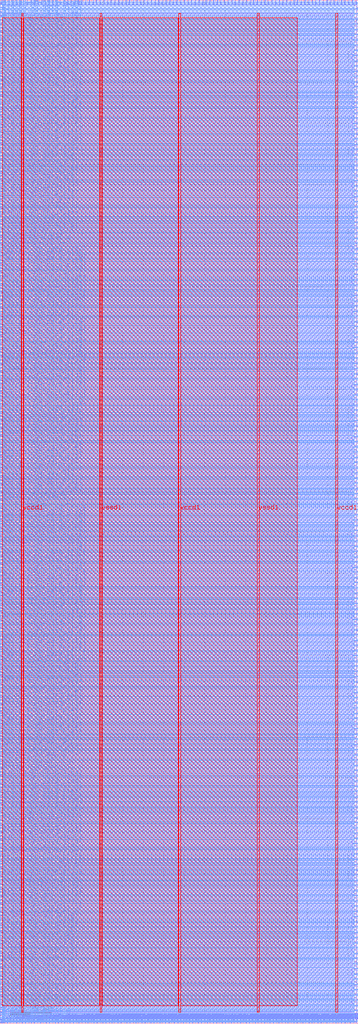
<source format=lef>
VERSION 5.7 ;
  NOWIREEXTENSIONATPIN ON ;
  DIVIDERCHAR "/" ;
  BUSBITCHARS "[]" ;
MACRO WishboneInterconnect
  CLASS BLOCK ;
  FOREIGN WishboneInterconnect ;
  ORIGIN 0.000 0.000 ;
  SIZE 350.000 BY 1000.000 ;
  PIN master0_wb_ack_i
    DIRECTION OUTPUT TRISTATE ;
    USE SIGNAL ;
    PORT
      LAYER met2 ;
        RECT 53.910 0.000 54.190 4.000 ;
    END
  END master0_wb_ack_i
  PIN master0_wb_adr_o[0]
    DIRECTION INPUT ;
    USE SIGNAL ;
    PORT
      LAYER met2 ;
        RECT 71.390 0.000 71.670 4.000 ;
    END
  END master0_wb_adr_o[0]
  PIN master0_wb_adr_o[10]
    DIRECTION INPUT ;
    USE SIGNAL ;
    PORT
      LAYER met2 ;
        RECT 170.290 0.000 170.570 4.000 ;
    END
  END master0_wb_adr_o[10]
  PIN master0_wb_adr_o[11]
    DIRECTION INPUT ;
    USE SIGNAL ;
    PORT
      LAYER met2 ;
        RECT 179.030 0.000 179.310 4.000 ;
    END
  END master0_wb_adr_o[11]
  PIN master0_wb_adr_o[12]
    DIRECTION INPUT ;
    USE SIGNAL ;
    PORT
      LAYER met2 ;
        RECT 187.770 0.000 188.050 4.000 ;
    END
  END master0_wb_adr_o[12]
  PIN master0_wb_adr_o[13]
    DIRECTION INPUT ;
    USE SIGNAL ;
    PORT
      LAYER met2 ;
        RECT 196.510 0.000 196.790 4.000 ;
    END
  END master0_wb_adr_o[13]
  PIN master0_wb_adr_o[14]
    DIRECTION INPUT ;
    USE SIGNAL ;
    PORT
      LAYER met2 ;
        RECT 205.250 0.000 205.530 4.000 ;
    END
  END master0_wb_adr_o[14]
  PIN master0_wb_adr_o[15]
    DIRECTION INPUT ;
    USE SIGNAL ;
    PORT
      LAYER met2 ;
        RECT 213.990 0.000 214.270 4.000 ;
    END
  END master0_wb_adr_o[15]
  PIN master0_wb_adr_o[16]
    DIRECTION INPUT ;
    USE SIGNAL ;
    PORT
      LAYER met2 ;
        RECT 222.730 0.000 223.010 4.000 ;
    END
  END master0_wb_adr_o[16]
  PIN master0_wb_adr_o[17]
    DIRECTION INPUT ;
    USE SIGNAL ;
    PORT
      LAYER met2 ;
        RECT 231.470 0.000 231.750 4.000 ;
    END
  END master0_wb_adr_o[17]
  PIN master0_wb_adr_o[18]
    DIRECTION INPUT ;
    USE SIGNAL ;
    PORT
      LAYER met2 ;
        RECT 240.670 0.000 240.950 4.000 ;
    END
  END master0_wb_adr_o[18]
  PIN master0_wb_adr_o[19]
    DIRECTION INPUT ;
    USE SIGNAL ;
    PORT
      LAYER met2 ;
        RECT 249.410 0.000 249.690 4.000 ;
    END
  END master0_wb_adr_o[19]
  PIN master0_wb_adr_o[1]
    DIRECTION INPUT ;
    USE SIGNAL ;
    PORT
      LAYER met2 ;
        RECT 82.890 0.000 83.170 4.000 ;
    END
  END master0_wb_adr_o[1]
  PIN master0_wb_adr_o[20]
    DIRECTION INPUT ;
    USE SIGNAL ;
    PORT
      LAYER met2 ;
        RECT 258.150 0.000 258.430 4.000 ;
    END
  END master0_wb_adr_o[20]
  PIN master0_wb_adr_o[21]
    DIRECTION INPUT ;
    USE SIGNAL ;
    PORT
      LAYER met2 ;
        RECT 266.890 0.000 267.170 4.000 ;
    END
  END master0_wb_adr_o[21]
  PIN master0_wb_adr_o[22]
    DIRECTION INPUT ;
    USE SIGNAL ;
    PORT
      LAYER met2 ;
        RECT 275.630 0.000 275.910 4.000 ;
    END
  END master0_wb_adr_o[22]
  PIN master0_wb_adr_o[23]
    DIRECTION INPUT ;
    USE SIGNAL ;
    PORT
      LAYER met2 ;
        RECT 284.370 0.000 284.650 4.000 ;
    END
  END master0_wb_adr_o[23]
  PIN master0_wb_adr_o[24]
    DIRECTION INPUT ;
    USE SIGNAL ;
    PORT
      LAYER met2 ;
        RECT 293.110 0.000 293.390 4.000 ;
    END
  END master0_wb_adr_o[24]
  PIN master0_wb_adr_o[25]
    DIRECTION INPUT ;
    USE SIGNAL ;
    PORT
      LAYER met2 ;
        RECT 301.850 0.000 302.130 4.000 ;
    END
  END master0_wb_adr_o[25]
  PIN master0_wb_adr_o[26]
    DIRECTION INPUT ;
    USE SIGNAL ;
    PORT
      LAYER met2 ;
        RECT 310.590 0.000 310.870 4.000 ;
    END
  END master0_wb_adr_o[26]
  PIN master0_wb_adr_o[27]
    DIRECTION INPUT ;
    USE SIGNAL ;
    PORT
      LAYER met2 ;
        RECT 319.330 0.000 319.610 4.000 ;
    END
  END master0_wb_adr_o[27]
  PIN master0_wb_adr_o[2]
    DIRECTION INPUT ;
    USE SIGNAL ;
    PORT
      LAYER met2 ;
        RECT 94.390 0.000 94.670 4.000 ;
    END
  END master0_wb_adr_o[2]
  PIN master0_wb_adr_o[3]
    DIRECTION INPUT ;
    USE SIGNAL ;
    PORT
      LAYER met2 ;
        RECT 106.350 0.000 106.630 4.000 ;
    END
  END master0_wb_adr_o[3]
  PIN master0_wb_adr_o[4]
    DIRECTION INPUT ;
    USE SIGNAL ;
    PORT
      LAYER met2 ;
        RECT 117.850 0.000 118.130 4.000 ;
    END
  END master0_wb_adr_o[4]
  PIN master0_wb_adr_o[5]
    DIRECTION INPUT ;
    USE SIGNAL ;
    PORT
      LAYER met2 ;
        RECT 126.590 0.000 126.870 4.000 ;
    END
  END master0_wb_adr_o[5]
  PIN master0_wb_adr_o[6]
    DIRECTION INPUT ;
    USE SIGNAL ;
    PORT
      LAYER met2 ;
        RECT 135.330 0.000 135.610 4.000 ;
    END
  END master0_wb_adr_o[6]
  PIN master0_wb_adr_o[7]
    DIRECTION INPUT ;
    USE SIGNAL ;
    PORT
      LAYER met2 ;
        RECT 144.070 0.000 144.350 4.000 ;
    END
  END master0_wb_adr_o[7]
  PIN master0_wb_adr_o[8]
    DIRECTION INPUT ;
    USE SIGNAL ;
    PORT
      LAYER met2 ;
        RECT 152.810 0.000 153.090 4.000 ;
    END
  END master0_wb_adr_o[8]
  PIN master0_wb_adr_o[9]
    DIRECTION INPUT ;
    USE SIGNAL ;
    PORT
      LAYER met2 ;
        RECT 161.550 0.000 161.830 4.000 ;
    END
  END master0_wb_adr_o[9]
  PIN master0_wb_cyc_o
    DIRECTION INPUT ;
    USE SIGNAL ;
    PORT
      LAYER met2 ;
        RECT 56.670 0.000 56.950 4.000 ;
    END
  END master0_wb_cyc_o
  PIN master0_wb_data_i[0]
    DIRECTION OUTPUT TRISTATE ;
    USE SIGNAL ;
    PORT
      LAYER met2 ;
        RECT 74.150 0.000 74.430 4.000 ;
    END
  END master0_wb_data_i[0]
  PIN master0_wb_data_i[10]
    DIRECTION OUTPUT TRISTATE ;
    USE SIGNAL ;
    PORT
      LAYER met2 ;
        RECT 173.510 0.000 173.790 4.000 ;
    END
  END master0_wb_data_i[10]
  PIN master0_wb_data_i[11]
    DIRECTION OUTPUT TRISTATE ;
    USE SIGNAL ;
    PORT
      LAYER met2 ;
        RECT 182.250 0.000 182.530 4.000 ;
    END
  END master0_wb_data_i[11]
  PIN master0_wb_data_i[12]
    DIRECTION OUTPUT TRISTATE ;
    USE SIGNAL ;
    PORT
      LAYER met2 ;
        RECT 190.990 0.000 191.270 4.000 ;
    END
  END master0_wb_data_i[12]
  PIN master0_wb_data_i[13]
    DIRECTION OUTPUT TRISTATE ;
    USE SIGNAL ;
    PORT
      LAYER met2 ;
        RECT 199.730 0.000 200.010 4.000 ;
    END
  END master0_wb_data_i[13]
  PIN master0_wb_data_i[14]
    DIRECTION OUTPUT TRISTATE ;
    USE SIGNAL ;
    PORT
      LAYER met2 ;
        RECT 208.470 0.000 208.750 4.000 ;
    END
  END master0_wb_data_i[14]
  PIN master0_wb_data_i[15]
    DIRECTION OUTPUT TRISTATE ;
    USE SIGNAL ;
    PORT
      LAYER met2 ;
        RECT 217.210 0.000 217.490 4.000 ;
    END
  END master0_wb_data_i[15]
  PIN master0_wb_data_i[16]
    DIRECTION OUTPUT TRISTATE ;
    USE SIGNAL ;
    PORT
      LAYER met2 ;
        RECT 225.950 0.000 226.230 4.000 ;
    END
  END master0_wb_data_i[16]
  PIN master0_wb_data_i[17]
    DIRECTION OUTPUT TRISTATE ;
    USE SIGNAL ;
    PORT
      LAYER met2 ;
        RECT 234.690 0.000 234.970 4.000 ;
    END
  END master0_wb_data_i[17]
  PIN master0_wb_data_i[18]
    DIRECTION OUTPUT TRISTATE ;
    USE SIGNAL ;
    PORT
      LAYER met2 ;
        RECT 243.430 0.000 243.710 4.000 ;
    END
  END master0_wb_data_i[18]
  PIN master0_wb_data_i[19]
    DIRECTION OUTPUT TRISTATE ;
    USE SIGNAL ;
    PORT
      LAYER met2 ;
        RECT 252.170 0.000 252.450 4.000 ;
    END
  END master0_wb_data_i[19]
  PIN master0_wb_data_i[1]
    DIRECTION OUTPUT TRISTATE ;
    USE SIGNAL ;
    PORT
      LAYER met2 ;
        RECT 85.650 0.000 85.930 4.000 ;
    END
  END master0_wb_data_i[1]
  PIN master0_wb_data_i[20]
    DIRECTION OUTPUT TRISTATE ;
    USE SIGNAL ;
    PORT
      LAYER met2 ;
        RECT 260.910 0.000 261.190 4.000 ;
    END
  END master0_wb_data_i[20]
  PIN master0_wb_data_i[21]
    DIRECTION OUTPUT TRISTATE ;
    USE SIGNAL ;
    PORT
      LAYER met2 ;
        RECT 269.650 0.000 269.930 4.000 ;
    END
  END master0_wb_data_i[21]
  PIN master0_wb_data_i[22]
    DIRECTION OUTPUT TRISTATE ;
    USE SIGNAL ;
    PORT
      LAYER met2 ;
        RECT 278.390 0.000 278.670 4.000 ;
    END
  END master0_wb_data_i[22]
  PIN master0_wb_data_i[23]
    DIRECTION OUTPUT TRISTATE ;
    USE SIGNAL ;
    PORT
      LAYER met2 ;
        RECT 287.130 0.000 287.410 4.000 ;
    END
  END master0_wb_data_i[23]
  PIN master0_wb_data_i[24]
    DIRECTION OUTPUT TRISTATE ;
    USE SIGNAL ;
    PORT
      LAYER met2 ;
        RECT 295.870 0.000 296.150 4.000 ;
    END
  END master0_wb_data_i[24]
  PIN master0_wb_data_i[25]
    DIRECTION OUTPUT TRISTATE ;
    USE SIGNAL ;
    PORT
      LAYER met2 ;
        RECT 304.610 0.000 304.890 4.000 ;
    END
  END master0_wb_data_i[25]
  PIN master0_wb_data_i[26]
    DIRECTION OUTPUT TRISTATE ;
    USE SIGNAL ;
    PORT
      LAYER met2 ;
        RECT 313.350 0.000 313.630 4.000 ;
    END
  END master0_wb_data_i[26]
  PIN master0_wb_data_i[27]
    DIRECTION OUTPUT TRISTATE ;
    USE SIGNAL ;
    PORT
      LAYER met2 ;
        RECT 322.090 0.000 322.370 4.000 ;
    END
  END master0_wb_data_i[27]
  PIN master0_wb_data_i[28]
    DIRECTION OUTPUT TRISTATE ;
    USE SIGNAL ;
    PORT
      LAYER met2 ;
        RECT 328.070 0.000 328.350 4.000 ;
    END
  END master0_wb_data_i[28]
  PIN master0_wb_data_i[29]
    DIRECTION OUTPUT TRISTATE ;
    USE SIGNAL ;
    PORT
      LAYER met2 ;
        RECT 333.590 0.000 333.870 4.000 ;
    END
  END master0_wb_data_i[29]
  PIN master0_wb_data_i[2]
    DIRECTION OUTPUT TRISTATE ;
    USE SIGNAL ;
    PORT
      LAYER met2 ;
        RECT 97.610 0.000 97.890 4.000 ;
    END
  END master0_wb_data_i[2]
  PIN master0_wb_data_i[30]
    DIRECTION OUTPUT TRISTATE ;
    USE SIGNAL ;
    PORT
      LAYER met2 ;
        RECT 339.570 0.000 339.850 4.000 ;
    END
  END master0_wb_data_i[30]
  PIN master0_wb_data_i[31]
    DIRECTION OUTPUT TRISTATE ;
    USE SIGNAL ;
    PORT
      LAYER met2 ;
        RECT 345.550 0.000 345.830 4.000 ;
    END
  END master0_wb_data_i[31]
  PIN master0_wb_data_i[3]
    DIRECTION OUTPUT TRISTATE ;
    USE SIGNAL ;
    PORT
      LAYER met2 ;
        RECT 109.110 0.000 109.390 4.000 ;
    END
  END master0_wb_data_i[3]
  PIN master0_wb_data_i[4]
    DIRECTION OUTPUT TRISTATE ;
    USE SIGNAL ;
    PORT
      LAYER met2 ;
        RECT 121.070 0.000 121.350 4.000 ;
    END
  END master0_wb_data_i[4]
  PIN master0_wb_data_i[5]
    DIRECTION OUTPUT TRISTATE ;
    USE SIGNAL ;
    PORT
      LAYER met2 ;
        RECT 129.810 0.000 130.090 4.000 ;
    END
  END master0_wb_data_i[5]
  PIN master0_wb_data_i[6]
    DIRECTION OUTPUT TRISTATE ;
    USE SIGNAL ;
    PORT
      LAYER met2 ;
        RECT 138.550 0.000 138.830 4.000 ;
    END
  END master0_wb_data_i[6]
  PIN master0_wb_data_i[7]
    DIRECTION OUTPUT TRISTATE ;
    USE SIGNAL ;
    PORT
      LAYER met2 ;
        RECT 147.290 0.000 147.570 4.000 ;
    END
  END master0_wb_data_i[7]
  PIN master0_wb_data_i[8]
    DIRECTION OUTPUT TRISTATE ;
    USE SIGNAL ;
    PORT
      LAYER met2 ;
        RECT 156.030 0.000 156.310 4.000 ;
    END
  END master0_wb_data_i[8]
  PIN master0_wb_data_i[9]
    DIRECTION OUTPUT TRISTATE ;
    USE SIGNAL ;
    PORT
      LAYER met2 ;
        RECT 164.770 0.000 165.050 4.000 ;
    END
  END master0_wb_data_i[9]
  PIN master0_wb_data_o[0]
    DIRECTION INPUT ;
    USE SIGNAL ;
    PORT
      LAYER met2 ;
        RECT 76.910 0.000 77.190 4.000 ;
    END
  END master0_wb_data_o[0]
  PIN master0_wb_data_o[10]
    DIRECTION INPUT ;
    USE SIGNAL ;
    PORT
      LAYER met2 ;
        RECT 176.270 0.000 176.550 4.000 ;
    END
  END master0_wb_data_o[10]
  PIN master0_wb_data_o[11]
    DIRECTION INPUT ;
    USE SIGNAL ;
    PORT
      LAYER met2 ;
        RECT 185.010 0.000 185.290 4.000 ;
    END
  END master0_wb_data_o[11]
  PIN master0_wb_data_o[12]
    DIRECTION INPUT ;
    USE SIGNAL ;
    PORT
      LAYER met2 ;
        RECT 193.750 0.000 194.030 4.000 ;
    END
  END master0_wb_data_o[12]
  PIN master0_wb_data_o[13]
    DIRECTION INPUT ;
    USE SIGNAL ;
    PORT
      LAYER met2 ;
        RECT 202.490 0.000 202.770 4.000 ;
    END
  END master0_wb_data_o[13]
  PIN master0_wb_data_o[14]
    DIRECTION INPUT ;
    USE SIGNAL ;
    PORT
      LAYER met2 ;
        RECT 211.230 0.000 211.510 4.000 ;
    END
  END master0_wb_data_o[14]
  PIN master0_wb_data_o[15]
    DIRECTION INPUT ;
    USE SIGNAL ;
    PORT
      LAYER met2 ;
        RECT 219.970 0.000 220.250 4.000 ;
    END
  END master0_wb_data_o[15]
  PIN master0_wb_data_o[16]
    DIRECTION INPUT ;
    USE SIGNAL ;
    PORT
      LAYER met2 ;
        RECT 228.710 0.000 228.990 4.000 ;
    END
  END master0_wb_data_o[16]
  PIN master0_wb_data_o[17]
    DIRECTION INPUT ;
    USE SIGNAL ;
    PORT
      LAYER met2 ;
        RECT 237.450 0.000 237.730 4.000 ;
    END
  END master0_wb_data_o[17]
  PIN master0_wb_data_o[18]
    DIRECTION INPUT ;
    USE SIGNAL ;
    PORT
      LAYER met2 ;
        RECT 246.190 0.000 246.470 4.000 ;
    END
  END master0_wb_data_o[18]
  PIN master0_wb_data_o[19]
    DIRECTION INPUT ;
    USE SIGNAL ;
    PORT
      LAYER met2 ;
        RECT 254.930 0.000 255.210 4.000 ;
    END
  END master0_wb_data_o[19]
  PIN master0_wb_data_o[1]
    DIRECTION INPUT ;
    USE SIGNAL ;
    PORT
      LAYER met2 ;
        RECT 88.870 0.000 89.150 4.000 ;
    END
  END master0_wb_data_o[1]
  PIN master0_wb_data_o[20]
    DIRECTION INPUT ;
    USE SIGNAL ;
    PORT
      LAYER met2 ;
        RECT 263.670 0.000 263.950 4.000 ;
    END
  END master0_wb_data_o[20]
  PIN master0_wb_data_o[21]
    DIRECTION INPUT ;
    USE SIGNAL ;
    PORT
      LAYER met2 ;
        RECT 272.410 0.000 272.690 4.000 ;
    END
  END master0_wb_data_o[21]
  PIN master0_wb_data_o[22]
    DIRECTION INPUT ;
    USE SIGNAL ;
    PORT
      LAYER met2 ;
        RECT 281.150 0.000 281.430 4.000 ;
    END
  END master0_wb_data_o[22]
  PIN master0_wb_data_o[23]
    DIRECTION INPUT ;
    USE SIGNAL ;
    PORT
      LAYER met2 ;
        RECT 289.890 0.000 290.170 4.000 ;
    END
  END master0_wb_data_o[23]
  PIN master0_wb_data_o[24]
    DIRECTION INPUT ;
    USE SIGNAL ;
    PORT
      LAYER met2 ;
        RECT 298.630 0.000 298.910 4.000 ;
    END
  END master0_wb_data_o[24]
  PIN master0_wb_data_o[25]
    DIRECTION INPUT ;
    USE SIGNAL ;
    PORT
      LAYER met2 ;
        RECT 307.370 0.000 307.650 4.000 ;
    END
  END master0_wb_data_o[25]
  PIN master0_wb_data_o[26]
    DIRECTION INPUT ;
    USE SIGNAL ;
    PORT
      LAYER met2 ;
        RECT 316.110 0.000 316.390 4.000 ;
    END
  END master0_wb_data_o[26]
  PIN master0_wb_data_o[27]
    DIRECTION INPUT ;
    USE SIGNAL ;
    PORT
      LAYER met2 ;
        RECT 324.850 0.000 325.130 4.000 ;
    END
  END master0_wb_data_o[27]
  PIN master0_wb_data_o[28]
    DIRECTION INPUT ;
    USE SIGNAL ;
    PORT
      LAYER met2 ;
        RECT 330.830 0.000 331.110 4.000 ;
    END
  END master0_wb_data_o[28]
  PIN master0_wb_data_o[29]
    DIRECTION INPUT ;
    USE SIGNAL ;
    PORT
      LAYER met2 ;
        RECT 336.810 0.000 337.090 4.000 ;
    END
  END master0_wb_data_o[29]
  PIN master0_wb_data_o[2]
    DIRECTION INPUT ;
    USE SIGNAL ;
    PORT
      LAYER met2 ;
        RECT 100.370 0.000 100.650 4.000 ;
    END
  END master0_wb_data_o[2]
  PIN master0_wb_data_o[30]
    DIRECTION INPUT ;
    USE SIGNAL ;
    PORT
      LAYER met2 ;
        RECT 342.330 0.000 342.610 4.000 ;
    END
  END master0_wb_data_o[30]
  PIN master0_wb_data_o[31]
    DIRECTION INPUT ;
    USE SIGNAL ;
    PORT
      LAYER met2 ;
        RECT 348.310 0.000 348.590 4.000 ;
    END
  END master0_wb_data_o[31]
  PIN master0_wb_data_o[3]
    DIRECTION INPUT ;
    USE SIGNAL ;
    PORT
      LAYER met2 ;
        RECT 111.870 0.000 112.150 4.000 ;
    END
  END master0_wb_data_o[3]
  PIN master0_wb_data_o[4]
    DIRECTION INPUT ;
    USE SIGNAL ;
    PORT
      LAYER met2 ;
        RECT 123.830 0.000 124.110 4.000 ;
    END
  END master0_wb_data_o[4]
  PIN master0_wb_data_o[5]
    DIRECTION INPUT ;
    USE SIGNAL ;
    PORT
      LAYER met2 ;
        RECT 132.570 0.000 132.850 4.000 ;
    END
  END master0_wb_data_o[5]
  PIN master0_wb_data_o[6]
    DIRECTION INPUT ;
    USE SIGNAL ;
    PORT
      LAYER met2 ;
        RECT 141.310 0.000 141.590 4.000 ;
    END
  END master0_wb_data_o[6]
  PIN master0_wb_data_o[7]
    DIRECTION INPUT ;
    USE SIGNAL ;
    PORT
      LAYER met2 ;
        RECT 150.050 0.000 150.330 4.000 ;
    END
  END master0_wb_data_o[7]
  PIN master0_wb_data_o[8]
    DIRECTION INPUT ;
    USE SIGNAL ;
    PORT
      LAYER met2 ;
        RECT 158.790 0.000 159.070 4.000 ;
    END
  END master0_wb_data_o[8]
  PIN master0_wb_data_o[9]
    DIRECTION INPUT ;
    USE SIGNAL ;
    PORT
      LAYER met2 ;
        RECT 167.530 0.000 167.810 4.000 ;
    END
  END master0_wb_data_o[9]
  PIN master0_wb_error_i
    DIRECTION OUTPUT TRISTATE ;
    USE SIGNAL ;
    PORT
      LAYER met2 ;
        RECT 59.430 0.000 59.710 4.000 ;
    END
  END master0_wb_error_i
  PIN master0_wb_sel_o[0]
    DIRECTION INPUT ;
    USE SIGNAL ;
    PORT
      LAYER met2 ;
        RECT 80.130 0.000 80.410 4.000 ;
    END
  END master0_wb_sel_o[0]
  PIN master0_wb_sel_o[1]
    DIRECTION INPUT ;
    USE SIGNAL ;
    PORT
      LAYER met2 ;
        RECT 91.630 0.000 91.910 4.000 ;
    END
  END master0_wb_sel_o[1]
  PIN master0_wb_sel_o[2]
    DIRECTION INPUT ;
    USE SIGNAL ;
    PORT
      LAYER met2 ;
        RECT 103.130 0.000 103.410 4.000 ;
    END
  END master0_wb_sel_o[2]
  PIN master0_wb_sel_o[3]
    DIRECTION INPUT ;
    USE SIGNAL ;
    PORT
      LAYER met2 ;
        RECT 115.090 0.000 115.370 4.000 ;
    END
  END master0_wb_sel_o[3]
  PIN master0_wb_stall_i
    DIRECTION OUTPUT TRISTATE ;
    USE SIGNAL ;
    PORT
      LAYER met2 ;
        RECT 62.650 0.000 62.930 4.000 ;
    END
  END master0_wb_stall_i
  PIN master0_wb_stb_o
    DIRECTION INPUT ;
    USE SIGNAL ;
    PORT
      LAYER met2 ;
        RECT 65.410 0.000 65.690 4.000 ;
    END
  END master0_wb_stb_o
  PIN master0_wb_we_o
    DIRECTION INPUT ;
    USE SIGNAL ;
    PORT
      LAYER met2 ;
        RECT 68.170 0.000 68.450 4.000 ;
    END
  END master0_wb_we_o
  PIN master1_wb_ack_i
    DIRECTION OUTPUT TRISTATE ;
    USE SIGNAL ;
    PORT
      LAYER met3 ;
        RECT 0.000 500.520 4.000 501.120 ;
    END
  END master1_wb_ack_i
  PIN master1_wb_adr_o[0]
    DIRECTION INPUT ;
    USE SIGNAL ;
    PORT
      LAYER met3 ;
        RECT 0.000 515.480 4.000 516.080 ;
    END
  END master1_wb_adr_o[0]
  PIN master1_wb_adr_o[10]
    DIRECTION INPUT ;
    USE SIGNAL ;
    PORT
      LAYER met3 ;
        RECT 0.000 600.480 4.000 601.080 ;
    END
  END master1_wb_adr_o[10]
  PIN master1_wb_adr_o[11]
    DIRECTION INPUT ;
    USE SIGNAL ;
    PORT
      LAYER met3 ;
        RECT 0.000 607.960 4.000 608.560 ;
    END
  END master1_wb_adr_o[11]
  PIN master1_wb_adr_o[12]
    DIRECTION INPUT ;
    USE SIGNAL ;
    PORT
      LAYER met3 ;
        RECT 0.000 615.440 4.000 616.040 ;
    END
  END master1_wb_adr_o[12]
  PIN master1_wb_adr_o[13]
    DIRECTION INPUT ;
    USE SIGNAL ;
    PORT
      LAYER met3 ;
        RECT 0.000 622.920 4.000 623.520 ;
    END
  END master1_wb_adr_o[13]
  PIN master1_wb_adr_o[14]
    DIRECTION INPUT ;
    USE SIGNAL ;
    PORT
      LAYER met3 ;
        RECT 0.000 630.400 4.000 631.000 ;
    END
  END master1_wb_adr_o[14]
  PIN master1_wb_adr_o[15]
    DIRECTION INPUT ;
    USE SIGNAL ;
    PORT
      LAYER met3 ;
        RECT 0.000 637.880 4.000 638.480 ;
    END
  END master1_wb_adr_o[15]
  PIN master1_wb_adr_o[16]
    DIRECTION INPUT ;
    USE SIGNAL ;
    PORT
      LAYER met3 ;
        RECT 0.000 645.360 4.000 645.960 ;
    END
  END master1_wb_adr_o[16]
  PIN master1_wb_adr_o[17]
    DIRECTION INPUT ;
    USE SIGNAL ;
    PORT
      LAYER met3 ;
        RECT 0.000 652.840 4.000 653.440 ;
    END
  END master1_wb_adr_o[17]
  PIN master1_wb_adr_o[18]
    DIRECTION INPUT ;
    USE SIGNAL ;
    PORT
      LAYER met3 ;
        RECT 0.000 660.320 4.000 660.920 ;
    END
  END master1_wb_adr_o[18]
  PIN master1_wb_adr_o[19]
    DIRECTION INPUT ;
    USE SIGNAL ;
    PORT
      LAYER met3 ;
        RECT 0.000 667.800 4.000 668.400 ;
    END
  END master1_wb_adr_o[19]
  PIN master1_wb_adr_o[1]
    DIRECTION INPUT ;
    USE SIGNAL ;
    PORT
      LAYER met3 ;
        RECT 0.000 525.680 4.000 526.280 ;
    END
  END master1_wb_adr_o[1]
  PIN master1_wb_adr_o[20]
    DIRECTION INPUT ;
    USE SIGNAL ;
    PORT
      LAYER met3 ;
        RECT 0.000 675.280 4.000 675.880 ;
    END
  END master1_wb_adr_o[20]
  PIN master1_wb_adr_o[21]
    DIRECTION INPUT ;
    USE SIGNAL ;
    PORT
      LAYER met3 ;
        RECT 0.000 682.760 4.000 683.360 ;
    END
  END master1_wb_adr_o[21]
  PIN master1_wb_adr_o[22]
    DIRECTION INPUT ;
    USE SIGNAL ;
    PORT
      LAYER met3 ;
        RECT 0.000 690.240 4.000 690.840 ;
    END
  END master1_wb_adr_o[22]
  PIN master1_wb_adr_o[23]
    DIRECTION INPUT ;
    USE SIGNAL ;
    PORT
      LAYER met3 ;
        RECT 0.000 698.400 4.000 699.000 ;
    END
  END master1_wb_adr_o[23]
  PIN master1_wb_adr_o[24]
    DIRECTION INPUT ;
    USE SIGNAL ;
    PORT
      LAYER met3 ;
        RECT 0.000 705.880 4.000 706.480 ;
    END
  END master1_wb_adr_o[24]
  PIN master1_wb_adr_o[25]
    DIRECTION INPUT ;
    USE SIGNAL ;
    PORT
      LAYER met3 ;
        RECT 0.000 713.360 4.000 713.960 ;
    END
  END master1_wb_adr_o[25]
  PIN master1_wb_adr_o[26]
    DIRECTION INPUT ;
    USE SIGNAL ;
    PORT
      LAYER met3 ;
        RECT 0.000 720.840 4.000 721.440 ;
    END
  END master1_wb_adr_o[26]
  PIN master1_wb_adr_o[27]
    DIRECTION INPUT ;
    USE SIGNAL ;
    PORT
      LAYER met3 ;
        RECT 0.000 728.320 4.000 728.920 ;
    END
  END master1_wb_adr_o[27]
  PIN master1_wb_adr_o[2]
    DIRECTION INPUT ;
    USE SIGNAL ;
    PORT
      LAYER met3 ;
        RECT 0.000 535.200 4.000 535.800 ;
    END
  END master1_wb_adr_o[2]
  PIN master1_wb_adr_o[3]
    DIRECTION INPUT ;
    USE SIGNAL ;
    PORT
      LAYER met3 ;
        RECT 0.000 545.400 4.000 546.000 ;
    END
  END master1_wb_adr_o[3]
  PIN master1_wb_adr_o[4]
    DIRECTION INPUT ;
    USE SIGNAL ;
    PORT
      LAYER met3 ;
        RECT 0.000 555.600 4.000 556.200 ;
    END
  END master1_wb_adr_o[4]
  PIN master1_wb_adr_o[5]
    DIRECTION INPUT ;
    USE SIGNAL ;
    PORT
      LAYER met3 ;
        RECT 0.000 563.080 4.000 563.680 ;
    END
  END master1_wb_adr_o[5]
  PIN master1_wb_adr_o[6]
    DIRECTION INPUT ;
    USE SIGNAL ;
    PORT
      LAYER met3 ;
        RECT 0.000 570.560 4.000 571.160 ;
    END
  END master1_wb_adr_o[6]
  PIN master1_wb_adr_o[7]
    DIRECTION INPUT ;
    USE SIGNAL ;
    PORT
      LAYER met3 ;
        RECT 0.000 578.040 4.000 578.640 ;
    END
  END master1_wb_adr_o[7]
  PIN master1_wb_adr_o[8]
    DIRECTION INPUT ;
    USE SIGNAL ;
    PORT
      LAYER met3 ;
        RECT 0.000 585.520 4.000 586.120 ;
    END
  END master1_wb_adr_o[8]
  PIN master1_wb_adr_o[9]
    DIRECTION INPUT ;
    USE SIGNAL ;
    PORT
      LAYER met3 ;
        RECT 0.000 593.000 4.000 593.600 ;
    END
  END master1_wb_adr_o[9]
  PIN master1_wb_cyc_o
    DIRECTION INPUT ;
    USE SIGNAL ;
    PORT
      LAYER met3 ;
        RECT 0.000 503.240 4.000 503.840 ;
    END
  END master1_wb_cyc_o
  PIN master1_wb_data_i[0]
    DIRECTION OUTPUT TRISTATE ;
    USE SIGNAL ;
    PORT
      LAYER met3 ;
        RECT 0.000 518.200 4.000 518.800 ;
    END
  END master1_wb_data_i[0]
  PIN master1_wb_data_i[10]
    DIRECTION OUTPUT TRISTATE ;
    USE SIGNAL ;
    PORT
      LAYER met3 ;
        RECT 0.000 603.200 4.000 603.800 ;
    END
  END master1_wb_data_i[10]
  PIN master1_wb_data_i[11]
    DIRECTION OUTPUT TRISTATE ;
    USE SIGNAL ;
    PORT
      LAYER met3 ;
        RECT 0.000 610.680 4.000 611.280 ;
    END
  END master1_wb_data_i[11]
  PIN master1_wb_data_i[12]
    DIRECTION OUTPUT TRISTATE ;
    USE SIGNAL ;
    PORT
      LAYER met3 ;
        RECT 0.000 618.160 4.000 618.760 ;
    END
  END master1_wb_data_i[12]
  PIN master1_wb_data_i[13]
    DIRECTION OUTPUT TRISTATE ;
    USE SIGNAL ;
    PORT
      LAYER met3 ;
        RECT 0.000 625.640 4.000 626.240 ;
    END
  END master1_wb_data_i[13]
  PIN master1_wb_data_i[14]
    DIRECTION OUTPUT TRISTATE ;
    USE SIGNAL ;
    PORT
      LAYER met3 ;
        RECT 0.000 633.120 4.000 633.720 ;
    END
  END master1_wb_data_i[14]
  PIN master1_wb_data_i[15]
    DIRECTION OUTPUT TRISTATE ;
    USE SIGNAL ;
    PORT
      LAYER met3 ;
        RECT 0.000 640.600 4.000 641.200 ;
    END
  END master1_wb_data_i[15]
  PIN master1_wb_data_i[16]
    DIRECTION OUTPUT TRISTATE ;
    USE SIGNAL ;
    PORT
      LAYER met3 ;
        RECT 0.000 648.080 4.000 648.680 ;
    END
  END master1_wb_data_i[16]
  PIN master1_wb_data_i[17]
    DIRECTION OUTPUT TRISTATE ;
    USE SIGNAL ;
    PORT
      LAYER met3 ;
        RECT 0.000 655.560 4.000 656.160 ;
    END
  END master1_wb_data_i[17]
  PIN master1_wb_data_i[18]
    DIRECTION OUTPUT TRISTATE ;
    USE SIGNAL ;
    PORT
      LAYER met3 ;
        RECT 0.000 663.040 4.000 663.640 ;
    END
  END master1_wb_data_i[18]
  PIN master1_wb_data_i[19]
    DIRECTION OUTPUT TRISTATE ;
    USE SIGNAL ;
    PORT
      LAYER met3 ;
        RECT 0.000 670.520 4.000 671.120 ;
    END
  END master1_wb_data_i[19]
  PIN master1_wb_data_i[1]
    DIRECTION OUTPUT TRISTATE ;
    USE SIGNAL ;
    PORT
      LAYER met3 ;
        RECT 0.000 527.720 4.000 528.320 ;
    END
  END master1_wb_data_i[1]
  PIN master1_wb_data_i[20]
    DIRECTION OUTPUT TRISTATE ;
    USE SIGNAL ;
    PORT
      LAYER met3 ;
        RECT 0.000 678.000 4.000 678.600 ;
    END
  END master1_wb_data_i[20]
  PIN master1_wb_data_i[21]
    DIRECTION OUTPUT TRISTATE ;
    USE SIGNAL ;
    PORT
      LAYER met3 ;
        RECT 0.000 685.480 4.000 686.080 ;
    END
  END master1_wb_data_i[21]
  PIN master1_wb_data_i[22]
    DIRECTION OUTPUT TRISTATE ;
    USE SIGNAL ;
    PORT
      LAYER met3 ;
        RECT 0.000 692.960 4.000 693.560 ;
    END
  END master1_wb_data_i[22]
  PIN master1_wb_data_i[23]
    DIRECTION OUTPUT TRISTATE ;
    USE SIGNAL ;
    PORT
      LAYER met3 ;
        RECT 0.000 700.440 4.000 701.040 ;
    END
  END master1_wb_data_i[23]
  PIN master1_wb_data_i[24]
    DIRECTION OUTPUT TRISTATE ;
    USE SIGNAL ;
    PORT
      LAYER met3 ;
        RECT 0.000 707.920 4.000 708.520 ;
    END
  END master1_wb_data_i[24]
  PIN master1_wb_data_i[25]
    DIRECTION OUTPUT TRISTATE ;
    USE SIGNAL ;
    PORT
      LAYER met3 ;
        RECT 0.000 715.400 4.000 716.000 ;
    END
  END master1_wb_data_i[25]
  PIN master1_wb_data_i[26]
    DIRECTION OUTPUT TRISTATE ;
    USE SIGNAL ;
    PORT
      LAYER met3 ;
        RECT 0.000 722.880 4.000 723.480 ;
    END
  END master1_wb_data_i[26]
  PIN master1_wb_data_i[27]
    DIRECTION OUTPUT TRISTATE ;
    USE SIGNAL ;
    PORT
      LAYER met3 ;
        RECT 0.000 730.360 4.000 730.960 ;
    END
  END master1_wb_data_i[27]
  PIN master1_wb_data_i[28]
    DIRECTION OUTPUT TRISTATE ;
    USE SIGNAL ;
    PORT
      LAYER met3 ;
        RECT 0.000 735.800 4.000 736.400 ;
    END
  END master1_wb_data_i[28]
  PIN master1_wb_data_i[29]
    DIRECTION OUTPUT TRISTATE ;
    USE SIGNAL ;
    PORT
      LAYER met3 ;
        RECT 0.000 740.560 4.000 741.160 ;
    END
  END master1_wb_data_i[29]
  PIN master1_wb_data_i[2]
    DIRECTION OUTPUT TRISTATE ;
    USE SIGNAL ;
    PORT
      LAYER met3 ;
        RECT 0.000 537.920 4.000 538.520 ;
    END
  END master1_wb_data_i[2]
  PIN master1_wb_data_i[30]
    DIRECTION OUTPUT TRISTATE ;
    USE SIGNAL ;
    PORT
      LAYER met3 ;
        RECT 0.000 745.320 4.000 745.920 ;
    END
  END master1_wb_data_i[30]
  PIN master1_wb_data_i[31]
    DIRECTION OUTPUT TRISTATE ;
    USE SIGNAL ;
    PORT
      LAYER met3 ;
        RECT 0.000 750.760 4.000 751.360 ;
    END
  END master1_wb_data_i[31]
  PIN master1_wb_data_i[3]
    DIRECTION OUTPUT TRISTATE ;
    USE SIGNAL ;
    PORT
      LAYER met3 ;
        RECT 0.000 548.120 4.000 548.720 ;
    END
  END master1_wb_data_i[3]
  PIN master1_wb_data_i[4]
    DIRECTION OUTPUT TRISTATE ;
    USE SIGNAL ;
    PORT
      LAYER met3 ;
        RECT 0.000 558.320 4.000 558.920 ;
    END
  END master1_wb_data_i[4]
  PIN master1_wb_data_i[5]
    DIRECTION OUTPUT TRISTATE ;
    USE SIGNAL ;
    PORT
      LAYER met3 ;
        RECT 0.000 565.800 4.000 566.400 ;
    END
  END master1_wb_data_i[5]
  PIN master1_wb_data_i[6]
    DIRECTION OUTPUT TRISTATE ;
    USE SIGNAL ;
    PORT
      LAYER met3 ;
        RECT 0.000 573.280 4.000 573.880 ;
    END
  END master1_wb_data_i[6]
  PIN master1_wb_data_i[7]
    DIRECTION OUTPUT TRISTATE ;
    USE SIGNAL ;
    PORT
      LAYER met3 ;
        RECT 0.000 580.760 4.000 581.360 ;
    END
  END master1_wb_data_i[7]
  PIN master1_wb_data_i[8]
    DIRECTION OUTPUT TRISTATE ;
    USE SIGNAL ;
    PORT
      LAYER met3 ;
        RECT 0.000 588.240 4.000 588.840 ;
    END
  END master1_wb_data_i[8]
  PIN master1_wb_data_i[9]
    DIRECTION OUTPUT TRISTATE ;
    USE SIGNAL ;
    PORT
      LAYER met3 ;
        RECT 0.000 595.720 4.000 596.320 ;
    END
  END master1_wb_data_i[9]
  PIN master1_wb_data_o[0]
    DIRECTION INPUT ;
    USE SIGNAL ;
    PORT
      LAYER met3 ;
        RECT 0.000 520.240 4.000 520.840 ;
    END
  END master1_wb_data_o[0]
  PIN master1_wb_data_o[10]
    DIRECTION INPUT ;
    USE SIGNAL ;
    PORT
      LAYER met3 ;
        RECT 0.000 605.240 4.000 605.840 ;
    END
  END master1_wb_data_o[10]
  PIN master1_wb_data_o[11]
    DIRECTION INPUT ;
    USE SIGNAL ;
    PORT
      LAYER met3 ;
        RECT 0.000 612.720 4.000 613.320 ;
    END
  END master1_wb_data_o[11]
  PIN master1_wb_data_o[12]
    DIRECTION INPUT ;
    USE SIGNAL ;
    PORT
      LAYER met3 ;
        RECT 0.000 620.880 4.000 621.480 ;
    END
  END master1_wb_data_o[12]
  PIN master1_wb_data_o[13]
    DIRECTION INPUT ;
    USE SIGNAL ;
    PORT
      LAYER met3 ;
        RECT 0.000 628.360 4.000 628.960 ;
    END
  END master1_wb_data_o[13]
  PIN master1_wb_data_o[14]
    DIRECTION INPUT ;
    USE SIGNAL ;
    PORT
      LAYER met3 ;
        RECT 0.000 635.840 4.000 636.440 ;
    END
  END master1_wb_data_o[14]
  PIN master1_wb_data_o[15]
    DIRECTION INPUT ;
    USE SIGNAL ;
    PORT
      LAYER met3 ;
        RECT 0.000 643.320 4.000 643.920 ;
    END
  END master1_wb_data_o[15]
  PIN master1_wb_data_o[16]
    DIRECTION INPUT ;
    USE SIGNAL ;
    PORT
      LAYER met3 ;
        RECT 0.000 650.800 4.000 651.400 ;
    END
  END master1_wb_data_o[16]
  PIN master1_wb_data_o[17]
    DIRECTION INPUT ;
    USE SIGNAL ;
    PORT
      LAYER met3 ;
        RECT 0.000 658.280 4.000 658.880 ;
    END
  END master1_wb_data_o[17]
  PIN master1_wb_data_o[18]
    DIRECTION INPUT ;
    USE SIGNAL ;
    PORT
      LAYER met3 ;
        RECT 0.000 665.760 4.000 666.360 ;
    END
  END master1_wb_data_o[18]
  PIN master1_wb_data_o[19]
    DIRECTION INPUT ;
    USE SIGNAL ;
    PORT
      LAYER met3 ;
        RECT 0.000 673.240 4.000 673.840 ;
    END
  END master1_wb_data_o[19]
  PIN master1_wb_data_o[1]
    DIRECTION INPUT ;
    USE SIGNAL ;
    PORT
      LAYER met3 ;
        RECT 0.000 530.440 4.000 531.040 ;
    END
  END master1_wb_data_o[1]
  PIN master1_wb_data_o[20]
    DIRECTION INPUT ;
    USE SIGNAL ;
    PORT
      LAYER met3 ;
        RECT 0.000 680.720 4.000 681.320 ;
    END
  END master1_wb_data_o[20]
  PIN master1_wb_data_o[21]
    DIRECTION INPUT ;
    USE SIGNAL ;
    PORT
      LAYER met3 ;
        RECT 0.000 688.200 4.000 688.800 ;
    END
  END master1_wb_data_o[21]
  PIN master1_wb_data_o[22]
    DIRECTION INPUT ;
    USE SIGNAL ;
    PORT
      LAYER met3 ;
        RECT 0.000 695.680 4.000 696.280 ;
    END
  END master1_wb_data_o[22]
  PIN master1_wb_data_o[23]
    DIRECTION INPUT ;
    USE SIGNAL ;
    PORT
      LAYER met3 ;
        RECT 0.000 703.160 4.000 703.760 ;
    END
  END master1_wb_data_o[23]
  PIN master1_wb_data_o[24]
    DIRECTION INPUT ;
    USE SIGNAL ;
    PORT
      LAYER met3 ;
        RECT 0.000 710.640 4.000 711.240 ;
    END
  END master1_wb_data_o[24]
  PIN master1_wb_data_o[25]
    DIRECTION INPUT ;
    USE SIGNAL ;
    PORT
      LAYER met3 ;
        RECT 0.000 718.120 4.000 718.720 ;
    END
  END master1_wb_data_o[25]
  PIN master1_wb_data_o[26]
    DIRECTION INPUT ;
    USE SIGNAL ;
    PORT
      LAYER met3 ;
        RECT 0.000 725.600 4.000 726.200 ;
    END
  END master1_wb_data_o[26]
  PIN master1_wb_data_o[27]
    DIRECTION INPUT ;
    USE SIGNAL ;
    PORT
      LAYER met3 ;
        RECT 0.000 733.080 4.000 733.680 ;
    END
  END master1_wb_data_o[27]
  PIN master1_wb_data_o[28]
    DIRECTION INPUT ;
    USE SIGNAL ;
    PORT
      LAYER met3 ;
        RECT 0.000 737.840 4.000 738.440 ;
    END
  END master1_wb_data_o[28]
  PIN master1_wb_data_o[29]
    DIRECTION INPUT ;
    USE SIGNAL ;
    PORT
      LAYER met3 ;
        RECT 0.000 743.280 4.000 743.880 ;
    END
  END master1_wb_data_o[29]
  PIN master1_wb_data_o[2]
    DIRECTION INPUT ;
    USE SIGNAL ;
    PORT
      LAYER met3 ;
        RECT 0.000 540.640 4.000 541.240 ;
    END
  END master1_wb_data_o[2]
  PIN master1_wb_data_o[30]
    DIRECTION INPUT ;
    USE SIGNAL ;
    PORT
      LAYER met3 ;
        RECT 0.000 748.040 4.000 748.640 ;
    END
  END master1_wb_data_o[30]
  PIN master1_wb_data_o[31]
    DIRECTION INPUT ;
    USE SIGNAL ;
    PORT
      LAYER met3 ;
        RECT 0.000 752.800 4.000 753.400 ;
    END
  END master1_wb_data_o[31]
  PIN master1_wb_data_o[3]
    DIRECTION INPUT ;
    USE SIGNAL ;
    PORT
      LAYER met3 ;
        RECT 0.000 550.840 4.000 551.440 ;
    END
  END master1_wb_data_o[3]
  PIN master1_wb_data_o[4]
    DIRECTION INPUT ;
    USE SIGNAL ;
    PORT
      LAYER met3 ;
        RECT 0.000 560.360 4.000 560.960 ;
    END
  END master1_wb_data_o[4]
  PIN master1_wb_data_o[5]
    DIRECTION INPUT ;
    USE SIGNAL ;
    PORT
      LAYER met3 ;
        RECT 0.000 567.840 4.000 568.440 ;
    END
  END master1_wb_data_o[5]
  PIN master1_wb_data_o[6]
    DIRECTION INPUT ;
    USE SIGNAL ;
    PORT
      LAYER met3 ;
        RECT 0.000 575.320 4.000 575.920 ;
    END
  END master1_wb_data_o[6]
  PIN master1_wb_data_o[7]
    DIRECTION INPUT ;
    USE SIGNAL ;
    PORT
      LAYER met3 ;
        RECT 0.000 582.800 4.000 583.400 ;
    END
  END master1_wb_data_o[7]
  PIN master1_wb_data_o[8]
    DIRECTION INPUT ;
    USE SIGNAL ;
    PORT
      LAYER met3 ;
        RECT 0.000 590.280 4.000 590.880 ;
    END
  END master1_wb_data_o[8]
  PIN master1_wb_data_o[9]
    DIRECTION INPUT ;
    USE SIGNAL ;
    PORT
      LAYER met3 ;
        RECT 0.000 597.760 4.000 598.360 ;
    END
  END master1_wb_data_o[9]
  PIN master1_wb_error_i
    DIRECTION OUTPUT TRISTATE ;
    USE SIGNAL ;
    PORT
      LAYER met3 ;
        RECT 0.000 505.280 4.000 505.880 ;
    END
  END master1_wb_error_i
  PIN master1_wb_sel_o[0]
    DIRECTION INPUT ;
    USE SIGNAL ;
    PORT
      LAYER met3 ;
        RECT 0.000 522.960 4.000 523.560 ;
    END
  END master1_wb_sel_o[0]
  PIN master1_wb_sel_o[1]
    DIRECTION INPUT ;
    USE SIGNAL ;
    PORT
      LAYER met3 ;
        RECT 0.000 533.160 4.000 533.760 ;
    END
  END master1_wb_sel_o[1]
  PIN master1_wb_sel_o[2]
    DIRECTION INPUT ;
    USE SIGNAL ;
    PORT
      LAYER met3 ;
        RECT 0.000 543.360 4.000 543.960 ;
    END
  END master1_wb_sel_o[2]
  PIN master1_wb_sel_o[3]
    DIRECTION INPUT ;
    USE SIGNAL ;
    PORT
      LAYER met3 ;
        RECT 0.000 552.880 4.000 553.480 ;
    END
  END master1_wb_sel_o[3]
  PIN master1_wb_stall_i
    DIRECTION OUTPUT TRISTATE ;
    USE SIGNAL ;
    PORT
      LAYER met3 ;
        RECT 0.000 508.000 4.000 508.600 ;
    END
  END master1_wb_stall_i
  PIN master1_wb_stb_o
    DIRECTION INPUT ;
    USE SIGNAL ;
    PORT
      LAYER met3 ;
        RECT 0.000 510.720 4.000 511.320 ;
    END
  END master1_wb_stb_o
  PIN master1_wb_we_o
    DIRECTION INPUT ;
    USE SIGNAL ;
    PORT
      LAYER met3 ;
        RECT 0.000 512.760 4.000 513.360 ;
    END
  END master1_wb_we_o
  PIN master2_wb_ack_i
    DIRECTION OUTPUT TRISTATE ;
    USE SIGNAL ;
    PORT
      LAYER met3 ;
        RECT 0.000 245.520 4.000 246.120 ;
    END
  END master2_wb_ack_i
  PIN master2_wb_adr_o[0]
    DIRECTION INPUT ;
    USE SIGNAL ;
    PORT
      LAYER met3 ;
        RECT 0.000 260.480 4.000 261.080 ;
    END
  END master2_wb_adr_o[0]
  PIN master2_wb_adr_o[10]
    DIRECTION INPUT ;
    USE SIGNAL ;
    PORT
      LAYER met3 ;
        RECT 0.000 345.480 4.000 346.080 ;
    END
  END master2_wb_adr_o[10]
  PIN master2_wb_adr_o[11]
    DIRECTION INPUT ;
    USE SIGNAL ;
    PORT
      LAYER met3 ;
        RECT 0.000 352.960 4.000 353.560 ;
    END
  END master2_wb_adr_o[11]
  PIN master2_wb_adr_o[12]
    DIRECTION INPUT ;
    USE SIGNAL ;
    PORT
      LAYER met3 ;
        RECT 0.000 360.440 4.000 361.040 ;
    END
  END master2_wb_adr_o[12]
  PIN master2_wb_adr_o[13]
    DIRECTION INPUT ;
    USE SIGNAL ;
    PORT
      LAYER met3 ;
        RECT 0.000 367.920 4.000 368.520 ;
    END
  END master2_wb_adr_o[13]
  PIN master2_wb_adr_o[14]
    DIRECTION INPUT ;
    USE SIGNAL ;
    PORT
      LAYER met3 ;
        RECT 0.000 375.400 4.000 376.000 ;
    END
  END master2_wb_adr_o[14]
  PIN master2_wb_adr_o[15]
    DIRECTION INPUT ;
    USE SIGNAL ;
    PORT
      LAYER met3 ;
        RECT 0.000 382.880 4.000 383.480 ;
    END
  END master2_wb_adr_o[15]
  PIN master2_wb_adr_o[16]
    DIRECTION INPUT ;
    USE SIGNAL ;
    PORT
      LAYER met3 ;
        RECT 0.000 390.360 4.000 390.960 ;
    END
  END master2_wb_adr_o[16]
  PIN master2_wb_adr_o[17]
    DIRECTION INPUT ;
    USE SIGNAL ;
    PORT
      LAYER met3 ;
        RECT 0.000 397.840 4.000 398.440 ;
    END
  END master2_wb_adr_o[17]
  PIN master2_wb_adr_o[18]
    DIRECTION INPUT ;
    USE SIGNAL ;
    PORT
      LAYER met3 ;
        RECT 0.000 405.320 4.000 405.920 ;
    END
  END master2_wb_adr_o[18]
  PIN master2_wb_adr_o[19]
    DIRECTION INPUT ;
    USE SIGNAL ;
    PORT
      LAYER met3 ;
        RECT 0.000 412.800 4.000 413.400 ;
    END
  END master2_wb_adr_o[19]
  PIN master2_wb_adr_o[1]
    DIRECTION INPUT ;
    USE SIGNAL ;
    PORT
      LAYER met3 ;
        RECT 0.000 270.680 4.000 271.280 ;
    END
  END master2_wb_adr_o[1]
  PIN master2_wb_adr_o[20]
    DIRECTION INPUT ;
    USE SIGNAL ;
    PORT
      LAYER met3 ;
        RECT 0.000 420.280 4.000 420.880 ;
    END
  END master2_wb_adr_o[20]
  PIN master2_wb_adr_o[21]
    DIRECTION INPUT ;
    USE SIGNAL ;
    PORT
      LAYER met3 ;
        RECT 0.000 427.760 4.000 428.360 ;
    END
  END master2_wb_adr_o[21]
  PIN master2_wb_adr_o[22]
    DIRECTION INPUT ;
    USE SIGNAL ;
    PORT
      LAYER met3 ;
        RECT 0.000 435.240 4.000 435.840 ;
    END
  END master2_wb_adr_o[22]
  PIN master2_wb_adr_o[23]
    DIRECTION INPUT ;
    USE SIGNAL ;
    PORT
      LAYER met3 ;
        RECT 0.000 442.720 4.000 443.320 ;
    END
  END master2_wb_adr_o[23]
  PIN master2_wb_adr_o[24]
    DIRECTION INPUT ;
    USE SIGNAL ;
    PORT
      LAYER met3 ;
        RECT 0.000 450.200 4.000 450.800 ;
    END
  END master2_wb_adr_o[24]
  PIN master2_wb_adr_o[25]
    DIRECTION INPUT ;
    USE SIGNAL ;
    PORT
      LAYER met3 ;
        RECT 0.000 457.680 4.000 458.280 ;
    END
  END master2_wb_adr_o[25]
  PIN master2_wb_adr_o[26]
    DIRECTION INPUT ;
    USE SIGNAL ;
    PORT
      LAYER met3 ;
        RECT 0.000 465.840 4.000 466.440 ;
    END
  END master2_wb_adr_o[26]
  PIN master2_wb_adr_o[27]
    DIRECTION INPUT ;
    USE SIGNAL ;
    PORT
      LAYER met3 ;
        RECT 0.000 473.320 4.000 473.920 ;
    END
  END master2_wb_adr_o[27]
  PIN master2_wb_adr_o[2]
    DIRECTION INPUT ;
    USE SIGNAL ;
    PORT
      LAYER met3 ;
        RECT 0.000 280.200 4.000 280.800 ;
    END
  END master2_wb_adr_o[2]
  PIN master2_wb_adr_o[3]
    DIRECTION INPUT ;
    USE SIGNAL ;
    PORT
      LAYER met3 ;
        RECT 0.000 290.400 4.000 291.000 ;
    END
  END master2_wb_adr_o[3]
  PIN master2_wb_adr_o[4]
    DIRECTION INPUT ;
    USE SIGNAL ;
    PORT
      LAYER met3 ;
        RECT 0.000 300.600 4.000 301.200 ;
    END
  END master2_wb_adr_o[4]
  PIN master2_wb_adr_o[5]
    DIRECTION INPUT ;
    USE SIGNAL ;
    PORT
      LAYER met3 ;
        RECT 0.000 308.080 4.000 308.680 ;
    END
  END master2_wb_adr_o[5]
  PIN master2_wb_adr_o[6]
    DIRECTION INPUT ;
    USE SIGNAL ;
    PORT
      LAYER met3 ;
        RECT 0.000 315.560 4.000 316.160 ;
    END
  END master2_wb_adr_o[6]
  PIN master2_wb_adr_o[7]
    DIRECTION INPUT ;
    USE SIGNAL ;
    PORT
      LAYER met3 ;
        RECT 0.000 323.040 4.000 323.640 ;
    END
  END master2_wb_adr_o[7]
  PIN master2_wb_adr_o[8]
    DIRECTION INPUT ;
    USE SIGNAL ;
    PORT
      LAYER met3 ;
        RECT 0.000 330.520 4.000 331.120 ;
    END
  END master2_wb_adr_o[8]
  PIN master2_wb_adr_o[9]
    DIRECTION INPUT ;
    USE SIGNAL ;
    PORT
      LAYER met3 ;
        RECT 0.000 338.000 4.000 338.600 ;
    END
  END master2_wb_adr_o[9]
  PIN master2_wb_cyc_o
    DIRECTION INPUT ;
    USE SIGNAL ;
    PORT
      LAYER met3 ;
        RECT 0.000 248.240 4.000 248.840 ;
    END
  END master2_wb_cyc_o
  PIN master2_wb_data_i[0]
    DIRECTION OUTPUT TRISTATE ;
    USE SIGNAL ;
    PORT
      LAYER met3 ;
        RECT 0.000 263.200 4.000 263.800 ;
    END
  END master2_wb_data_i[0]
  PIN master2_wb_data_i[10]
    DIRECTION OUTPUT TRISTATE ;
    USE SIGNAL ;
    PORT
      LAYER met3 ;
        RECT 0.000 348.200 4.000 348.800 ;
    END
  END master2_wb_data_i[10]
  PIN master2_wb_data_i[11]
    DIRECTION OUTPUT TRISTATE ;
    USE SIGNAL ;
    PORT
      LAYER met3 ;
        RECT 0.000 355.680 4.000 356.280 ;
    END
  END master2_wb_data_i[11]
  PIN master2_wb_data_i[12]
    DIRECTION OUTPUT TRISTATE ;
    USE SIGNAL ;
    PORT
      LAYER met3 ;
        RECT 0.000 363.160 4.000 363.760 ;
    END
  END master2_wb_data_i[12]
  PIN master2_wb_data_i[13]
    DIRECTION OUTPUT TRISTATE ;
    USE SIGNAL ;
    PORT
      LAYER met3 ;
        RECT 0.000 370.640 4.000 371.240 ;
    END
  END master2_wb_data_i[13]
  PIN master2_wb_data_i[14]
    DIRECTION OUTPUT TRISTATE ;
    USE SIGNAL ;
    PORT
      LAYER met3 ;
        RECT 0.000 378.120 4.000 378.720 ;
    END
  END master2_wb_data_i[14]
  PIN master2_wb_data_i[15]
    DIRECTION OUTPUT TRISTATE ;
    USE SIGNAL ;
    PORT
      LAYER met3 ;
        RECT 0.000 385.600 4.000 386.200 ;
    END
  END master2_wb_data_i[15]
  PIN master2_wb_data_i[16]
    DIRECTION OUTPUT TRISTATE ;
    USE SIGNAL ;
    PORT
      LAYER met3 ;
        RECT 0.000 393.080 4.000 393.680 ;
    END
  END master2_wb_data_i[16]
  PIN master2_wb_data_i[17]
    DIRECTION OUTPUT TRISTATE ;
    USE SIGNAL ;
    PORT
      LAYER met3 ;
        RECT 0.000 400.560 4.000 401.160 ;
    END
  END master2_wb_data_i[17]
  PIN master2_wb_data_i[18]
    DIRECTION OUTPUT TRISTATE ;
    USE SIGNAL ;
    PORT
      LAYER met3 ;
        RECT 0.000 408.040 4.000 408.640 ;
    END
  END master2_wb_data_i[18]
  PIN master2_wb_data_i[19]
    DIRECTION OUTPUT TRISTATE ;
    USE SIGNAL ;
    PORT
      LAYER met3 ;
        RECT 0.000 415.520 4.000 416.120 ;
    END
  END master2_wb_data_i[19]
  PIN master2_wb_data_i[1]
    DIRECTION OUTPUT TRISTATE ;
    USE SIGNAL ;
    PORT
      LAYER met3 ;
        RECT 0.000 272.720 4.000 273.320 ;
    END
  END master2_wb_data_i[1]
  PIN master2_wb_data_i[20]
    DIRECTION OUTPUT TRISTATE ;
    USE SIGNAL ;
    PORT
      LAYER met3 ;
        RECT 0.000 423.000 4.000 423.600 ;
    END
  END master2_wb_data_i[20]
  PIN master2_wb_data_i[21]
    DIRECTION OUTPUT TRISTATE ;
    USE SIGNAL ;
    PORT
      LAYER met3 ;
        RECT 0.000 430.480 4.000 431.080 ;
    END
  END master2_wb_data_i[21]
  PIN master2_wb_data_i[22]
    DIRECTION OUTPUT TRISTATE ;
    USE SIGNAL ;
    PORT
      LAYER met3 ;
        RECT 0.000 437.960 4.000 438.560 ;
    END
  END master2_wb_data_i[22]
  PIN master2_wb_data_i[23]
    DIRECTION OUTPUT TRISTATE ;
    USE SIGNAL ;
    PORT
      LAYER met3 ;
        RECT 0.000 445.440 4.000 446.040 ;
    END
  END master2_wb_data_i[23]
  PIN master2_wb_data_i[24]
    DIRECTION OUTPUT TRISTATE ;
    USE SIGNAL ;
    PORT
      LAYER met3 ;
        RECT 0.000 452.920 4.000 453.520 ;
    END
  END master2_wb_data_i[24]
  PIN master2_wb_data_i[25]
    DIRECTION OUTPUT TRISTATE ;
    USE SIGNAL ;
    PORT
      LAYER met3 ;
        RECT 0.000 460.400 4.000 461.000 ;
    END
  END master2_wb_data_i[25]
  PIN master2_wb_data_i[26]
    DIRECTION OUTPUT TRISTATE ;
    USE SIGNAL ;
    PORT
      LAYER met3 ;
        RECT 0.000 467.880 4.000 468.480 ;
    END
  END master2_wb_data_i[26]
  PIN master2_wb_data_i[27]
    DIRECTION OUTPUT TRISTATE ;
    USE SIGNAL ;
    PORT
      LAYER met3 ;
        RECT 0.000 475.360 4.000 475.960 ;
    END
  END master2_wb_data_i[27]
  PIN master2_wb_data_i[28]
    DIRECTION OUTPUT TRISTATE ;
    USE SIGNAL ;
    PORT
      LAYER met3 ;
        RECT 0.000 480.800 4.000 481.400 ;
    END
  END master2_wb_data_i[28]
  PIN master2_wb_data_i[29]
    DIRECTION OUTPUT TRISTATE ;
    USE SIGNAL ;
    PORT
      LAYER met3 ;
        RECT 0.000 485.560 4.000 486.160 ;
    END
  END master2_wb_data_i[29]
  PIN master2_wb_data_i[2]
    DIRECTION OUTPUT TRISTATE ;
    USE SIGNAL ;
    PORT
      LAYER met3 ;
        RECT 0.000 282.920 4.000 283.520 ;
    END
  END master2_wb_data_i[2]
  PIN master2_wb_data_i[30]
    DIRECTION OUTPUT TRISTATE ;
    USE SIGNAL ;
    PORT
      LAYER met3 ;
        RECT 0.000 490.320 4.000 490.920 ;
    END
  END master2_wb_data_i[30]
  PIN master2_wb_data_i[31]
    DIRECTION OUTPUT TRISTATE ;
    USE SIGNAL ;
    PORT
      LAYER met3 ;
        RECT 0.000 495.760 4.000 496.360 ;
    END
  END master2_wb_data_i[31]
  PIN master2_wb_data_i[3]
    DIRECTION OUTPUT TRISTATE ;
    USE SIGNAL ;
    PORT
      LAYER met3 ;
        RECT 0.000 293.120 4.000 293.720 ;
    END
  END master2_wb_data_i[3]
  PIN master2_wb_data_i[4]
    DIRECTION OUTPUT TRISTATE ;
    USE SIGNAL ;
    PORT
      LAYER met3 ;
        RECT 0.000 302.640 4.000 303.240 ;
    END
  END master2_wb_data_i[4]
  PIN master2_wb_data_i[5]
    DIRECTION OUTPUT TRISTATE ;
    USE SIGNAL ;
    PORT
      LAYER met3 ;
        RECT 0.000 310.800 4.000 311.400 ;
    END
  END master2_wb_data_i[5]
  PIN master2_wb_data_i[6]
    DIRECTION OUTPUT TRISTATE ;
    USE SIGNAL ;
    PORT
      LAYER met3 ;
        RECT 0.000 318.280 4.000 318.880 ;
    END
  END master2_wb_data_i[6]
  PIN master2_wb_data_i[7]
    DIRECTION OUTPUT TRISTATE ;
    USE SIGNAL ;
    PORT
      LAYER met3 ;
        RECT 0.000 325.760 4.000 326.360 ;
    END
  END master2_wb_data_i[7]
  PIN master2_wb_data_i[8]
    DIRECTION OUTPUT TRISTATE ;
    USE SIGNAL ;
    PORT
      LAYER met3 ;
        RECT 0.000 333.240 4.000 333.840 ;
    END
  END master2_wb_data_i[8]
  PIN master2_wb_data_i[9]
    DIRECTION OUTPUT TRISTATE ;
    USE SIGNAL ;
    PORT
      LAYER met3 ;
        RECT 0.000 340.720 4.000 341.320 ;
    END
  END master2_wb_data_i[9]
  PIN master2_wb_data_o[0]
    DIRECTION INPUT ;
    USE SIGNAL ;
    PORT
      LAYER met3 ;
        RECT 0.000 265.240 4.000 265.840 ;
    END
  END master2_wb_data_o[0]
  PIN master2_wb_data_o[10]
    DIRECTION INPUT ;
    USE SIGNAL ;
    PORT
      LAYER met3 ;
        RECT 0.000 350.240 4.000 350.840 ;
    END
  END master2_wb_data_o[10]
  PIN master2_wb_data_o[11]
    DIRECTION INPUT ;
    USE SIGNAL ;
    PORT
      LAYER met3 ;
        RECT 0.000 357.720 4.000 358.320 ;
    END
  END master2_wb_data_o[11]
  PIN master2_wb_data_o[12]
    DIRECTION INPUT ;
    USE SIGNAL ;
    PORT
      LAYER met3 ;
        RECT 0.000 365.200 4.000 365.800 ;
    END
  END master2_wb_data_o[12]
  PIN master2_wb_data_o[13]
    DIRECTION INPUT ;
    USE SIGNAL ;
    PORT
      LAYER met3 ;
        RECT 0.000 372.680 4.000 373.280 ;
    END
  END master2_wb_data_o[13]
  PIN master2_wb_data_o[14]
    DIRECTION INPUT ;
    USE SIGNAL ;
    PORT
      LAYER met3 ;
        RECT 0.000 380.160 4.000 380.760 ;
    END
  END master2_wb_data_o[14]
  PIN master2_wb_data_o[15]
    DIRECTION INPUT ;
    USE SIGNAL ;
    PORT
      LAYER met3 ;
        RECT 0.000 388.320 4.000 388.920 ;
    END
  END master2_wb_data_o[15]
  PIN master2_wb_data_o[16]
    DIRECTION INPUT ;
    USE SIGNAL ;
    PORT
      LAYER met3 ;
        RECT 0.000 395.800 4.000 396.400 ;
    END
  END master2_wb_data_o[16]
  PIN master2_wb_data_o[17]
    DIRECTION INPUT ;
    USE SIGNAL ;
    PORT
      LAYER met3 ;
        RECT 0.000 403.280 4.000 403.880 ;
    END
  END master2_wb_data_o[17]
  PIN master2_wb_data_o[18]
    DIRECTION INPUT ;
    USE SIGNAL ;
    PORT
      LAYER met3 ;
        RECT 0.000 410.760 4.000 411.360 ;
    END
  END master2_wb_data_o[18]
  PIN master2_wb_data_o[19]
    DIRECTION INPUT ;
    USE SIGNAL ;
    PORT
      LAYER met3 ;
        RECT 0.000 418.240 4.000 418.840 ;
    END
  END master2_wb_data_o[19]
  PIN master2_wb_data_o[1]
    DIRECTION INPUT ;
    USE SIGNAL ;
    PORT
      LAYER met3 ;
        RECT 0.000 275.440 4.000 276.040 ;
    END
  END master2_wb_data_o[1]
  PIN master2_wb_data_o[20]
    DIRECTION INPUT ;
    USE SIGNAL ;
    PORT
      LAYER met3 ;
        RECT 0.000 425.720 4.000 426.320 ;
    END
  END master2_wb_data_o[20]
  PIN master2_wb_data_o[21]
    DIRECTION INPUT ;
    USE SIGNAL ;
    PORT
      LAYER met3 ;
        RECT 0.000 433.200 4.000 433.800 ;
    END
  END master2_wb_data_o[21]
  PIN master2_wb_data_o[22]
    DIRECTION INPUT ;
    USE SIGNAL ;
    PORT
      LAYER met3 ;
        RECT 0.000 440.680 4.000 441.280 ;
    END
  END master2_wb_data_o[22]
  PIN master2_wb_data_o[23]
    DIRECTION INPUT ;
    USE SIGNAL ;
    PORT
      LAYER met3 ;
        RECT 0.000 448.160 4.000 448.760 ;
    END
  END master2_wb_data_o[23]
  PIN master2_wb_data_o[24]
    DIRECTION INPUT ;
    USE SIGNAL ;
    PORT
      LAYER met3 ;
        RECT 0.000 455.640 4.000 456.240 ;
    END
  END master2_wb_data_o[24]
  PIN master2_wb_data_o[25]
    DIRECTION INPUT ;
    USE SIGNAL ;
    PORT
      LAYER met3 ;
        RECT 0.000 463.120 4.000 463.720 ;
    END
  END master2_wb_data_o[25]
  PIN master2_wb_data_o[26]
    DIRECTION INPUT ;
    USE SIGNAL ;
    PORT
      LAYER met3 ;
        RECT 0.000 470.600 4.000 471.200 ;
    END
  END master2_wb_data_o[26]
  PIN master2_wb_data_o[27]
    DIRECTION INPUT ;
    USE SIGNAL ;
    PORT
      LAYER met3 ;
        RECT 0.000 478.080 4.000 478.680 ;
    END
  END master2_wb_data_o[27]
  PIN master2_wb_data_o[28]
    DIRECTION INPUT ;
    USE SIGNAL ;
    PORT
      LAYER met3 ;
        RECT 0.000 482.840 4.000 483.440 ;
    END
  END master2_wb_data_o[28]
  PIN master2_wb_data_o[29]
    DIRECTION INPUT ;
    USE SIGNAL ;
    PORT
      LAYER met3 ;
        RECT 0.000 488.280 4.000 488.880 ;
    END
  END master2_wb_data_o[29]
  PIN master2_wb_data_o[2]
    DIRECTION INPUT ;
    USE SIGNAL ;
    PORT
      LAYER met3 ;
        RECT 0.000 285.640 4.000 286.240 ;
    END
  END master2_wb_data_o[2]
  PIN master2_wb_data_o[30]
    DIRECTION INPUT ;
    USE SIGNAL ;
    PORT
      LAYER met3 ;
        RECT 0.000 493.040 4.000 493.640 ;
    END
  END master2_wb_data_o[30]
  PIN master2_wb_data_o[31]
    DIRECTION INPUT ;
    USE SIGNAL ;
    PORT
      LAYER met3 ;
        RECT 0.000 497.800 4.000 498.400 ;
    END
  END master2_wb_data_o[31]
  PIN master2_wb_data_o[3]
    DIRECTION INPUT ;
    USE SIGNAL ;
    PORT
      LAYER met3 ;
        RECT 0.000 295.160 4.000 295.760 ;
    END
  END master2_wb_data_o[3]
  PIN master2_wb_data_o[4]
    DIRECTION INPUT ;
    USE SIGNAL ;
    PORT
      LAYER met3 ;
        RECT 0.000 305.360 4.000 305.960 ;
    END
  END master2_wb_data_o[4]
  PIN master2_wb_data_o[5]
    DIRECTION INPUT ;
    USE SIGNAL ;
    PORT
      LAYER met3 ;
        RECT 0.000 312.840 4.000 313.440 ;
    END
  END master2_wb_data_o[5]
  PIN master2_wb_data_o[6]
    DIRECTION INPUT ;
    USE SIGNAL ;
    PORT
      LAYER met3 ;
        RECT 0.000 320.320 4.000 320.920 ;
    END
  END master2_wb_data_o[6]
  PIN master2_wb_data_o[7]
    DIRECTION INPUT ;
    USE SIGNAL ;
    PORT
      LAYER met3 ;
        RECT 0.000 327.800 4.000 328.400 ;
    END
  END master2_wb_data_o[7]
  PIN master2_wb_data_o[8]
    DIRECTION INPUT ;
    USE SIGNAL ;
    PORT
      LAYER met3 ;
        RECT 0.000 335.280 4.000 335.880 ;
    END
  END master2_wb_data_o[8]
  PIN master2_wb_data_o[9]
    DIRECTION INPUT ;
    USE SIGNAL ;
    PORT
      LAYER met3 ;
        RECT 0.000 342.760 4.000 343.360 ;
    END
  END master2_wb_data_o[9]
  PIN master2_wb_error_i
    DIRECTION OUTPUT TRISTATE ;
    USE SIGNAL ;
    PORT
      LAYER met3 ;
        RECT 0.000 250.280 4.000 250.880 ;
    END
  END master2_wb_error_i
  PIN master2_wb_sel_o[0]
    DIRECTION INPUT ;
    USE SIGNAL ;
    PORT
      LAYER met3 ;
        RECT 0.000 267.960 4.000 268.560 ;
    END
  END master2_wb_sel_o[0]
  PIN master2_wb_sel_o[1]
    DIRECTION INPUT ;
    USE SIGNAL ;
    PORT
      LAYER met3 ;
        RECT 0.000 278.160 4.000 278.760 ;
    END
  END master2_wb_sel_o[1]
  PIN master2_wb_sel_o[2]
    DIRECTION INPUT ;
    USE SIGNAL ;
    PORT
      LAYER met3 ;
        RECT 0.000 287.680 4.000 288.280 ;
    END
  END master2_wb_sel_o[2]
  PIN master2_wb_sel_o[3]
    DIRECTION INPUT ;
    USE SIGNAL ;
    PORT
      LAYER met3 ;
        RECT 0.000 297.880 4.000 298.480 ;
    END
  END master2_wb_sel_o[3]
  PIN master2_wb_stall_i
    DIRECTION OUTPUT TRISTATE ;
    USE SIGNAL ;
    PORT
      LAYER met3 ;
        RECT 0.000 253.000 4.000 253.600 ;
    END
  END master2_wb_stall_i
  PIN master2_wb_stb_o
    DIRECTION INPUT ;
    USE SIGNAL ;
    PORT
      LAYER met3 ;
        RECT 0.000 255.720 4.000 256.320 ;
    END
  END master2_wb_stb_o
  PIN master2_wb_we_o
    DIRECTION INPUT ;
    USE SIGNAL ;
    PORT
      LAYER met3 ;
        RECT 0.000 257.760 4.000 258.360 ;
    END
  END master2_wb_we_o
  PIN probe_master0_currentSlave[0]
    DIRECTION OUTPUT TRISTATE ;
    USE SIGNAL ;
    PORT
      LAYER met2 ;
        RECT 6.990 0.000 7.270 4.000 ;
    END
  END probe_master0_currentSlave[0]
  PIN probe_master0_currentSlave[1]
    DIRECTION OUTPUT TRISTATE ;
    USE SIGNAL ;
    PORT
      LAYER met2 ;
        RECT 30.450 0.000 30.730 4.000 ;
    END
  END probe_master0_currentSlave[1]
  PIN probe_master1_currentSlave[0]
    DIRECTION OUTPUT TRISTATE ;
    USE SIGNAL ;
    PORT
      LAYER met2 ;
        RECT 10.210 0.000 10.490 4.000 ;
    END
  END probe_master1_currentSlave[0]
  PIN probe_master1_currentSlave[1]
    DIRECTION OUTPUT TRISTATE ;
    USE SIGNAL ;
    PORT
      LAYER met2 ;
        RECT 33.210 0.000 33.490 4.000 ;
    END
  END probe_master1_currentSlave[1]
  PIN probe_master2_currentSlave[0]
    DIRECTION OUTPUT TRISTATE ;
    USE SIGNAL ;
    PORT
      LAYER met2 ;
        RECT 12.970 0.000 13.250 4.000 ;
    END
  END probe_master2_currentSlave[0]
  PIN probe_master2_currentSlave[1]
    DIRECTION OUTPUT TRISTATE ;
    USE SIGNAL ;
    PORT
      LAYER met2 ;
        RECT 36.430 0.000 36.710 4.000 ;
    END
  END probe_master2_currentSlave[1]
  PIN probe_master3_currentSlave[0]
    DIRECTION OUTPUT TRISTATE ;
    USE SIGNAL ;
    PORT
      LAYER met2 ;
        RECT 15.730 0.000 16.010 4.000 ;
    END
  END probe_master3_currentSlave[0]
  PIN probe_master3_currentSlave[1]
    DIRECTION OUTPUT TRISTATE ;
    USE SIGNAL ;
    PORT
      LAYER met2 ;
        RECT 39.190 0.000 39.470 4.000 ;
    END
  END probe_master3_currentSlave[1]
  PIN probe_slave0_currentMaster[0]
    DIRECTION OUTPUT TRISTATE ;
    USE SIGNAL ;
    PORT
      LAYER met2 ;
        RECT 18.950 0.000 19.230 4.000 ;
    END
  END probe_slave0_currentMaster[0]
  PIN probe_slave0_currentMaster[1]
    DIRECTION OUTPUT TRISTATE ;
    USE SIGNAL ;
    PORT
      LAYER met2 ;
        RECT 41.950 0.000 42.230 4.000 ;
    END
  END probe_slave0_currentMaster[1]
  PIN probe_slave1_currentMaster[0]
    DIRECTION OUTPUT TRISTATE ;
    USE SIGNAL ;
    PORT
      LAYER met2 ;
        RECT 21.710 0.000 21.990 4.000 ;
    END
  END probe_slave1_currentMaster[0]
  PIN probe_slave1_currentMaster[1]
    DIRECTION OUTPUT TRISTATE ;
    USE SIGNAL ;
    PORT
      LAYER met2 ;
        RECT 45.170 0.000 45.450 4.000 ;
    END
  END probe_slave1_currentMaster[1]
  PIN probe_slave2_currentMaster[0]
    DIRECTION OUTPUT TRISTATE ;
    USE SIGNAL ;
    PORT
      LAYER met2 ;
        RECT 24.470 0.000 24.750 4.000 ;
    END
  END probe_slave2_currentMaster[0]
  PIN probe_slave2_currentMaster[1]
    DIRECTION OUTPUT TRISTATE ;
    USE SIGNAL ;
    PORT
      LAYER met2 ;
        RECT 47.930 0.000 48.210 4.000 ;
    END
  END probe_slave2_currentMaster[1]
  PIN probe_slave3_currentMaster[0]
    DIRECTION OUTPUT TRISTATE ;
    USE SIGNAL ;
    PORT
      LAYER met2 ;
        RECT 27.690 0.000 27.970 4.000 ;
    END
  END probe_slave3_currentMaster[0]
  PIN probe_slave3_currentMaster[1]
    DIRECTION OUTPUT TRISTATE ;
    USE SIGNAL ;
    PORT
      LAYER met2 ;
        RECT 50.690 0.000 50.970 4.000 ;
    END
  END probe_slave3_currentMaster[1]
  PIN slave0_wb_ack_o
    DIRECTION INPUT ;
    USE SIGNAL ;
    PORT
      LAYER met3 ;
        RECT 0.000 755.520 4.000 756.120 ;
    END
  END slave0_wb_ack_o
  PIN slave0_wb_adr_i[0]
    DIRECTION OUTPUT TRISTATE ;
    USE SIGNAL ;
    PORT
      LAYER met3 ;
        RECT 0.000 770.480 4.000 771.080 ;
    END
  END slave0_wb_adr_i[0]
  PIN slave0_wb_adr_i[10]
    DIRECTION OUTPUT TRISTATE ;
    USE SIGNAL ;
    PORT
      LAYER met3 ;
        RECT 0.000 855.480 4.000 856.080 ;
    END
  END slave0_wb_adr_i[10]
  PIN slave0_wb_adr_i[11]
    DIRECTION OUTPUT TRISTATE ;
    USE SIGNAL ;
    PORT
      LAYER met3 ;
        RECT 0.000 862.960 4.000 863.560 ;
    END
  END slave0_wb_adr_i[11]
  PIN slave0_wb_adr_i[12]
    DIRECTION OUTPUT TRISTATE ;
    USE SIGNAL ;
    PORT
      LAYER met3 ;
        RECT 0.000 870.440 4.000 871.040 ;
    END
  END slave0_wb_adr_i[12]
  PIN slave0_wb_adr_i[13]
    DIRECTION OUTPUT TRISTATE ;
    USE SIGNAL ;
    PORT
      LAYER met3 ;
        RECT 0.000 877.920 4.000 878.520 ;
    END
  END slave0_wb_adr_i[13]
  PIN slave0_wb_adr_i[14]
    DIRECTION OUTPUT TRISTATE ;
    USE SIGNAL ;
    PORT
      LAYER met3 ;
        RECT 0.000 885.400 4.000 886.000 ;
    END
  END slave0_wb_adr_i[14]
  PIN slave0_wb_adr_i[15]
    DIRECTION OUTPUT TRISTATE ;
    USE SIGNAL ;
    PORT
      LAYER met3 ;
        RECT 0.000 892.880 4.000 893.480 ;
    END
  END slave0_wb_adr_i[15]
  PIN slave0_wb_adr_i[16]
    DIRECTION OUTPUT TRISTATE ;
    USE SIGNAL ;
    PORT
      LAYER met3 ;
        RECT 0.000 900.360 4.000 900.960 ;
    END
  END slave0_wb_adr_i[16]
  PIN slave0_wb_adr_i[17]
    DIRECTION OUTPUT TRISTATE ;
    USE SIGNAL ;
    PORT
      LAYER met3 ;
        RECT 0.000 907.840 4.000 908.440 ;
    END
  END slave0_wb_adr_i[17]
  PIN slave0_wb_adr_i[18]
    DIRECTION OUTPUT TRISTATE ;
    USE SIGNAL ;
    PORT
      LAYER met3 ;
        RECT 0.000 915.320 4.000 915.920 ;
    END
  END slave0_wb_adr_i[18]
  PIN slave0_wb_adr_i[19]
    DIRECTION OUTPUT TRISTATE ;
    USE SIGNAL ;
    PORT
      LAYER met3 ;
        RECT 0.000 922.800 4.000 923.400 ;
    END
  END slave0_wb_adr_i[19]
  PIN slave0_wb_adr_i[1]
    DIRECTION OUTPUT TRISTATE ;
    USE SIGNAL ;
    PORT
      LAYER met3 ;
        RECT 0.000 780.680 4.000 781.280 ;
    END
  END slave0_wb_adr_i[1]
  PIN slave0_wb_adr_i[20]
    DIRECTION OUTPUT TRISTATE ;
    USE SIGNAL ;
    PORT
      LAYER met3 ;
        RECT 0.000 930.960 4.000 931.560 ;
    END
  END slave0_wb_adr_i[20]
  PIN slave0_wb_adr_i[21]
    DIRECTION OUTPUT TRISTATE ;
    USE SIGNAL ;
    PORT
      LAYER met3 ;
        RECT 0.000 938.440 4.000 939.040 ;
    END
  END slave0_wb_adr_i[21]
  PIN slave0_wb_adr_i[22]
    DIRECTION OUTPUT TRISTATE ;
    USE SIGNAL ;
    PORT
      LAYER met3 ;
        RECT 0.000 945.920 4.000 946.520 ;
    END
  END slave0_wb_adr_i[22]
  PIN slave0_wb_adr_i[23]
    DIRECTION OUTPUT TRISTATE ;
    USE SIGNAL ;
    PORT
      LAYER met3 ;
        RECT 0.000 953.400 4.000 954.000 ;
    END
  END slave0_wb_adr_i[23]
  PIN slave0_wb_adr_i[2]
    DIRECTION OUTPUT TRISTATE ;
    USE SIGNAL ;
    PORT
      LAYER met3 ;
        RECT 0.000 790.880 4.000 791.480 ;
    END
  END slave0_wb_adr_i[2]
  PIN slave0_wb_adr_i[3]
    DIRECTION OUTPUT TRISTATE ;
    USE SIGNAL ;
    PORT
      LAYER met3 ;
        RECT 0.000 800.400 4.000 801.000 ;
    END
  END slave0_wb_adr_i[3]
  PIN slave0_wb_adr_i[4]
    DIRECTION OUTPUT TRISTATE ;
    USE SIGNAL ;
    PORT
      LAYER met3 ;
        RECT 0.000 810.600 4.000 811.200 ;
    END
  END slave0_wb_adr_i[4]
  PIN slave0_wb_adr_i[5]
    DIRECTION OUTPUT TRISTATE ;
    USE SIGNAL ;
    PORT
      LAYER met3 ;
        RECT 0.000 818.080 4.000 818.680 ;
    END
  END slave0_wb_adr_i[5]
  PIN slave0_wb_adr_i[6]
    DIRECTION OUTPUT TRISTATE ;
    USE SIGNAL ;
    PORT
      LAYER met3 ;
        RECT 0.000 825.560 4.000 826.160 ;
    END
  END slave0_wb_adr_i[6]
  PIN slave0_wb_adr_i[7]
    DIRECTION OUTPUT TRISTATE ;
    USE SIGNAL ;
    PORT
      LAYER met3 ;
        RECT 0.000 833.040 4.000 833.640 ;
    END
  END slave0_wb_adr_i[7]
  PIN slave0_wb_adr_i[8]
    DIRECTION OUTPUT TRISTATE ;
    USE SIGNAL ;
    PORT
      LAYER met3 ;
        RECT 0.000 840.520 4.000 841.120 ;
    END
  END slave0_wb_adr_i[8]
  PIN slave0_wb_adr_i[9]
    DIRECTION OUTPUT TRISTATE ;
    USE SIGNAL ;
    PORT
      LAYER met3 ;
        RECT 0.000 848.000 4.000 848.600 ;
    END
  END slave0_wb_adr_i[9]
  PIN slave0_wb_cyc_i
    DIRECTION OUTPUT TRISTATE ;
    USE SIGNAL ;
    PORT
      LAYER met3 ;
        RECT 0.000 758.240 4.000 758.840 ;
    END
  END slave0_wb_cyc_i
  PIN slave0_wb_data_i[0]
    DIRECTION OUTPUT TRISTATE ;
    USE SIGNAL ;
    PORT
      LAYER met3 ;
        RECT 0.000 773.200 4.000 773.800 ;
    END
  END slave0_wb_data_i[0]
  PIN slave0_wb_data_i[10]
    DIRECTION OUTPUT TRISTATE ;
    USE SIGNAL ;
    PORT
      LAYER met3 ;
        RECT 0.000 858.200 4.000 858.800 ;
    END
  END slave0_wb_data_i[10]
  PIN slave0_wb_data_i[11]
    DIRECTION OUTPUT TRISTATE ;
    USE SIGNAL ;
    PORT
      LAYER met3 ;
        RECT 0.000 865.680 4.000 866.280 ;
    END
  END slave0_wb_data_i[11]
  PIN slave0_wb_data_i[12]
    DIRECTION OUTPUT TRISTATE ;
    USE SIGNAL ;
    PORT
      LAYER met3 ;
        RECT 0.000 873.160 4.000 873.760 ;
    END
  END slave0_wb_data_i[12]
  PIN slave0_wb_data_i[13]
    DIRECTION OUTPUT TRISTATE ;
    USE SIGNAL ;
    PORT
      LAYER met3 ;
        RECT 0.000 880.640 4.000 881.240 ;
    END
  END slave0_wb_data_i[13]
  PIN slave0_wb_data_i[14]
    DIRECTION OUTPUT TRISTATE ;
    USE SIGNAL ;
    PORT
      LAYER met3 ;
        RECT 0.000 888.120 4.000 888.720 ;
    END
  END slave0_wb_data_i[14]
  PIN slave0_wb_data_i[15]
    DIRECTION OUTPUT TRISTATE ;
    USE SIGNAL ;
    PORT
      LAYER met3 ;
        RECT 0.000 895.600 4.000 896.200 ;
    END
  END slave0_wb_data_i[15]
  PIN slave0_wb_data_i[16]
    DIRECTION OUTPUT TRISTATE ;
    USE SIGNAL ;
    PORT
      LAYER met3 ;
        RECT 0.000 903.080 4.000 903.680 ;
    END
  END slave0_wb_data_i[16]
  PIN slave0_wb_data_i[17]
    DIRECTION OUTPUT TRISTATE ;
    USE SIGNAL ;
    PORT
      LAYER met3 ;
        RECT 0.000 910.560 4.000 911.160 ;
    END
  END slave0_wb_data_i[17]
  PIN slave0_wb_data_i[18]
    DIRECTION OUTPUT TRISTATE ;
    USE SIGNAL ;
    PORT
      LAYER met3 ;
        RECT 0.000 918.040 4.000 918.640 ;
    END
  END slave0_wb_data_i[18]
  PIN slave0_wb_data_i[19]
    DIRECTION OUTPUT TRISTATE ;
    USE SIGNAL ;
    PORT
      LAYER met3 ;
        RECT 0.000 925.520 4.000 926.120 ;
    END
  END slave0_wb_data_i[19]
  PIN slave0_wb_data_i[1]
    DIRECTION OUTPUT TRISTATE ;
    USE SIGNAL ;
    PORT
      LAYER met3 ;
        RECT 0.000 783.400 4.000 784.000 ;
    END
  END slave0_wb_data_i[1]
  PIN slave0_wb_data_i[20]
    DIRECTION OUTPUT TRISTATE ;
    USE SIGNAL ;
    PORT
      LAYER met3 ;
        RECT 0.000 933.000 4.000 933.600 ;
    END
  END slave0_wb_data_i[20]
  PIN slave0_wb_data_i[21]
    DIRECTION OUTPUT TRISTATE ;
    USE SIGNAL ;
    PORT
      LAYER met3 ;
        RECT 0.000 940.480 4.000 941.080 ;
    END
  END slave0_wb_data_i[21]
  PIN slave0_wb_data_i[22]
    DIRECTION OUTPUT TRISTATE ;
    USE SIGNAL ;
    PORT
      LAYER met3 ;
        RECT 0.000 947.960 4.000 948.560 ;
    END
  END slave0_wb_data_i[22]
  PIN slave0_wb_data_i[23]
    DIRECTION OUTPUT TRISTATE ;
    USE SIGNAL ;
    PORT
      LAYER met3 ;
        RECT 0.000 955.440 4.000 956.040 ;
    END
  END slave0_wb_data_i[23]
  PIN slave0_wb_data_i[24]
    DIRECTION OUTPUT TRISTATE ;
    USE SIGNAL ;
    PORT
      LAYER met3 ;
        RECT 0.000 960.880 4.000 961.480 ;
    END
  END slave0_wb_data_i[24]
  PIN slave0_wb_data_i[25]
    DIRECTION OUTPUT TRISTATE ;
    USE SIGNAL ;
    PORT
      LAYER met3 ;
        RECT 0.000 965.640 4.000 966.240 ;
    END
  END slave0_wb_data_i[25]
  PIN slave0_wb_data_i[26]
    DIRECTION OUTPUT TRISTATE ;
    USE SIGNAL ;
    PORT
      LAYER met3 ;
        RECT 0.000 970.400 4.000 971.000 ;
    END
  END slave0_wb_data_i[26]
  PIN slave0_wb_data_i[27]
    DIRECTION OUTPUT TRISTATE ;
    USE SIGNAL ;
    PORT
      LAYER met3 ;
        RECT 0.000 975.840 4.000 976.440 ;
    END
  END slave0_wb_data_i[27]
  PIN slave0_wb_data_i[28]
    DIRECTION OUTPUT TRISTATE ;
    USE SIGNAL ;
    PORT
      LAYER met3 ;
        RECT 0.000 980.600 4.000 981.200 ;
    END
  END slave0_wb_data_i[28]
  PIN slave0_wb_data_i[29]
    DIRECTION OUTPUT TRISTATE ;
    USE SIGNAL ;
    PORT
      LAYER met3 ;
        RECT 0.000 985.360 4.000 985.960 ;
    END
  END slave0_wb_data_i[29]
  PIN slave0_wb_data_i[2]
    DIRECTION OUTPUT TRISTATE ;
    USE SIGNAL ;
    PORT
      LAYER met3 ;
        RECT 0.000 792.920 4.000 793.520 ;
    END
  END slave0_wb_data_i[2]
  PIN slave0_wb_data_i[30]
    DIRECTION OUTPUT TRISTATE ;
    USE SIGNAL ;
    PORT
      LAYER met3 ;
        RECT 0.000 990.800 4.000 991.400 ;
    END
  END slave0_wb_data_i[30]
  PIN slave0_wb_data_i[31]
    DIRECTION OUTPUT TRISTATE ;
    USE SIGNAL ;
    PORT
      LAYER met3 ;
        RECT 0.000 995.560 4.000 996.160 ;
    END
  END slave0_wb_data_i[31]
  PIN slave0_wb_data_i[3]
    DIRECTION OUTPUT TRISTATE ;
    USE SIGNAL ;
    PORT
      LAYER met3 ;
        RECT 0.000 803.120 4.000 803.720 ;
    END
  END slave0_wb_data_i[3]
  PIN slave0_wb_data_i[4]
    DIRECTION OUTPUT TRISTATE ;
    USE SIGNAL ;
    PORT
      LAYER met3 ;
        RECT 0.000 813.320 4.000 813.920 ;
    END
  END slave0_wb_data_i[4]
  PIN slave0_wb_data_i[5]
    DIRECTION OUTPUT TRISTATE ;
    USE SIGNAL ;
    PORT
      LAYER met3 ;
        RECT 0.000 820.800 4.000 821.400 ;
    END
  END slave0_wb_data_i[5]
  PIN slave0_wb_data_i[6]
    DIRECTION OUTPUT TRISTATE ;
    USE SIGNAL ;
    PORT
      LAYER met3 ;
        RECT 0.000 828.280 4.000 828.880 ;
    END
  END slave0_wb_data_i[6]
  PIN slave0_wb_data_i[7]
    DIRECTION OUTPUT TRISTATE ;
    USE SIGNAL ;
    PORT
      LAYER met3 ;
        RECT 0.000 835.760 4.000 836.360 ;
    END
  END slave0_wb_data_i[7]
  PIN slave0_wb_data_i[8]
    DIRECTION OUTPUT TRISTATE ;
    USE SIGNAL ;
    PORT
      LAYER met3 ;
        RECT 0.000 843.240 4.000 843.840 ;
    END
  END slave0_wb_data_i[8]
  PIN slave0_wb_data_i[9]
    DIRECTION OUTPUT TRISTATE ;
    USE SIGNAL ;
    PORT
      LAYER met3 ;
        RECT 0.000 850.720 4.000 851.320 ;
    END
  END slave0_wb_data_i[9]
  PIN slave0_wb_data_o[0]
    DIRECTION INPUT ;
    USE SIGNAL ;
    PORT
      LAYER met3 ;
        RECT 0.000 775.920 4.000 776.520 ;
    END
  END slave0_wb_data_o[0]
  PIN slave0_wb_data_o[10]
    DIRECTION INPUT ;
    USE SIGNAL ;
    PORT
      LAYER met3 ;
        RECT 0.000 860.920 4.000 861.520 ;
    END
  END slave0_wb_data_o[10]
  PIN slave0_wb_data_o[11]
    DIRECTION INPUT ;
    USE SIGNAL ;
    PORT
      LAYER met3 ;
        RECT 0.000 868.400 4.000 869.000 ;
    END
  END slave0_wb_data_o[11]
  PIN slave0_wb_data_o[12]
    DIRECTION INPUT ;
    USE SIGNAL ;
    PORT
      LAYER met3 ;
        RECT 0.000 875.880 4.000 876.480 ;
    END
  END slave0_wb_data_o[12]
  PIN slave0_wb_data_o[13]
    DIRECTION INPUT ;
    USE SIGNAL ;
    PORT
      LAYER met3 ;
        RECT 0.000 883.360 4.000 883.960 ;
    END
  END slave0_wb_data_o[13]
  PIN slave0_wb_data_o[14]
    DIRECTION INPUT ;
    USE SIGNAL ;
    PORT
      LAYER met3 ;
        RECT 0.000 890.840 4.000 891.440 ;
    END
  END slave0_wb_data_o[14]
  PIN slave0_wb_data_o[15]
    DIRECTION INPUT ;
    USE SIGNAL ;
    PORT
      LAYER met3 ;
        RECT 0.000 898.320 4.000 898.920 ;
    END
  END slave0_wb_data_o[15]
  PIN slave0_wb_data_o[16]
    DIRECTION INPUT ;
    USE SIGNAL ;
    PORT
      LAYER met3 ;
        RECT 0.000 905.800 4.000 906.400 ;
    END
  END slave0_wb_data_o[16]
  PIN slave0_wb_data_o[17]
    DIRECTION INPUT ;
    USE SIGNAL ;
    PORT
      LAYER met3 ;
        RECT 0.000 913.280 4.000 913.880 ;
    END
  END slave0_wb_data_o[17]
  PIN slave0_wb_data_o[18]
    DIRECTION INPUT ;
    USE SIGNAL ;
    PORT
      LAYER met3 ;
        RECT 0.000 920.760 4.000 921.360 ;
    END
  END slave0_wb_data_o[18]
  PIN slave0_wb_data_o[19]
    DIRECTION INPUT ;
    USE SIGNAL ;
    PORT
      LAYER met3 ;
        RECT 0.000 928.240 4.000 928.840 ;
    END
  END slave0_wb_data_o[19]
  PIN slave0_wb_data_o[1]
    DIRECTION INPUT ;
    USE SIGNAL ;
    PORT
      LAYER met3 ;
        RECT 0.000 785.440 4.000 786.040 ;
    END
  END slave0_wb_data_o[1]
  PIN slave0_wb_data_o[20]
    DIRECTION INPUT ;
    USE SIGNAL ;
    PORT
      LAYER met3 ;
        RECT 0.000 935.720 4.000 936.320 ;
    END
  END slave0_wb_data_o[20]
  PIN slave0_wb_data_o[21]
    DIRECTION INPUT ;
    USE SIGNAL ;
    PORT
      LAYER met3 ;
        RECT 0.000 943.200 4.000 943.800 ;
    END
  END slave0_wb_data_o[21]
  PIN slave0_wb_data_o[22]
    DIRECTION INPUT ;
    USE SIGNAL ;
    PORT
      LAYER met3 ;
        RECT 0.000 950.680 4.000 951.280 ;
    END
  END slave0_wb_data_o[22]
  PIN slave0_wb_data_o[23]
    DIRECTION INPUT ;
    USE SIGNAL ;
    PORT
      LAYER met3 ;
        RECT 0.000 958.160 4.000 958.760 ;
    END
  END slave0_wb_data_o[23]
  PIN slave0_wb_data_o[24]
    DIRECTION INPUT ;
    USE SIGNAL ;
    PORT
      LAYER met3 ;
        RECT 0.000 962.920 4.000 963.520 ;
    END
  END slave0_wb_data_o[24]
  PIN slave0_wb_data_o[25]
    DIRECTION INPUT ;
    USE SIGNAL ;
    PORT
      LAYER met3 ;
        RECT 0.000 968.360 4.000 968.960 ;
    END
  END slave0_wb_data_o[25]
  PIN slave0_wb_data_o[26]
    DIRECTION INPUT ;
    USE SIGNAL ;
    PORT
      LAYER met3 ;
        RECT 0.000 973.120 4.000 973.720 ;
    END
  END slave0_wb_data_o[26]
  PIN slave0_wb_data_o[27]
    DIRECTION INPUT ;
    USE SIGNAL ;
    PORT
      LAYER met3 ;
        RECT 0.000 977.880 4.000 978.480 ;
    END
  END slave0_wb_data_o[27]
  PIN slave0_wb_data_o[28]
    DIRECTION INPUT ;
    USE SIGNAL ;
    PORT
      LAYER met3 ;
        RECT 0.000 983.320 4.000 983.920 ;
    END
  END slave0_wb_data_o[28]
  PIN slave0_wb_data_o[29]
    DIRECTION INPUT ;
    USE SIGNAL ;
    PORT
      LAYER met3 ;
        RECT 0.000 988.080 4.000 988.680 ;
    END
  END slave0_wb_data_o[29]
  PIN slave0_wb_data_o[2]
    DIRECTION INPUT ;
    USE SIGNAL ;
    PORT
      LAYER met3 ;
        RECT 0.000 795.640 4.000 796.240 ;
    END
  END slave0_wb_data_o[2]
  PIN slave0_wb_data_o[30]
    DIRECTION INPUT ;
    USE SIGNAL ;
    PORT
      LAYER met3 ;
        RECT 0.000 992.840 4.000 993.440 ;
    END
  END slave0_wb_data_o[30]
  PIN slave0_wb_data_o[31]
    DIRECTION INPUT ;
    USE SIGNAL ;
    PORT
      LAYER met3 ;
        RECT 0.000 998.280 4.000 998.880 ;
    END
  END slave0_wb_data_o[31]
  PIN slave0_wb_data_o[3]
    DIRECTION INPUT ;
    USE SIGNAL ;
    PORT
      LAYER met3 ;
        RECT 0.000 805.840 4.000 806.440 ;
    END
  END slave0_wb_data_o[3]
  PIN slave0_wb_data_o[4]
    DIRECTION INPUT ;
    USE SIGNAL ;
    PORT
      LAYER met3 ;
        RECT 0.000 815.360 4.000 815.960 ;
    END
  END slave0_wb_data_o[4]
  PIN slave0_wb_data_o[5]
    DIRECTION INPUT ;
    USE SIGNAL ;
    PORT
      LAYER met3 ;
        RECT 0.000 822.840 4.000 823.440 ;
    END
  END slave0_wb_data_o[5]
  PIN slave0_wb_data_o[6]
    DIRECTION INPUT ;
    USE SIGNAL ;
    PORT
      LAYER met3 ;
        RECT 0.000 830.320 4.000 830.920 ;
    END
  END slave0_wb_data_o[6]
  PIN slave0_wb_data_o[7]
    DIRECTION INPUT ;
    USE SIGNAL ;
    PORT
      LAYER met3 ;
        RECT 0.000 837.800 4.000 838.400 ;
    END
  END slave0_wb_data_o[7]
  PIN slave0_wb_data_o[8]
    DIRECTION INPUT ;
    USE SIGNAL ;
    PORT
      LAYER met3 ;
        RECT 0.000 845.280 4.000 845.880 ;
    END
  END slave0_wb_data_o[8]
  PIN slave0_wb_data_o[9]
    DIRECTION INPUT ;
    USE SIGNAL ;
    PORT
      LAYER met3 ;
        RECT 0.000 853.440 4.000 854.040 ;
    END
  END slave0_wb_data_o[9]
  PIN slave0_wb_error_o
    DIRECTION INPUT ;
    USE SIGNAL ;
    PORT
      LAYER met3 ;
        RECT 0.000 760.280 4.000 760.880 ;
    END
  END slave0_wb_error_o
  PIN slave0_wb_sel_i[0]
    DIRECTION OUTPUT TRISTATE ;
    USE SIGNAL ;
    PORT
      LAYER met3 ;
        RECT 0.000 777.960 4.000 778.560 ;
    END
  END slave0_wb_sel_i[0]
  PIN slave0_wb_sel_i[1]
    DIRECTION OUTPUT TRISTATE ;
    USE SIGNAL ;
    PORT
      LAYER met3 ;
        RECT 0.000 788.160 4.000 788.760 ;
    END
  END slave0_wb_sel_i[1]
  PIN slave0_wb_sel_i[2]
    DIRECTION OUTPUT TRISTATE ;
    USE SIGNAL ;
    PORT
      LAYER met3 ;
        RECT 0.000 798.360 4.000 798.960 ;
    END
  END slave0_wb_sel_i[2]
  PIN slave0_wb_sel_i[3]
    DIRECTION OUTPUT TRISTATE ;
    USE SIGNAL ;
    PORT
      LAYER met3 ;
        RECT 0.000 807.880 4.000 808.480 ;
    END
  END slave0_wb_sel_i[3]
  PIN slave0_wb_stall_o
    DIRECTION INPUT ;
    USE SIGNAL ;
    PORT
      LAYER met3 ;
        RECT 0.000 763.000 4.000 763.600 ;
    END
  END slave0_wb_stall_o
  PIN slave0_wb_stb_i
    DIRECTION OUTPUT TRISTATE ;
    USE SIGNAL ;
    PORT
      LAYER met3 ;
        RECT 0.000 765.720 4.000 766.320 ;
    END
  END slave0_wb_stb_i
  PIN slave0_wb_we_i
    DIRECTION OUTPUT TRISTATE ;
    USE SIGNAL ;
    PORT
      LAYER met3 ;
        RECT 0.000 767.760 4.000 768.360 ;
    END
  END slave0_wb_we_i
  PIN slave1_wb_ack_o
    DIRECTION INPUT ;
    USE SIGNAL ;
    PORT
      LAYER met3 ;
        RECT 0.000 0.720 4.000 1.320 ;
    END
  END slave1_wb_ack_o
  PIN slave1_wb_adr_i[0]
    DIRECTION OUTPUT TRISTATE ;
    USE SIGNAL ;
    PORT
      LAYER met3 ;
        RECT 0.000 15.680 4.000 16.280 ;
    END
  END slave1_wb_adr_i[0]
  PIN slave1_wb_adr_i[10]
    DIRECTION OUTPUT TRISTATE ;
    USE SIGNAL ;
    PORT
      LAYER met3 ;
        RECT 0.000 100.680 4.000 101.280 ;
    END
  END slave1_wb_adr_i[10]
  PIN slave1_wb_adr_i[11]
    DIRECTION OUTPUT TRISTATE ;
    USE SIGNAL ;
    PORT
      LAYER met3 ;
        RECT 0.000 108.160 4.000 108.760 ;
    END
  END slave1_wb_adr_i[11]
  PIN slave1_wb_adr_i[12]
    DIRECTION OUTPUT TRISTATE ;
    USE SIGNAL ;
    PORT
      LAYER met3 ;
        RECT 0.000 115.640 4.000 116.240 ;
    END
  END slave1_wb_adr_i[12]
  PIN slave1_wb_adr_i[13]
    DIRECTION OUTPUT TRISTATE ;
    USE SIGNAL ;
    PORT
      LAYER met3 ;
        RECT 0.000 123.120 4.000 123.720 ;
    END
  END slave1_wb_adr_i[13]
  PIN slave1_wb_adr_i[14]
    DIRECTION OUTPUT TRISTATE ;
    USE SIGNAL ;
    PORT
      LAYER met3 ;
        RECT 0.000 130.600 4.000 131.200 ;
    END
  END slave1_wb_adr_i[14]
  PIN slave1_wb_adr_i[15]
    DIRECTION OUTPUT TRISTATE ;
    USE SIGNAL ;
    PORT
      LAYER met3 ;
        RECT 0.000 138.080 4.000 138.680 ;
    END
  END slave1_wb_adr_i[15]
  PIN slave1_wb_adr_i[16]
    DIRECTION OUTPUT TRISTATE ;
    USE SIGNAL ;
    PORT
      LAYER met3 ;
        RECT 0.000 145.560 4.000 146.160 ;
    END
  END slave1_wb_adr_i[16]
  PIN slave1_wb_adr_i[17]
    DIRECTION OUTPUT TRISTATE ;
    USE SIGNAL ;
    PORT
      LAYER met3 ;
        RECT 0.000 153.040 4.000 153.640 ;
    END
  END slave1_wb_adr_i[17]
  PIN slave1_wb_adr_i[18]
    DIRECTION OUTPUT TRISTATE ;
    USE SIGNAL ;
    PORT
      LAYER met3 ;
        RECT 0.000 160.520 4.000 161.120 ;
    END
  END slave1_wb_adr_i[18]
  PIN slave1_wb_adr_i[19]
    DIRECTION OUTPUT TRISTATE ;
    USE SIGNAL ;
    PORT
      LAYER met3 ;
        RECT 0.000 168.000 4.000 168.600 ;
    END
  END slave1_wb_adr_i[19]
  PIN slave1_wb_adr_i[1]
    DIRECTION OUTPUT TRISTATE ;
    USE SIGNAL ;
    PORT
      LAYER met3 ;
        RECT 0.000 25.200 4.000 25.800 ;
    END
  END slave1_wb_adr_i[1]
  PIN slave1_wb_adr_i[20]
    DIRECTION OUTPUT TRISTATE ;
    USE SIGNAL ;
    PORT
      LAYER met3 ;
        RECT 0.000 175.480 4.000 176.080 ;
    END
  END slave1_wb_adr_i[20]
  PIN slave1_wb_adr_i[21]
    DIRECTION OUTPUT TRISTATE ;
    USE SIGNAL ;
    PORT
      LAYER met3 ;
        RECT 0.000 182.960 4.000 183.560 ;
    END
  END slave1_wb_adr_i[21]
  PIN slave1_wb_adr_i[22]
    DIRECTION OUTPUT TRISTATE ;
    USE SIGNAL ;
    PORT
      LAYER met3 ;
        RECT 0.000 190.440 4.000 191.040 ;
    END
  END slave1_wb_adr_i[22]
  PIN slave1_wb_adr_i[23]
    DIRECTION OUTPUT TRISTATE ;
    USE SIGNAL ;
    PORT
      LAYER met3 ;
        RECT 0.000 197.920 4.000 198.520 ;
    END
  END slave1_wb_adr_i[23]
  PIN slave1_wb_adr_i[2]
    DIRECTION OUTPUT TRISTATE ;
    USE SIGNAL ;
    PORT
      LAYER met3 ;
        RECT 0.000 35.400 4.000 36.000 ;
    END
  END slave1_wb_adr_i[2]
  PIN slave1_wb_adr_i[3]
    DIRECTION OUTPUT TRISTATE ;
    USE SIGNAL ;
    PORT
      LAYER met3 ;
        RECT 0.000 45.600 4.000 46.200 ;
    END
  END slave1_wb_adr_i[3]
  PIN slave1_wb_adr_i[4]
    DIRECTION OUTPUT TRISTATE ;
    USE SIGNAL ;
    PORT
      LAYER met3 ;
        RECT 0.000 55.120 4.000 55.720 ;
    END
  END slave1_wb_adr_i[4]
  PIN slave1_wb_adr_i[5]
    DIRECTION OUTPUT TRISTATE ;
    USE SIGNAL ;
    PORT
      LAYER met3 ;
        RECT 0.000 62.600 4.000 63.200 ;
    END
  END slave1_wb_adr_i[5]
  PIN slave1_wb_adr_i[6]
    DIRECTION OUTPUT TRISTATE ;
    USE SIGNAL ;
    PORT
      LAYER met3 ;
        RECT 0.000 70.080 4.000 70.680 ;
    END
  END slave1_wb_adr_i[6]
  PIN slave1_wb_adr_i[7]
    DIRECTION OUTPUT TRISTATE ;
    USE SIGNAL ;
    PORT
      LAYER met3 ;
        RECT 0.000 78.240 4.000 78.840 ;
    END
  END slave1_wb_adr_i[7]
  PIN slave1_wb_adr_i[8]
    DIRECTION OUTPUT TRISTATE ;
    USE SIGNAL ;
    PORT
      LAYER met3 ;
        RECT 0.000 85.720 4.000 86.320 ;
    END
  END slave1_wb_adr_i[8]
  PIN slave1_wb_adr_i[9]
    DIRECTION OUTPUT TRISTATE ;
    USE SIGNAL ;
    PORT
      LAYER met3 ;
        RECT 0.000 93.200 4.000 93.800 ;
    END
  END slave1_wb_adr_i[9]
  PIN slave1_wb_cyc_i
    DIRECTION OUTPUT TRISTATE ;
    USE SIGNAL ;
    PORT
      LAYER met3 ;
        RECT 0.000 2.760 4.000 3.360 ;
    END
  END slave1_wb_cyc_i
  PIN slave1_wb_data_i[0]
    DIRECTION OUTPUT TRISTATE ;
    USE SIGNAL ;
    PORT
      LAYER met3 ;
        RECT 0.000 17.720 4.000 18.320 ;
    END
  END slave1_wb_data_i[0]
  PIN slave1_wb_data_i[10]
    DIRECTION OUTPUT TRISTATE ;
    USE SIGNAL ;
    PORT
      LAYER met3 ;
        RECT 0.000 102.720 4.000 103.320 ;
    END
  END slave1_wb_data_i[10]
  PIN slave1_wb_data_i[11]
    DIRECTION OUTPUT TRISTATE ;
    USE SIGNAL ;
    PORT
      LAYER met3 ;
        RECT 0.000 110.200 4.000 110.800 ;
    END
  END slave1_wb_data_i[11]
  PIN slave1_wb_data_i[12]
    DIRECTION OUTPUT TRISTATE ;
    USE SIGNAL ;
    PORT
      LAYER met3 ;
        RECT 0.000 117.680 4.000 118.280 ;
    END
  END slave1_wb_data_i[12]
  PIN slave1_wb_data_i[13]
    DIRECTION OUTPUT TRISTATE ;
    USE SIGNAL ;
    PORT
      LAYER met3 ;
        RECT 0.000 125.160 4.000 125.760 ;
    END
  END slave1_wb_data_i[13]
  PIN slave1_wb_data_i[14]
    DIRECTION OUTPUT TRISTATE ;
    USE SIGNAL ;
    PORT
      LAYER met3 ;
        RECT 0.000 132.640 4.000 133.240 ;
    END
  END slave1_wb_data_i[14]
  PIN slave1_wb_data_i[15]
    DIRECTION OUTPUT TRISTATE ;
    USE SIGNAL ;
    PORT
      LAYER met3 ;
        RECT 0.000 140.120 4.000 140.720 ;
    END
  END slave1_wb_data_i[15]
  PIN slave1_wb_data_i[16]
    DIRECTION OUTPUT TRISTATE ;
    USE SIGNAL ;
    PORT
      LAYER met3 ;
        RECT 0.000 147.600 4.000 148.200 ;
    END
  END slave1_wb_data_i[16]
  PIN slave1_wb_data_i[17]
    DIRECTION OUTPUT TRISTATE ;
    USE SIGNAL ;
    PORT
      LAYER met3 ;
        RECT 0.000 155.760 4.000 156.360 ;
    END
  END slave1_wb_data_i[17]
  PIN slave1_wb_data_i[18]
    DIRECTION OUTPUT TRISTATE ;
    USE SIGNAL ;
    PORT
      LAYER met3 ;
        RECT 0.000 163.240 4.000 163.840 ;
    END
  END slave1_wb_data_i[18]
  PIN slave1_wb_data_i[19]
    DIRECTION OUTPUT TRISTATE ;
    USE SIGNAL ;
    PORT
      LAYER met3 ;
        RECT 0.000 170.720 4.000 171.320 ;
    END
  END slave1_wb_data_i[19]
  PIN slave1_wb_data_i[1]
    DIRECTION OUTPUT TRISTATE ;
    USE SIGNAL ;
    PORT
      LAYER met3 ;
        RECT 0.000 27.920 4.000 28.520 ;
    END
  END slave1_wb_data_i[1]
  PIN slave1_wb_data_i[20]
    DIRECTION OUTPUT TRISTATE ;
    USE SIGNAL ;
    PORT
      LAYER met3 ;
        RECT 0.000 178.200 4.000 178.800 ;
    END
  END slave1_wb_data_i[20]
  PIN slave1_wb_data_i[21]
    DIRECTION OUTPUT TRISTATE ;
    USE SIGNAL ;
    PORT
      LAYER met3 ;
        RECT 0.000 185.680 4.000 186.280 ;
    END
  END slave1_wb_data_i[21]
  PIN slave1_wb_data_i[22]
    DIRECTION OUTPUT TRISTATE ;
    USE SIGNAL ;
    PORT
      LAYER met3 ;
        RECT 0.000 193.160 4.000 193.760 ;
    END
  END slave1_wb_data_i[22]
  PIN slave1_wb_data_i[23]
    DIRECTION OUTPUT TRISTATE ;
    USE SIGNAL ;
    PORT
      LAYER met3 ;
        RECT 0.000 200.640 4.000 201.240 ;
    END
  END slave1_wb_data_i[23]
  PIN slave1_wb_data_i[24]
    DIRECTION OUTPUT TRISTATE ;
    USE SIGNAL ;
    PORT
      LAYER met3 ;
        RECT 0.000 205.400 4.000 206.000 ;
    END
  END slave1_wb_data_i[24]
  PIN slave1_wb_data_i[25]
    DIRECTION OUTPUT TRISTATE ;
    USE SIGNAL ;
    PORT
      LAYER met3 ;
        RECT 0.000 210.160 4.000 210.760 ;
    END
  END slave1_wb_data_i[25]
  PIN slave1_wb_data_i[26]
    DIRECTION OUTPUT TRISTATE ;
    USE SIGNAL ;
    PORT
      LAYER met3 ;
        RECT 0.000 215.600 4.000 216.200 ;
    END
  END slave1_wb_data_i[26]
  PIN slave1_wb_data_i[27]
    DIRECTION OUTPUT TRISTATE ;
    USE SIGNAL ;
    PORT
      LAYER met3 ;
        RECT 0.000 220.360 4.000 220.960 ;
    END
  END slave1_wb_data_i[27]
  PIN slave1_wb_data_i[28]
    DIRECTION OUTPUT TRISTATE ;
    USE SIGNAL ;
    PORT
      LAYER met3 ;
        RECT 0.000 225.120 4.000 225.720 ;
    END
  END slave1_wb_data_i[28]
  PIN slave1_wb_data_i[29]
    DIRECTION OUTPUT TRISTATE ;
    USE SIGNAL ;
    PORT
      LAYER met3 ;
        RECT 0.000 230.560 4.000 231.160 ;
    END
  END slave1_wb_data_i[29]
  PIN slave1_wb_data_i[2]
    DIRECTION OUTPUT TRISTATE ;
    USE SIGNAL ;
    PORT
      LAYER met3 ;
        RECT 0.000 38.120 4.000 38.720 ;
    END
  END slave1_wb_data_i[2]
  PIN slave1_wb_data_i[30]
    DIRECTION OUTPUT TRISTATE ;
    USE SIGNAL ;
    PORT
      LAYER met3 ;
        RECT 0.000 235.320 4.000 235.920 ;
    END
  END slave1_wb_data_i[30]
  PIN slave1_wb_data_i[31]
    DIRECTION OUTPUT TRISTATE ;
    USE SIGNAL ;
    PORT
      LAYER met3 ;
        RECT 0.000 240.760 4.000 241.360 ;
    END
  END slave1_wb_data_i[31]
  PIN slave1_wb_data_i[3]
    DIRECTION OUTPUT TRISTATE ;
    USE SIGNAL ;
    PORT
      LAYER met3 ;
        RECT 0.000 47.640 4.000 48.240 ;
    END
  END slave1_wb_data_i[3]
  PIN slave1_wb_data_i[4]
    DIRECTION OUTPUT TRISTATE ;
    USE SIGNAL ;
    PORT
      LAYER met3 ;
        RECT 0.000 57.840 4.000 58.440 ;
    END
  END slave1_wb_data_i[4]
  PIN slave1_wb_data_i[5]
    DIRECTION OUTPUT TRISTATE ;
    USE SIGNAL ;
    PORT
      LAYER met3 ;
        RECT 0.000 65.320 4.000 65.920 ;
    END
  END slave1_wb_data_i[5]
  PIN slave1_wb_data_i[6]
    DIRECTION OUTPUT TRISTATE ;
    USE SIGNAL ;
    PORT
      LAYER met3 ;
        RECT 0.000 72.800 4.000 73.400 ;
    END
  END slave1_wb_data_i[6]
  PIN slave1_wb_data_i[7]
    DIRECTION OUTPUT TRISTATE ;
    USE SIGNAL ;
    PORT
      LAYER met3 ;
        RECT 0.000 80.280 4.000 80.880 ;
    END
  END slave1_wb_data_i[7]
  PIN slave1_wb_data_i[8]
    DIRECTION OUTPUT TRISTATE ;
    USE SIGNAL ;
    PORT
      LAYER met3 ;
        RECT 0.000 87.760 4.000 88.360 ;
    END
  END slave1_wb_data_i[8]
  PIN slave1_wb_data_i[9]
    DIRECTION OUTPUT TRISTATE ;
    USE SIGNAL ;
    PORT
      LAYER met3 ;
        RECT 0.000 95.240 4.000 95.840 ;
    END
  END slave1_wb_data_i[9]
  PIN slave1_wb_data_o[0]
    DIRECTION INPUT ;
    USE SIGNAL ;
    PORT
      LAYER met3 ;
        RECT 0.000 20.440 4.000 21.040 ;
    END
  END slave1_wb_data_o[0]
  PIN slave1_wb_data_o[10]
    DIRECTION INPUT ;
    USE SIGNAL ;
    PORT
      LAYER met3 ;
        RECT 0.000 105.440 4.000 106.040 ;
    END
  END slave1_wb_data_o[10]
  PIN slave1_wb_data_o[11]
    DIRECTION INPUT ;
    USE SIGNAL ;
    PORT
      LAYER met3 ;
        RECT 0.000 112.920 4.000 113.520 ;
    END
  END slave1_wb_data_o[11]
  PIN slave1_wb_data_o[12]
    DIRECTION INPUT ;
    USE SIGNAL ;
    PORT
      LAYER met3 ;
        RECT 0.000 120.400 4.000 121.000 ;
    END
  END slave1_wb_data_o[12]
  PIN slave1_wb_data_o[13]
    DIRECTION INPUT ;
    USE SIGNAL ;
    PORT
      LAYER met3 ;
        RECT 0.000 127.880 4.000 128.480 ;
    END
  END slave1_wb_data_o[13]
  PIN slave1_wb_data_o[14]
    DIRECTION INPUT ;
    USE SIGNAL ;
    PORT
      LAYER met3 ;
        RECT 0.000 135.360 4.000 135.960 ;
    END
  END slave1_wb_data_o[14]
  PIN slave1_wb_data_o[15]
    DIRECTION INPUT ;
    USE SIGNAL ;
    PORT
      LAYER met3 ;
        RECT 0.000 142.840 4.000 143.440 ;
    END
  END slave1_wb_data_o[15]
  PIN slave1_wb_data_o[16]
    DIRECTION INPUT ;
    USE SIGNAL ;
    PORT
      LAYER met3 ;
        RECT 0.000 150.320 4.000 150.920 ;
    END
  END slave1_wb_data_o[16]
  PIN slave1_wb_data_o[17]
    DIRECTION INPUT ;
    USE SIGNAL ;
    PORT
      LAYER met3 ;
        RECT 0.000 157.800 4.000 158.400 ;
    END
  END slave1_wb_data_o[17]
  PIN slave1_wb_data_o[18]
    DIRECTION INPUT ;
    USE SIGNAL ;
    PORT
      LAYER met3 ;
        RECT 0.000 165.280 4.000 165.880 ;
    END
  END slave1_wb_data_o[18]
  PIN slave1_wb_data_o[19]
    DIRECTION INPUT ;
    USE SIGNAL ;
    PORT
      LAYER met3 ;
        RECT 0.000 172.760 4.000 173.360 ;
    END
  END slave1_wb_data_o[19]
  PIN slave1_wb_data_o[1]
    DIRECTION INPUT ;
    USE SIGNAL ;
    PORT
      LAYER met3 ;
        RECT 0.000 30.640 4.000 31.240 ;
    END
  END slave1_wb_data_o[1]
  PIN slave1_wb_data_o[20]
    DIRECTION INPUT ;
    USE SIGNAL ;
    PORT
      LAYER met3 ;
        RECT 0.000 180.240 4.000 180.840 ;
    END
  END slave1_wb_data_o[20]
  PIN slave1_wb_data_o[21]
    DIRECTION INPUT ;
    USE SIGNAL ;
    PORT
      LAYER met3 ;
        RECT 0.000 187.720 4.000 188.320 ;
    END
  END slave1_wb_data_o[21]
  PIN slave1_wb_data_o[22]
    DIRECTION INPUT ;
    USE SIGNAL ;
    PORT
      LAYER met3 ;
        RECT 0.000 195.200 4.000 195.800 ;
    END
  END slave1_wb_data_o[22]
  PIN slave1_wb_data_o[23]
    DIRECTION INPUT ;
    USE SIGNAL ;
    PORT
      LAYER met3 ;
        RECT 0.000 202.680 4.000 203.280 ;
    END
  END slave1_wb_data_o[23]
  PIN slave1_wb_data_o[24]
    DIRECTION INPUT ;
    USE SIGNAL ;
    PORT
      LAYER met3 ;
        RECT 0.000 208.120 4.000 208.720 ;
    END
  END slave1_wb_data_o[24]
  PIN slave1_wb_data_o[25]
    DIRECTION INPUT ;
    USE SIGNAL ;
    PORT
      LAYER met3 ;
        RECT 0.000 212.880 4.000 213.480 ;
    END
  END slave1_wb_data_o[25]
  PIN slave1_wb_data_o[26]
    DIRECTION INPUT ;
    USE SIGNAL ;
    PORT
      LAYER met3 ;
        RECT 0.000 217.640 4.000 218.240 ;
    END
  END slave1_wb_data_o[26]
  PIN slave1_wb_data_o[27]
    DIRECTION INPUT ;
    USE SIGNAL ;
    PORT
      LAYER met3 ;
        RECT 0.000 223.080 4.000 223.680 ;
    END
  END slave1_wb_data_o[27]
  PIN slave1_wb_data_o[28]
    DIRECTION INPUT ;
    USE SIGNAL ;
    PORT
      LAYER met3 ;
        RECT 0.000 227.840 4.000 228.440 ;
    END
  END slave1_wb_data_o[28]
  PIN slave1_wb_data_o[29]
    DIRECTION INPUT ;
    USE SIGNAL ;
    PORT
      LAYER met3 ;
        RECT 0.000 233.280 4.000 233.880 ;
    END
  END slave1_wb_data_o[29]
  PIN slave1_wb_data_o[2]
    DIRECTION INPUT ;
    USE SIGNAL ;
    PORT
      LAYER met3 ;
        RECT 0.000 40.160 4.000 40.760 ;
    END
  END slave1_wb_data_o[2]
  PIN slave1_wb_data_o[30]
    DIRECTION INPUT ;
    USE SIGNAL ;
    PORT
      LAYER met3 ;
        RECT 0.000 238.040 4.000 238.640 ;
    END
  END slave1_wb_data_o[30]
  PIN slave1_wb_data_o[31]
    DIRECTION INPUT ;
    USE SIGNAL ;
    PORT
      LAYER met3 ;
        RECT 0.000 242.800 4.000 243.400 ;
    END
  END slave1_wb_data_o[31]
  PIN slave1_wb_data_o[3]
    DIRECTION INPUT ;
    USE SIGNAL ;
    PORT
      LAYER met3 ;
        RECT 0.000 50.360 4.000 50.960 ;
    END
  END slave1_wb_data_o[3]
  PIN slave1_wb_data_o[4]
    DIRECTION INPUT ;
    USE SIGNAL ;
    PORT
      LAYER met3 ;
        RECT 0.000 60.560 4.000 61.160 ;
    END
  END slave1_wb_data_o[4]
  PIN slave1_wb_data_o[5]
    DIRECTION INPUT ;
    USE SIGNAL ;
    PORT
      LAYER met3 ;
        RECT 0.000 68.040 4.000 68.640 ;
    END
  END slave1_wb_data_o[5]
  PIN slave1_wb_data_o[6]
    DIRECTION INPUT ;
    USE SIGNAL ;
    PORT
      LAYER met3 ;
        RECT 0.000 75.520 4.000 76.120 ;
    END
  END slave1_wb_data_o[6]
  PIN slave1_wb_data_o[7]
    DIRECTION INPUT ;
    USE SIGNAL ;
    PORT
      LAYER met3 ;
        RECT 0.000 83.000 4.000 83.600 ;
    END
  END slave1_wb_data_o[7]
  PIN slave1_wb_data_o[8]
    DIRECTION INPUT ;
    USE SIGNAL ;
    PORT
      LAYER met3 ;
        RECT 0.000 90.480 4.000 91.080 ;
    END
  END slave1_wb_data_o[8]
  PIN slave1_wb_data_o[9]
    DIRECTION INPUT ;
    USE SIGNAL ;
    PORT
      LAYER met3 ;
        RECT 0.000 97.960 4.000 98.560 ;
    END
  END slave1_wb_data_o[9]
  PIN slave1_wb_error_o
    DIRECTION INPUT ;
    USE SIGNAL ;
    PORT
      LAYER met3 ;
        RECT 0.000 5.480 4.000 6.080 ;
    END
  END slave1_wb_error_o
  PIN slave1_wb_sel_i[0]
    DIRECTION OUTPUT TRISTATE ;
    USE SIGNAL ;
    PORT
      LAYER met3 ;
        RECT 0.000 23.160 4.000 23.760 ;
    END
  END slave1_wb_sel_i[0]
  PIN slave1_wb_sel_i[1]
    DIRECTION OUTPUT TRISTATE ;
    USE SIGNAL ;
    PORT
      LAYER met3 ;
        RECT 0.000 32.680 4.000 33.280 ;
    END
  END slave1_wb_sel_i[1]
  PIN slave1_wb_sel_i[2]
    DIRECTION OUTPUT TRISTATE ;
    USE SIGNAL ;
    PORT
      LAYER met3 ;
        RECT 0.000 42.880 4.000 43.480 ;
    END
  END slave1_wb_sel_i[2]
  PIN slave1_wb_sel_i[3]
    DIRECTION OUTPUT TRISTATE ;
    USE SIGNAL ;
    PORT
      LAYER met3 ;
        RECT 0.000 53.080 4.000 53.680 ;
    END
  END slave1_wb_sel_i[3]
  PIN slave1_wb_stall_o
    DIRECTION INPUT ;
    USE SIGNAL ;
    PORT
      LAYER met3 ;
        RECT 0.000 8.200 4.000 8.800 ;
    END
  END slave1_wb_stall_o
  PIN slave1_wb_stb_i
    DIRECTION OUTPUT TRISTATE ;
    USE SIGNAL ;
    PORT
      LAYER met3 ;
        RECT 0.000 10.240 4.000 10.840 ;
    END
  END slave1_wb_stb_i
  PIN slave1_wb_we_i
    DIRECTION OUTPUT TRISTATE ;
    USE SIGNAL ;
    PORT
      LAYER met3 ;
        RECT 0.000 12.960 4.000 13.560 ;
    END
  END slave1_wb_we_i
  PIN slave2_wb_ack_o
    DIRECTION INPUT ;
    USE SIGNAL ;
    PORT
      LAYER met2 ;
        RECT 1.470 996.000 1.750 1000.000 ;
    END
  END slave2_wb_ack_o
  PIN slave2_wb_adr_i[0]
    DIRECTION OUTPUT TRISTATE ;
    USE SIGNAL ;
    PORT
      LAYER met2 ;
        RECT 22.630 996.000 22.910 1000.000 ;
    END
  END slave2_wb_adr_i[0]
  PIN slave2_wb_adr_i[10]
    DIRECTION OUTPUT TRISTATE ;
    USE SIGNAL ;
    PORT
      LAYER met2 ;
        RECT 144.070 996.000 144.350 1000.000 ;
    END
  END slave2_wb_adr_i[10]
  PIN slave2_wb_adr_i[11]
    DIRECTION OUTPUT TRISTATE ;
    USE SIGNAL ;
    PORT
      LAYER met2 ;
        RECT 154.650 996.000 154.930 1000.000 ;
    END
  END slave2_wb_adr_i[11]
  PIN slave2_wb_adr_i[12]
    DIRECTION OUTPUT TRISTATE ;
    USE SIGNAL ;
    PORT
      LAYER met2 ;
        RECT 165.690 996.000 165.970 1000.000 ;
    END
  END slave2_wb_adr_i[12]
  PIN slave2_wb_adr_i[13]
    DIRECTION OUTPUT TRISTATE ;
    USE SIGNAL ;
    PORT
      LAYER met2 ;
        RECT 176.270 996.000 176.550 1000.000 ;
    END
  END slave2_wb_adr_i[13]
  PIN slave2_wb_adr_i[14]
    DIRECTION OUTPUT TRISTATE ;
    USE SIGNAL ;
    PORT
      LAYER met2 ;
        RECT 186.850 996.000 187.130 1000.000 ;
    END
  END slave2_wb_adr_i[14]
  PIN slave2_wb_adr_i[15]
    DIRECTION OUTPUT TRISTATE ;
    USE SIGNAL ;
    PORT
      LAYER met2 ;
        RECT 197.890 996.000 198.170 1000.000 ;
    END
  END slave2_wb_adr_i[15]
  PIN slave2_wb_adr_i[16]
    DIRECTION OUTPUT TRISTATE ;
    USE SIGNAL ;
    PORT
      LAYER met2 ;
        RECT 208.470 996.000 208.750 1000.000 ;
    END
  END slave2_wb_adr_i[16]
  PIN slave2_wb_adr_i[17]
    DIRECTION OUTPUT TRISTATE ;
    USE SIGNAL ;
    PORT
      LAYER met2 ;
        RECT 219.050 996.000 219.330 1000.000 ;
    END
  END slave2_wb_adr_i[17]
  PIN slave2_wb_adr_i[18]
    DIRECTION OUTPUT TRISTATE ;
    USE SIGNAL ;
    PORT
      LAYER met2 ;
        RECT 229.630 996.000 229.910 1000.000 ;
    END
  END slave2_wb_adr_i[18]
  PIN slave2_wb_adr_i[19]
    DIRECTION OUTPUT TRISTATE ;
    USE SIGNAL ;
    PORT
      LAYER met2 ;
        RECT 240.670 996.000 240.950 1000.000 ;
    END
  END slave2_wb_adr_i[19]
  PIN slave2_wb_adr_i[1]
    DIRECTION OUTPUT TRISTATE ;
    USE SIGNAL ;
    PORT
      LAYER met2 ;
        RECT 36.890 996.000 37.170 1000.000 ;
    END
  END slave2_wb_adr_i[1]
  PIN slave2_wb_adr_i[20]
    DIRECTION OUTPUT TRISTATE ;
    USE SIGNAL ;
    PORT
      LAYER met2 ;
        RECT 251.250 996.000 251.530 1000.000 ;
    END
  END slave2_wb_adr_i[20]
  PIN slave2_wb_adr_i[21]
    DIRECTION OUTPUT TRISTATE ;
    USE SIGNAL ;
    PORT
      LAYER met2 ;
        RECT 261.830 996.000 262.110 1000.000 ;
    END
  END slave2_wb_adr_i[21]
  PIN slave2_wb_adr_i[22]
    DIRECTION OUTPUT TRISTATE ;
    USE SIGNAL ;
    PORT
      LAYER met2 ;
        RECT 272.870 996.000 273.150 1000.000 ;
    END
  END slave2_wb_adr_i[22]
  PIN slave2_wb_adr_i[23]
    DIRECTION OUTPUT TRISTATE ;
    USE SIGNAL ;
    PORT
      LAYER met2 ;
        RECT 283.450 996.000 283.730 1000.000 ;
    END
  END slave2_wb_adr_i[23]
  PIN slave2_wb_adr_i[2]
    DIRECTION OUTPUT TRISTATE ;
    USE SIGNAL ;
    PORT
      LAYER met2 ;
        RECT 51.150 996.000 51.430 1000.000 ;
    END
  END slave2_wb_adr_i[2]
  PIN slave2_wb_adr_i[3]
    DIRECTION OUTPUT TRISTATE ;
    USE SIGNAL ;
    PORT
      LAYER met2 ;
        RECT 65.410 996.000 65.690 1000.000 ;
    END
  END slave2_wb_adr_i[3]
  PIN slave2_wb_adr_i[4]
    DIRECTION OUTPUT TRISTATE ;
    USE SIGNAL ;
    PORT
      LAYER met2 ;
        RECT 79.670 996.000 79.950 1000.000 ;
    END
  END slave2_wb_adr_i[4]
  PIN slave2_wb_adr_i[5]
    DIRECTION OUTPUT TRISTATE ;
    USE SIGNAL ;
    PORT
      LAYER met2 ;
        RECT 90.710 996.000 90.990 1000.000 ;
    END
  END slave2_wb_adr_i[5]
  PIN slave2_wb_adr_i[6]
    DIRECTION OUTPUT TRISTATE ;
    USE SIGNAL ;
    PORT
      LAYER met2 ;
        RECT 101.290 996.000 101.570 1000.000 ;
    END
  END slave2_wb_adr_i[6]
  PIN slave2_wb_adr_i[7]
    DIRECTION OUTPUT TRISTATE ;
    USE SIGNAL ;
    PORT
      LAYER met2 ;
        RECT 111.870 996.000 112.150 1000.000 ;
    END
  END slave2_wb_adr_i[7]
  PIN slave2_wb_adr_i[8]
    DIRECTION OUTPUT TRISTATE ;
    USE SIGNAL ;
    PORT
      LAYER met2 ;
        RECT 122.910 996.000 123.190 1000.000 ;
    END
  END slave2_wb_adr_i[8]
  PIN slave2_wb_adr_i[9]
    DIRECTION OUTPUT TRISTATE ;
    USE SIGNAL ;
    PORT
      LAYER met2 ;
        RECT 133.490 996.000 133.770 1000.000 ;
    END
  END slave2_wb_adr_i[9]
  PIN slave2_wb_cyc_i
    DIRECTION OUTPUT TRISTATE ;
    USE SIGNAL ;
    PORT
      LAYER met2 ;
        RECT 4.690 996.000 4.970 1000.000 ;
    END
  END slave2_wb_cyc_i
  PIN slave2_wb_data_i[0]
    DIRECTION OUTPUT TRISTATE ;
    USE SIGNAL ;
    PORT
      LAYER met2 ;
        RECT 26.310 996.000 26.590 1000.000 ;
    END
  END slave2_wb_data_i[0]
  PIN slave2_wb_data_i[10]
    DIRECTION OUTPUT TRISTATE ;
    USE SIGNAL ;
    PORT
      LAYER met2 ;
        RECT 147.750 996.000 148.030 1000.000 ;
    END
  END slave2_wb_data_i[10]
  PIN slave2_wb_data_i[11]
    DIRECTION OUTPUT TRISTATE ;
    USE SIGNAL ;
    PORT
      LAYER met2 ;
        RECT 158.330 996.000 158.610 1000.000 ;
    END
  END slave2_wb_data_i[11]
  PIN slave2_wb_data_i[12]
    DIRECTION OUTPUT TRISTATE ;
    USE SIGNAL ;
    PORT
      LAYER met2 ;
        RECT 168.910 996.000 169.190 1000.000 ;
    END
  END slave2_wb_data_i[12]
  PIN slave2_wb_data_i[13]
    DIRECTION OUTPUT TRISTATE ;
    USE SIGNAL ;
    PORT
      LAYER met2 ;
        RECT 179.950 996.000 180.230 1000.000 ;
    END
  END slave2_wb_data_i[13]
  PIN slave2_wb_data_i[14]
    DIRECTION OUTPUT TRISTATE ;
    USE SIGNAL ;
    PORT
      LAYER met2 ;
        RECT 190.530 996.000 190.810 1000.000 ;
    END
  END slave2_wb_data_i[14]
  PIN slave2_wb_data_i[15]
    DIRECTION OUTPUT TRISTATE ;
    USE SIGNAL ;
    PORT
      LAYER met2 ;
        RECT 201.110 996.000 201.390 1000.000 ;
    END
  END slave2_wb_data_i[15]
  PIN slave2_wb_data_i[16]
    DIRECTION OUTPUT TRISTATE ;
    USE SIGNAL ;
    PORT
      LAYER met2 ;
        RECT 212.150 996.000 212.430 1000.000 ;
    END
  END slave2_wb_data_i[16]
  PIN slave2_wb_data_i[17]
    DIRECTION OUTPUT TRISTATE ;
    USE SIGNAL ;
    PORT
      LAYER met2 ;
        RECT 222.730 996.000 223.010 1000.000 ;
    END
  END slave2_wb_data_i[17]
  PIN slave2_wb_data_i[18]
    DIRECTION OUTPUT TRISTATE ;
    USE SIGNAL ;
    PORT
      LAYER met2 ;
        RECT 233.310 996.000 233.590 1000.000 ;
    END
  END slave2_wb_data_i[18]
  PIN slave2_wb_data_i[19]
    DIRECTION OUTPUT TRISTATE ;
    USE SIGNAL ;
    PORT
      LAYER met2 ;
        RECT 244.350 996.000 244.630 1000.000 ;
    END
  END slave2_wb_data_i[19]
  PIN slave2_wb_data_i[1]
    DIRECTION OUTPUT TRISTATE ;
    USE SIGNAL ;
    PORT
      LAYER met2 ;
        RECT 40.570 996.000 40.850 1000.000 ;
    END
  END slave2_wb_data_i[1]
  PIN slave2_wb_data_i[20]
    DIRECTION OUTPUT TRISTATE ;
    USE SIGNAL ;
    PORT
      LAYER met2 ;
        RECT 254.930 996.000 255.210 1000.000 ;
    END
  END slave2_wb_data_i[20]
  PIN slave2_wb_data_i[21]
    DIRECTION OUTPUT TRISTATE ;
    USE SIGNAL ;
    PORT
      LAYER met2 ;
        RECT 265.510 996.000 265.790 1000.000 ;
    END
  END slave2_wb_data_i[21]
  PIN slave2_wb_data_i[22]
    DIRECTION OUTPUT TRISTATE ;
    USE SIGNAL ;
    PORT
      LAYER met2 ;
        RECT 276.090 996.000 276.370 1000.000 ;
    END
  END slave2_wb_data_i[22]
  PIN slave2_wb_data_i[23]
    DIRECTION OUTPUT TRISTATE ;
    USE SIGNAL ;
    PORT
      LAYER met2 ;
        RECT 287.130 996.000 287.410 1000.000 ;
    END
  END slave2_wb_data_i[23]
  PIN slave2_wb_data_i[24]
    DIRECTION OUTPUT TRISTATE ;
    USE SIGNAL ;
    PORT
      LAYER met2 ;
        RECT 294.030 996.000 294.310 1000.000 ;
    END
  END slave2_wb_data_i[24]
  PIN slave2_wb_data_i[25]
    DIRECTION OUTPUT TRISTATE ;
    USE SIGNAL ;
    PORT
      LAYER met2 ;
        RECT 301.390 996.000 301.670 1000.000 ;
    END
  END slave2_wb_data_i[25]
  PIN slave2_wb_data_i[26]
    DIRECTION OUTPUT TRISTATE ;
    USE SIGNAL ;
    PORT
      LAYER met2 ;
        RECT 308.290 996.000 308.570 1000.000 ;
    END
  END slave2_wb_data_i[26]
  PIN slave2_wb_data_i[27]
    DIRECTION OUTPUT TRISTATE ;
    USE SIGNAL ;
    PORT
      LAYER met2 ;
        RECT 315.650 996.000 315.930 1000.000 ;
    END
  END slave2_wb_data_i[27]
  PIN slave2_wb_data_i[28]
    DIRECTION OUTPUT TRISTATE ;
    USE SIGNAL ;
    PORT
      LAYER met2 ;
        RECT 322.550 996.000 322.830 1000.000 ;
    END
  END slave2_wb_data_i[28]
  PIN slave2_wb_data_i[29]
    DIRECTION OUTPUT TRISTATE ;
    USE SIGNAL ;
    PORT
      LAYER met2 ;
        RECT 329.910 996.000 330.190 1000.000 ;
    END
  END slave2_wb_data_i[29]
  PIN slave2_wb_data_i[2]
    DIRECTION OUTPUT TRISTATE ;
    USE SIGNAL ;
    PORT
      LAYER met2 ;
        RECT 54.830 996.000 55.110 1000.000 ;
    END
  END slave2_wb_data_i[2]
  PIN slave2_wb_data_i[30]
    DIRECTION OUTPUT TRISTATE ;
    USE SIGNAL ;
    PORT
      LAYER met2 ;
        RECT 336.810 996.000 337.090 1000.000 ;
    END
  END slave2_wb_data_i[30]
  PIN slave2_wb_data_i[31]
    DIRECTION OUTPUT TRISTATE ;
    USE SIGNAL ;
    PORT
      LAYER met2 ;
        RECT 344.170 996.000 344.450 1000.000 ;
    END
  END slave2_wb_data_i[31]
  PIN slave2_wb_data_i[3]
    DIRECTION OUTPUT TRISTATE ;
    USE SIGNAL ;
    PORT
      LAYER met2 ;
        RECT 69.090 996.000 69.370 1000.000 ;
    END
  END slave2_wb_data_i[3]
  PIN slave2_wb_data_i[4]
    DIRECTION OUTPUT TRISTATE ;
    USE SIGNAL ;
    PORT
      LAYER met2 ;
        RECT 83.350 996.000 83.630 1000.000 ;
    END
  END slave2_wb_data_i[4]
  PIN slave2_wb_data_i[5]
    DIRECTION OUTPUT TRISTATE ;
    USE SIGNAL ;
    PORT
      LAYER met2 ;
        RECT 93.930 996.000 94.210 1000.000 ;
    END
  END slave2_wb_data_i[5]
  PIN slave2_wb_data_i[6]
    DIRECTION OUTPUT TRISTATE ;
    USE SIGNAL ;
    PORT
      LAYER met2 ;
        RECT 104.970 996.000 105.250 1000.000 ;
    END
  END slave2_wb_data_i[6]
  PIN slave2_wb_data_i[7]
    DIRECTION OUTPUT TRISTATE ;
    USE SIGNAL ;
    PORT
      LAYER met2 ;
        RECT 115.550 996.000 115.830 1000.000 ;
    END
  END slave2_wb_data_i[7]
  PIN slave2_wb_data_i[8]
    DIRECTION OUTPUT TRISTATE ;
    USE SIGNAL ;
    PORT
      LAYER met2 ;
        RECT 126.130 996.000 126.410 1000.000 ;
    END
  END slave2_wb_data_i[8]
  PIN slave2_wb_data_i[9]
    DIRECTION OUTPUT TRISTATE ;
    USE SIGNAL ;
    PORT
      LAYER met2 ;
        RECT 137.170 996.000 137.450 1000.000 ;
    END
  END slave2_wb_data_i[9]
  PIN slave2_wb_data_o[0]
    DIRECTION INPUT ;
    USE SIGNAL ;
    PORT
      LAYER met2 ;
        RECT 29.990 996.000 30.270 1000.000 ;
    END
  END slave2_wb_data_o[0]
  PIN slave2_wb_data_o[10]
    DIRECTION INPUT ;
    USE SIGNAL ;
    PORT
      LAYER met2 ;
        RECT 151.430 996.000 151.710 1000.000 ;
    END
  END slave2_wb_data_o[10]
  PIN slave2_wb_data_o[11]
    DIRECTION INPUT ;
    USE SIGNAL ;
    PORT
      LAYER met2 ;
        RECT 162.010 996.000 162.290 1000.000 ;
    END
  END slave2_wb_data_o[11]
  PIN slave2_wb_data_o[12]
    DIRECTION INPUT ;
    USE SIGNAL ;
    PORT
      LAYER met2 ;
        RECT 172.590 996.000 172.870 1000.000 ;
    END
  END slave2_wb_data_o[12]
  PIN slave2_wb_data_o[13]
    DIRECTION INPUT ;
    USE SIGNAL ;
    PORT
      LAYER met2 ;
        RECT 183.630 996.000 183.910 1000.000 ;
    END
  END slave2_wb_data_o[13]
  PIN slave2_wb_data_o[14]
    DIRECTION INPUT ;
    USE SIGNAL ;
    PORT
      LAYER met2 ;
        RECT 194.210 996.000 194.490 1000.000 ;
    END
  END slave2_wb_data_o[14]
  PIN slave2_wb_data_o[15]
    DIRECTION INPUT ;
    USE SIGNAL ;
    PORT
      LAYER met2 ;
        RECT 204.790 996.000 205.070 1000.000 ;
    END
  END slave2_wb_data_o[15]
  PIN slave2_wb_data_o[16]
    DIRECTION INPUT ;
    USE SIGNAL ;
    PORT
      LAYER met2 ;
        RECT 215.370 996.000 215.650 1000.000 ;
    END
  END slave2_wb_data_o[16]
  PIN slave2_wb_data_o[17]
    DIRECTION INPUT ;
    USE SIGNAL ;
    PORT
      LAYER met2 ;
        RECT 226.410 996.000 226.690 1000.000 ;
    END
  END slave2_wb_data_o[17]
  PIN slave2_wb_data_o[18]
    DIRECTION INPUT ;
    USE SIGNAL ;
    PORT
      LAYER met2 ;
        RECT 236.990 996.000 237.270 1000.000 ;
    END
  END slave2_wb_data_o[18]
  PIN slave2_wb_data_o[19]
    DIRECTION INPUT ;
    USE SIGNAL ;
    PORT
      LAYER met2 ;
        RECT 247.570 996.000 247.850 1000.000 ;
    END
  END slave2_wb_data_o[19]
  PIN slave2_wb_data_o[1]
    DIRECTION INPUT ;
    USE SIGNAL ;
    PORT
      LAYER met2 ;
        RECT 44.250 996.000 44.530 1000.000 ;
    END
  END slave2_wb_data_o[1]
  PIN slave2_wb_data_o[20]
    DIRECTION INPUT ;
    USE SIGNAL ;
    PORT
      LAYER met2 ;
        RECT 258.610 996.000 258.890 1000.000 ;
    END
  END slave2_wb_data_o[20]
  PIN slave2_wb_data_o[21]
    DIRECTION INPUT ;
    USE SIGNAL ;
    PORT
      LAYER met2 ;
        RECT 269.190 996.000 269.470 1000.000 ;
    END
  END slave2_wb_data_o[21]
  PIN slave2_wb_data_o[22]
    DIRECTION INPUT ;
    USE SIGNAL ;
    PORT
      LAYER met2 ;
        RECT 279.770 996.000 280.050 1000.000 ;
    END
  END slave2_wb_data_o[22]
  PIN slave2_wb_data_o[23]
    DIRECTION INPUT ;
    USE SIGNAL ;
    PORT
      LAYER met2 ;
        RECT 290.350 996.000 290.630 1000.000 ;
    END
  END slave2_wb_data_o[23]
  PIN slave2_wb_data_o[24]
    DIRECTION INPUT ;
    USE SIGNAL ;
    PORT
      LAYER met2 ;
        RECT 297.710 996.000 297.990 1000.000 ;
    END
  END slave2_wb_data_o[24]
  PIN slave2_wb_data_o[25]
    DIRECTION INPUT ;
    USE SIGNAL ;
    PORT
      LAYER met2 ;
        RECT 305.070 996.000 305.350 1000.000 ;
    END
  END slave2_wb_data_o[25]
  PIN slave2_wb_data_o[26]
    DIRECTION INPUT ;
    USE SIGNAL ;
    PORT
      LAYER met2 ;
        RECT 311.970 996.000 312.250 1000.000 ;
    END
  END slave2_wb_data_o[26]
  PIN slave2_wb_data_o[27]
    DIRECTION INPUT ;
    USE SIGNAL ;
    PORT
      LAYER met2 ;
        RECT 319.330 996.000 319.610 1000.000 ;
    END
  END slave2_wb_data_o[27]
  PIN slave2_wb_data_o[28]
    DIRECTION INPUT ;
    USE SIGNAL ;
    PORT
      LAYER met2 ;
        RECT 326.230 996.000 326.510 1000.000 ;
    END
  END slave2_wb_data_o[28]
  PIN slave2_wb_data_o[29]
    DIRECTION INPUT ;
    USE SIGNAL ;
    PORT
      LAYER met2 ;
        RECT 333.590 996.000 333.870 1000.000 ;
    END
  END slave2_wb_data_o[29]
  PIN slave2_wb_data_o[2]
    DIRECTION INPUT ;
    USE SIGNAL ;
    PORT
      LAYER met2 ;
        RECT 58.510 996.000 58.790 1000.000 ;
    END
  END slave2_wb_data_o[2]
  PIN slave2_wb_data_o[30]
    DIRECTION INPUT ;
    USE SIGNAL ;
    PORT
      LAYER met2 ;
        RECT 340.490 996.000 340.770 1000.000 ;
    END
  END slave2_wb_data_o[30]
  PIN slave2_wb_data_o[31]
    DIRECTION INPUT ;
    USE SIGNAL ;
    PORT
      LAYER met2 ;
        RECT 347.850 996.000 348.130 1000.000 ;
    END
  END slave2_wb_data_o[31]
  PIN slave2_wb_data_o[3]
    DIRECTION INPUT ;
    USE SIGNAL ;
    PORT
      LAYER met2 ;
        RECT 72.770 996.000 73.050 1000.000 ;
    END
  END slave2_wb_data_o[3]
  PIN slave2_wb_data_o[4]
    DIRECTION INPUT ;
    USE SIGNAL ;
    PORT
      LAYER met2 ;
        RECT 87.030 996.000 87.310 1000.000 ;
    END
  END slave2_wb_data_o[4]
  PIN slave2_wb_data_o[5]
    DIRECTION INPUT ;
    USE SIGNAL ;
    PORT
      LAYER met2 ;
        RECT 97.610 996.000 97.890 1000.000 ;
    END
  END slave2_wb_data_o[5]
  PIN slave2_wb_data_o[6]
    DIRECTION INPUT ;
    USE SIGNAL ;
    PORT
      LAYER met2 ;
        RECT 108.190 996.000 108.470 1000.000 ;
    END
  END slave2_wb_data_o[6]
  PIN slave2_wb_data_o[7]
    DIRECTION INPUT ;
    USE SIGNAL ;
    PORT
      LAYER met2 ;
        RECT 119.230 996.000 119.510 1000.000 ;
    END
  END slave2_wb_data_o[7]
  PIN slave2_wb_data_o[8]
    DIRECTION INPUT ;
    USE SIGNAL ;
    PORT
      LAYER met2 ;
        RECT 129.810 996.000 130.090 1000.000 ;
    END
  END slave2_wb_data_o[8]
  PIN slave2_wb_data_o[9]
    DIRECTION INPUT ;
    USE SIGNAL ;
    PORT
      LAYER met2 ;
        RECT 140.390 996.000 140.670 1000.000 ;
    END
  END slave2_wb_data_o[9]
  PIN slave2_wb_error_o
    DIRECTION INPUT ;
    USE SIGNAL ;
    PORT
      LAYER met2 ;
        RECT 8.370 996.000 8.650 1000.000 ;
    END
  END slave2_wb_error_o
  PIN slave2_wb_sel_i[0]
    DIRECTION OUTPUT TRISTATE ;
    USE SIGNAL ;
    PORT
      LAYER met2 ;
        RECT 33.210 996.000 33.490 1000.000 ;
    END
  END slave2_wb_sel_i[0]
  PIN slave2_wb_sel_i[1]
    DIRECTION OUTPUT TRISTATE ;
    USE SIGNAL ;
    PORT
      LAYER met2 ;
        RECT 47.470 996.000 47.750 1000.000 ;
    END
  END slave2_wb_sel_i[1]
  PIN slave2_wb_sel_i[2]
    DIRECTION OUTPUT TRISTATE ;
    USE SIGNAL ;
    PORT
      LAYER met2 ;
        RECT 62.190 996.000 62.470 1000.000 ;
    END
  END slave2_wb_sel_i[2]
  PIN slave2_wb_sel_i[3]
    DIRECTION OUTPUT TRISTATE ;
    USE SIGNAL ;
    PORT
      LAYER met2 ;
        RECT 76.450 996.000 76.730 1000.000 ;
    END
  END slave2_wb_sel_i[3]
  PIN slave2_wb_stall_o
    DIRECTION INPUT ;
    USE SIGNAL ;
    PORT
      LAYER met2 ;
        RECT 12.050 996.000 12.330 1000.000 ;
    END
  END slave2_wb_stall_o
  PIN slave2_wb_stb_i
    DIRECTION OUTPUT TRISTATE ;
    USE SIGNAL ;
    PORT
      LAYER met2 ;
        RECT 15.730 996.000 16.010 1000.000 ;
    END
  END slave2_wb_stb_i
  PIN slave2_wb_we_i
    DIRECTION OUTPUT TRISTATE ;
    USE SIGNAL ;
    PORT
      LAYER met2 ;
        RECT 18.950 996.000 19.230 1000.000 ;
    END
  END slave2_wb_we_i
  PIN slave3_wb_ack_o
    DIRECTION INPUT ;
    USE SIGNAL ;
    PORT
      LAYER met3 ;
        RECT 346.000 501.880 350.000 502.480 ;
    END
  END slave3_wb_ack_o
  PIN slave3_wb_adr_i[0]
    DIRECTION OUTPUT TRISTATE ;
    USE SIGNAL ;
    PORT
      LAYER met3 ;
        RECT 346.000 532.480 350.000 533.080 ;
    END
  END slave3_wb_adr_i[0]
  PIN slave3_wb_adr_i[10]
    DIRECTION OUTPUT TRISTATE ;
    USE SIGNAL ;
    PORT
      LAYER met3 ;
        RECT 346.000 705.880 350.000 706.480 ;
    END
  END slave3_wb_adr_i[10]
  PIN slave3_wb_adr_i[11]
    DIRECTION OUTPUT TRISTATE ;
    USE SIGNAL ;
    PORT
      LAYER met3 ;
        RECT 346.000 721.520 350.000 722.120 ;
    END
  END slave3_wb_adr_i[11]
  PIN slave3_wb_adr_i[12]
    DIRECTION OUTPUT TRISTATE ;
    USE SIGNAL ;
    PORT
      LAYER met3 ;
        RECT 346.000 736.480 350.000 737.080 ;
    END
  END slave3_wb_adr_i[12]
  PIN slave3_wb_adr_i[13]
    DIRECTION OUTPUT TRISTATE ;
    USE SIGNAL ;
    PORT
      LAYER met3 ;
        RECT 346.000 752.120 350.000 752.720 ;
    END
  END slave3_wb_adr_i[13]
  PIN slave3_wb_adr_i[14]
    DIRECTION OUTPUT TRISTATE ;
    USE SIGNAL ;
    PORT
      LAYER met3 ;
        RECT 346.000 767.080 350.000 767.680 ;
    END
  END slave3_wb_adr_i[14]
  PIN slave3_wb_adr_i[15]
    DIRECTION OUTPUT TRISTATE ;
    USE SIGNAL ;
    PORT
      LAYER met3 ;
        RECT 346.000 782.720 350.000 783.320 ;
    END
  END slave3_wb_adr_i[15]
  PIN slave3_wb_adr_i[16]
    DIRECTION OUTPUT TRISTATE ;
    USE SIGNAL ;
    PORT
      LAYER met3 ;
        RECT 346.000 797.680 350.000 798.280 ;
    END
  END slave3_wb_adr_i[16]
  PIN slave3_wb_adr_i[17]
    DIRECTION OUTPUT TRISTATE ;
    USE SIGNAL ;
    PORT
      LAYER met3 ;
        RECT 346.000 813.320 350.000 813.920 ;
    END
  END slave3_wb_adr_i[17]
  PIN slave3_wb_adr_i[18]
    DIRECTION OUTPUT TRISTATE ;
    USE SIGNAL ;
    PORT
      LAYER met3 ;
        RECT 346.000 828.280 350.000 828.880 ;
    END
  END slave3_wb_adr_i[18]
  PIN slave3_wb_adr_i[19]
    DIRECTION OUTPUT TRISTATE ;
    USE SIGNAL ;
    PORT
      LAYER met3 ;
        RECT 346.000 843.920 350.000 844.520 ;
    END
  END slave3_wb_adr_i[19]
  PIN slave3_wb_adr_i[1]
    DIRECTION OUTPUT TRISTATE ;
    USE SIGNAL ;
    PORT
      LAYER met3 ;
        RECT 346.000 552.880 350.000 553.480 ;
    END
  END slave3_wb_adr_i[1]
  PIN slave3_wb_adr_i[20]
    DIRECTION OUTPUT TRISTATE ;
    USE SIGNAL ;
    PORT
      LAYER met3 ;
        RECT 346.000 858.880 350.000 859.480 ;
    END
  END slave3_wb_adr_i[20]
  PIN slave3_wb_adr_i[21]
    DIRECTION OUTPUT TRISTATE ;
    USE SIGNAL ;
    PORT
      LAYER met3 ;
        RECT 346.000 874.520 350.000 875.120 ;
    END
  END slave3_wb_adr_i[21]
  PIN slave3_wb_adr_i[22]
    DIRECTION OUTPUT TRISTATE ;
    USE SIGNAL ;
    PORT
      LAYER met3 ;
        RECT 346.000 889.480 350.000 890.080 ;
    END
  END slave3_wb_adr_i[22]
  PIN slave3_wb_adr_i[23]
    DIRECTION OUTPUT TRISTATE ;
    USE SIGNAL ;
    PORT
      LAYER met3 ;
        RECT 346.000 905.120 350.000 905.720 ;
    END
  END slave3_wb_adr_i[23]
  PIN slave3_wb_adr_i[2]
    DIRECTION OUTPUT TRISTATE ;
    USE SIGNAL ;
    PORT
      LAYER met3 ;
        RECT 346.000 573.280 350.000 573.880 ;
    END
  END slave3_wb_adr_i[2]
  PIN slave3_wb_adr_i[3]
    DIRECTION OUTPUT TRISTATE ;
    USE SIGNAL ;
    PORT
      LAYER met3 ;
        RECT 346.000 593.680 350.000 594.280 ;
    END
  END slave3_wb_adr_i[3]
  PIN slave3_wb_adr_i[4]
    DIRECTION OUTPUT TRISTATE ;
    USE SIGNAL ;
    PORT
      LAYER met3 ;
        RECT 346.000 614.080 350.000 614.680 ;
    END
  END slave3_wb_adr_i[4]
  PIN slave3_wb_adr_i[5]
    DIRECTION OUTPUT TRISTATE ;
    USE SIGNAL ;
    PORT
      LAYER met3 ;
        RECT 346.000 629.720 350.000 630.320 ;
    END
  END slave3_wb_adr_i[5]
  PIN slave3_wb_adr_i[6]
    DIRECTION OUTPUT TRISTATE ;
    USE SIGNAL ;
    PORT
      LAYER met3 ;
        RECT 346.000 644.680 350.000 645.280 ;
    END
  END slave3_wb_adr_i[6]
  PIN slave3_wb_adr_i[7]
    DIRECTION OUTPUT TRISTATE ;
    USE SIGNAL ;
    PORT
      LAYER met3 ;
        RECT 346.000 660.320 350.000 660.920 ;
    END
  END slave3_wb_adr_i[7]
  PIN slave3_wb_adr_i[8]
    DIRECTION OUTPUT TRISTATE ;
    USE SIGNAL ;
    PORT
      LAYER met3 ;
        RECT 346.000 675.280 350.000 675.880 ;
    END
  END slave3_wb_adr_i[8]
  PIN slave3_wb_adr_i[9]
    DIRECTION OUTPUT TRISTATE ;
    USE SIGNAL ;
    PORT
      LAYER met3 ;
        RECT 346.000 690.920 350.000 691.520 ;
    END
  END slave3_wb_adr_i[9]
  PIN slave3_wb_cyc_i
    DIRECTION OUTPUT TRISTATE ;
    USE SIGNAL ;
    PORT
      LAYER met3 ;
        RECT 346.000 507.320 350.000 507.920 ;
    END
  END slave3_wb_cyc_i
  PIN slave3_wb_data_i[0]
    DIRECTION OUTPUT TRISTATE ;
    USE SIGNAL ;
    PORT
      LAYER met3 ;
        RECT 346.000 537.920 350.000 538.520 ;
    END
  END slave3_wb_data_i[0]
  PIN slave3_wb_data_i[10]
    DIRECTION OUTPUT TRISTATE ;
    USE SIGNAL ;
    PORT
      LAYER met3 ;
        RECT 346.000 711.320 350.000 711.920 ;
    END
  END slave3_wb_data_i[10]
  PIN slave3_wb_data_i[11]
    DIRECTION OUTPUT TRISTATE ;
    USE SIGNAL ;
    PORT
      LAYER met3 ;
        RECT 346.000 726.280 350.000 726.880 ;
    END
  END slave3_wb_data_i[11]
  PIN slave3_wb_data_i[12]
    DIRECTION OUTPUT TRISTATE ;
    USE SIGNAL ;
    PORT
      LAYER met3 ;
        RECT 346.000 741.920 350.000 742.520 ;
    END
  END slave3_wb_data_i[12]
  PIN slave3_wb_data_i[13]
    DIRECTION OUTPUT TRISTATE ;
    USE SIGNAL ;
    PORT
      LAYER met3 ;
        RECT 346.000 756.880 350.000 757.480 ;
    END
  END slave3_wb_data_i[13]
  PIN slave3_wb_data_i[14]
    DIRECTION OUTPUT TRISTATE ;
    USE SIGNAL ;
    PORT
      LAYER met3 ;
        RECT 346.000 772.520 350.000 773.120 ;
    END
  END slave3_wb_data_i[14]
  PIN slave3_wb_data_i[15]
    DIRECTION OUTPUT TRISTATE ;
    USE SIGNAL ;
    PORT
      LAYER met3 ;
        RECT 346.000 787.480 350.000 788.080 ;
    END
  END slave3_wb_data_i[15]
  PIN slave3_wb_data_i[16]
    DIRECTION OUTPUT TRISTATE ;
    USE SIGNAL ;
    PORT
      LAYER met3 ;
        RECT 346.000 803.120 350.000 803.720 ;
    END
  END slave3_wb_data_i[16]
  PIN slave3_wb_data_i[17]
    DIRECTION OUTPUT TRISTATE ;
    USE SIGNAL ;
    PORT
      LAYER met3 ;
        RECT 346.000 818.080 350.000 818.680 ;
    END
  END slave3_wb_data_i[17]
  PIN slave3_wb_data_i[18]
    DIRECTION OUTPUT TRISTATE ;
    USE SIGNAL ;
    PORT
      LAYER met3 ;
        RECT 346.000 833.720 350.000 834.320 ;
    END
  END slave3_wb_data_i[18]
  PIN slave3_wb_data_i[19]
    DIRECTION OUTPUT TRISTATE ;
    USE SIGNAL ;
    PORT
      LAYER met3 ;
        RECT 346.000 848.680 350.000 849.280 ;
    END
  END slave3_wb_data_i[19]
  PIN slave3_wb_data_i[1]
    DIRECTION OUTPUT TRISTATE ;
    USE SIGNAL ;
    PORT
      LAYER met3 ;
        RECT 346.000 558.320 350.000 558.920 ;
    END
  END slave3_wb_data_i[1]
  PIN slave3_wb_data_i[20]
    DIRECTION OUTPUT TRISTATE ;
    USE SIGNAL ;
    PORT
      LAYER met3 ;
        RECT 346.000 864.320 350.000 864.920 ;
    END
  END slave3_wb_data_i[20]
  PIN slave3_wb_data_i[21]
    DIRECTION OUTPUT TRISTATE ;
    USE SIGNAL ;
    PORT
      LAYER met3 ;
        RECT 346.000 879.280 350.000 879.880 ;
    END
  END slave3_wb_data_i[21]
  PIN slave3_wb_data_i[22]
    DIRECTION OUTPUT TRISTATE ;
    USE SIGNAL ;
    PORT
      LAYER met3 ;
        RECT 346.000 894.920 350.000 895.520 ;
    END
  END slave3_wb_data_i[22]
  PIN slave3_wb_data_i[23]
    DIRECTION OUTPUT TRISTATE ;
    USE SIGNAL ;
    PORT
      LAYER met3 ;
        RECT 346.000 909.880 350.000 910.480 ;
    END
  END slave3_wb_data_i[23]
  PIN slave3_wb_data_i[24]
    DIRECTION OUTPUT TRISTATE ;
    USE SIGNAL ;
    PORT
      LAYER met3 ;
        RECT 346.000 920.080 350.000 920.680 ;
    END
  END slave3_wb_data_i[24]
  PIN slave3_wb_data_i[25]
    DIRECTION OUTPUT TRISTATE ;
    USE SIGNAL ;
    PORT
      LAYER met3 ;
        RECT 346.000 930.280 350.000 930.880 ;
    END
  END slave3_wb_data_i[25]
  PIN slave3_wb_data_i[26]
    DIRECTION OUTPUT TRISTATE ;
    USE SIGNAL ;
    PORT
      LAYER met3 ;
        RECT 346.000 940.480 350.000 941.080 ;
    END
  END slave3_wb_data_i[26]
  PIN slave3_wb_data_i[27]
    DIRECTION OUTPUT TRISTATE ;
    USE SIGNAL ;
    PORT
      LAYER met3 ;
        RECT 346.000 950.680 350.000 951.280 ;
    END
  END slave3_wb_data_i[27]
  PIN slave3_wb_data_i[28]
    DIRECTION OUTPUT TRISTATE ;
    USE SIGNAL ;
    PORT
      LAYER met3 ;
        RECT 346.000 960.880 350.000 961.480 ;
    END
  END slave3_wb_data_i[28]
  PIN slave3_wb_data_i[29]
    DIRECTION OUTPUT TRISTATE ;
    USE SIGNAL ;
    PORT
      LAYER met3 ;
        RECT 346.000 971.080 350.000 971.680 ;
    END
  END slave3_wb_data_i[29]
  PIN slave3_wb_data_i[2]
    DIRECTION OUTPUT TRISTATE ;
    USE SIGNAL ;
    PORT
      LAYER met3 ;
        RECT 346.000 578.720 350.000 579.320 ;
    END
  END slave3_wb_data_i[2]
  PIN slave3_wb_data_i[30]
    DIRECTION OUTPUT TRISTATE ;
    USE SIGNAL ;
    PORT
      LAYER met3 ;
        RECT 346.000 981.280 350.000 981.880 ;
    END
  END slave3_wb_data_i[30]
  PIN slave3_wb_data_i[31]
    DIRECTION OUTPUT TRISTATE ;
    USE SIGNAL ;
    PORT
      LAYER met3 ;
        RECT 346.000 991.480 350.000 992.080 ;
    END
  END slave3_wb_data_i[31]
  PIN slave3_wb_data_i[3]
    DIRECTION OUTPUT TRISTATE ;
    USE SIGNAL ;
    PORT
      LAYER met3 ;
        RECT 346.000 599.120 350.000 599.720 ;
    END
  END slave3_wb_data_i[3]
  PIN slave3_wb_data_i[4]
    DIRECTION OUTPUT TRISTATE ;
    USE SIGNAL ;
    PORT
      LAYER met3 ;
        RECT 346.000 619.520 350.000 620.120 ;
    END
  END slave3_wb_data_i[4]
  PIN slave3_wb_data_i[5]
    DIRECTION OUTPUT TRISTATE ;
    USE SIGNAL ;
    PORT
      LAYER met3 ;
        RECT 346.000 634.480 350.000 635.080 ;
    END
  END slave3_wb_data_i[5]
  PIN slave3_wb_data_i[6]
    DIRECTION OUTPUT TRISTATE ;
    USE SIGNAL ;
    PORT
      LAYER met3 ;
        RECT 346.000 650.120 350.000 650.720 ;
    END
  END slave3_wb_data_i[6]
  PIN slave3_wb_data_i[7]
    DIRECTION OUTPUT TRISTATE ;
    USE SIGNAL ;
    PORT
      LAYER met3 ;
        RECT 346.000 665.080 350.000 665.680 ;
    END
  END slave3_wb_data_i[7]
  PIN slave3_wb_data_i[8]
    DIRECTION OUTPUT TRISTATE ;
    USE SIGNAL ;
    PORT
      LAYER met3 ;
        RECT 346.000 680.720 350.000 681.320 ;
    END
  END slave3_wb_data_i[8]
  PIN slave3_wb_data_i[9]
    DIRECTION OUTPUT TRISTATE ;
    USE SIGNAL ;
    PORT
      LAYER met3 ;
        RECT 346.000 695.680 350.000 696.280 ;
    END
  END slave3_wb_data_i[9]
  PIN slave3_wb_data_o[0]
    DIRECTION INPUT ;
    USE SIGNAL ;
    PORT
      LAYER met3 ;
        RECT 346.000 542.680 350.000 543.280 ;
    END
  END slave3_wb_data_o[0]
  PIN slave3_wb_data_o[10]
    DIRECTION INPUT ;
    USE SIGNAL ;
    PORT
      LAYER met3 ;
        RECT 346.000 716.080 350.000 716.680 ;
    END
  END slave3_wb_data_o[10]
  PIN slave3_wb_data_o[11]
    DIRECTION INPUT ;
    USE SIGNAL ;
    PORT
      LAYER met3 ;
        RECT 346.000 731.720 350.000 732.320 ;
    END
  END slave3_wb_data_o[11]
  PIN slave3_wb_data_o[12]
    DIRECTION INPUT ;
    USE SIGNAL ;
    PORT
      LAYER met3 ;
        RECT 346.000 746.680 350.000 747.280 ;
    END
  END slave3_wb_data_o[12]
  PIN slave3_wb_data_o[13]
    DIRECTION INPUT ;
    USE SIGNAL ;
    PORT
      LAYER met3 ;
        RECT 346.000 762.320 350.000 762.920 ;
    END
  END slave3_wb_data_o[13]
  PIN slave3_wb_data_o[14]
    DIRECTION INPUT ;
    USE SIGNAL ;
    PORT
      LAYER met3 ;
        RECT 346.000 777.280 350.000 777.880 ;
    END
  END slave3_wb_data_o[14]
  PIN slave3_wb_data_o[15]
    DIRECTION INPUT ;
    USE SIGNAL ;
    PORT
      LAYER met3 ;
        RECT 346.000 792.920 350.000 793.520 ;
    END
  END slave3_wb_data_o[15]
  PIN slave3_wb_data_o[16]
    DIRECTION INPUT ;
    USE SIGNAL ;
    PORT
      LAYER met3 ;
        RECT 346.000 807.880 350.000 808.480 ;
    END
  END slave3_wb_data_o[16]
  PIN slave3_wb_data_o[17]
    DIRECTION INPUT ;
    USE SIGNAL ;
    PORT
      LAYER met3 ;
        RECT 346.000 823.520 350.000 824.120 ;
    END
  END slave3_wb_data_o[17]
  PIN slave3_wb_data_o[18]
    DIRECTION INPUT ;
    USE SIGNAL ;
    PORT
      LAYER met3 ;
        RECT 346.000 838.480 350.000 839.080 ;
    END
  END slave3_wb_data_o[18]
  PIN slave3_wb_data_o[19]
    DIRECTION INPUT ;
    USE SIGNAL ;
    PORT
      LAYER met3 ;
        RECT 346.000 854.120 350.000 854.720 ;
    END
  END slave3_wb_data_o[19]
  PIN slave3_wb_data_o[1]
    DIRECTION INPUT ;
    USE SIGNAL ;
    PORT
      LAYER met3 ;
        RECT 346.000 563.080 350.000 563.680 ;
    END
  END slave3_wb_data_o[1]
  PIN slave3_wb_data_o[20]
    DIRECTION INPUT ;
    USE SIGNAL ;
    PORT
      LAYER met3 ;
        RECT 346.000 869.080 350.000 869.680 ;
    END
  END slave3_wb_data_o[20]
  PIN slave3_wb_data_o[21]
    DIRECTION INPUT ;
    USE SIGNAL ;
    PORT
      LAYER met3 ;
        RECT 346.000 884.720 350.000 885.320 ;
    END
  END slave3_wb_data_o[21]
  PIN slave3_wb_data_o[22]
    DIRECTION INPUT ;
    USE SIGNAL ;
    PORT
      LAYER met3 ;
        RECT 346.000 899.680 350.000 900.280 ;
    END
  END slave3_wb_data_o[22]
  PIN slave3_wb_data_o[23]
    DIRECTION INPUT ;
    USE SIGNAL ;
    PORT
      LAYER met3 ;
        RECT 346.000 915.320 350.000 915.920 ;
    END
  END slave3_wb_data_o[23]
  PIN slave3_wb_data_o[24]
    DIRECTION INPUT ;
    USE SIGNAL ;
    PORT
      LAYER met3 ;
        RECT 346.000 925.520 350.000 926.120 ;
    END
  END slave3_wb_data_o[24]
  PIN slave3_wb_data_o[25]
    DIRECTION INPUT ;
    USE SIGNAL ;
    PORT
      LAYER met3 ;
        RECT 346.000 935.720 350.000 936.320 ;
    END
  END slave3_wb_data_o[25]
  PIN slave3_wb_data_o[26]
    DIRECTION INPUT ;
    USE SIGNAL ;
    PORT
      LAYER met3 ;
        RECT 346.000 945.920 350.000 946.520 ;
    END
  END slave3_wb_data_o[26]
  PIN slave3_wb_data_o[27]
    DIRECTION INPUT ;
    USE SIGNAL ;
    PORT
      LAYER met3 ;
        RECT 346.000 956.120 350.000 956.720 ;
    END
  END slave3_wb_data_o[27]
  PIN slave3_wb_data_o[28]
    DIRECTION INPUT ;
    USE SIGNAL ;
    PORT
      LAYER met3 ;
        RECT 346.000 966.320 350.000 966.920 ;
    END
  END slave3_wb_data_o[28]
  PIN slave3_wb_data_o[29]
    DIRECTION INPUT ;
    USE SIGNAL ;
    PORT
      LAYER met3 ;
        RECT 346.000 976.520 350.000 977.120 ;
    END
  END slave3_wb_data_o[29]
  PIN slave3_wb_data_o[2]
    DIRECTION INPUT ;
    USE SIGNAL ;
    PORT
      LAYER met3 ;
        RECT 346.000 583.480 350.000 584.080 ;
    END
  END slave3_wb_data_o[2]
  PIN slave3_wb_data_o[30]
    DIRECTION INPUT ;
    USE SIGNAL ;
    PORT
      LAYER met3 ;
        RECT 346.000 986.720 350.000 987.320 ;
    END
  END slave3_wb_data_o[30]
  PIN slave3_wb_data_o[31]
    DIRECTION INPUT ;
    USE SIGNAL ;
    PORT
      LAYER met3 ;
        RECT 346.000 996.920 350.000 997.520 ;
    END
  END slave3_wb_data_o[31]
  PIN slave3_wb_data_o[3]
    DIRECTION INPUT ;
    USE SIGNAL ;
    PORT
      LAYER met3 ;
        RECT 346.000 603.880 350.000 604.480 ;
    END
  END slave3_wb_data_o[3]
  PIN slave3_wb_data_o[4]
    DIRECTION INPUT ;
    USE SIGNAL ;
    PORT
      LAYER met3 ;
        RECT 346.000 624.280 350.000 624.880 ;
    END
  END slave3_wb_data_o[4]
  PIN slave3_wb_data_o[5]
    DIRECTION INPUT ;
    USE SIGNAL ;
    PORT
      LAYER met3 ;
        RECT 346.000 639.920 350.000 640.520 ;
    END
  END slave3_wb_data_o[5]
  PIN slave3_wb_data_o[6]
    DIRECTION INPUT ;
    USE SIGNAL ;
    PORT
      LAYER met3 ;
        RECT 346.000 654.880 350.000 655.480 ;
    END
  END slave3_wb_data_o[6]
  PIN slave3_wb_data_o[7]
    DIRECTION INPUT ;
    USE SIGNAL ;
    PORT
      LAYER met3 ;
        RECT 346.000 670.520 350.000 671.120 ;
    END
  END slave3_wb_data_o[7]
  PIN slave3_wb_data_o[8]
    DIRECTION INPUT ;
    USE SIGNAL ;
    PORT
      LAYER met3 ;
        RECT 346.000 685.480 350.000 686.080 ;
    END
  END slave3_wb_data_o[8]
  PIN slave3_wb_data_o[9]
    DIRECTION INPUT ;
    USE SIGNAL ;
    PORT
      LAYER met3 ;
        RECT 346.000 701.120 350.000 701.720 ;
    END
  END slave3_wb_data_o[9]
  PIN slave3_wb_error_o
    DIRECTION INPUT ;
    USE SIGNAL ;
    PORT
      LAYER met3 ;
        RECT 346.000 512.080 350.000 512.680 ;
    END
  END slave3_wb_error_o
  PIN slave3_wb_sel_i[0]
    DIRECTION OUTPUT TRISTATE ;
    USE SIGNAL ;
    PORT
      LAYER met3 ;
        RECT 346.000 548.120 350.000 548.720 ;
    END
  END slave3_wb_sel_i[0]
  PIN slave3_wb_sel_i[1]
    DIRECTION OUTPUT TRISTATE ;
    USE SIGNAL ;
    PORT
      LAYER met3 ;
        RECT 346.000 568.520 350.000 569.120 ;
    END
  END slave3_wb_sel_i[1]
  PIN slave3_wb_sel_i[2]
    DIRECTION OUTPUT TRISTATE ;
    USE SIGNAL ;
    PORT
      LAYER met3 ;
        RECT 346.000 588.920 350.000 589.520 ;
    END
  END slave3_wb_sel_i[2]
  PIN slave3_wb_sel_i[3]
    DIRECTION OUTPUT TRISTATE ;
    USE SIGNAL ;
    PORT
      LAYER met3 ;
        RECT 346.000 609.320 350.000 609.920 ;
    END
  END slave3_wb_sel_i[3]
  PIN slave3_wb_stall_o
    DIRECTION INPUT ;
    USE SIGNAL ;
    PORT
      LAYER met3 ;
        RECT 346.000 517.520 350.000 518.120 ;
    END
  END slave3_wb_stall_o
  PIN slave3_wb_stb_i
    DIRECTION OUTPUT TRISTATE ;
    USE SIGNAL ;
    PORT
      LAYER met3 ;
        RECT 346.000 522.280 350.000 522.880 ;
    END
  END slave3_wb_stb_i
  PIN slave3_wb_we_i
    DIRECTION OUTPUT TRISTATE ;
    USE SIGNAL ;
    PORT
      LAYER met3 ;
        RECT 346.000 527.720 350.000 528.320 ;
    END
  END slave3_wb_we_i
  PIN slave4_wb_ack_o
    DIRECTION INPUT ;
    USE SIGNAL ;
    PORT
      LAYER met3 ;
        RECT 346.000 2.080 350.000 2.680 ;
    END
  END slave4_wb_ack_o
  PIN slave4_wb_adr_i[0]
    DIRECTION OUTPUT TRISTATE ;
    USE SIGNAL ;
    PORT
      LAYER met3 ;
        RECT 346.000 32.680 350.000 33.280 ;
    END
  END slave4_wb_adr_i[0]
  PIN slave4_wb_adr_i[10]
    DIRECTION OUTPUT TRISTATE ;
    USE SIGNAL ;
    PORT
      LAYER met3 ;
        RECT 346.000 206.080 350.000 206.680 ;
    END
  END slave4_wb_adr_i[10]
  PIN slave4_wb_adr_i[11]
    DIRECTION OUTPUT TRISTATE ;
    USE SIGNAL ;
    PORT
      LAYER met3 ;
        RECT 346.000 221.040 350.000 221.640 ;
    END
  END slave4_wb_adr_i[11]
  PIN slave4_wb_adr_i[12]
    DIRECTION OUTPUT TRISTATE ;
    USE SIGNAL ;
    PORT
      LAYER met3 ;
        RECT 346.000 236.680 350.000 237.280 ;
    END
  END slave4_wb_adr_i[12]
  PIN slave4_wb_adr_i[13]
    DIRECTION OUTPUT TRISTATE ;
    USE SIGNAL ;
    PORT
      LAYER met3 ;
        RECT 346.000 251.640 350.000 252.240 ;
    END
  END slave4_wb_adr_i[13]
  PIN slave4_wb_adr_i[14]
    DIRECTION OUTPUT TRISTATE ;
    USE SIGNAL ;
    PORT
      LAYER met3 ;
        RECT 346.000 267.280 350.000 267.880 ;
    END
  END slave4_wb_adr_i[14]
  PIN slave4_wb_adr_i[15]
    DIRECTION OUTPUT TRISTATE ;
    USE SIGNAL ;
    PORT
      LAYER met3 ;
        RECT 346.000 282.240 350.000 282.840 ;
    END
  END slave4_wb_adr_i[15]
  PIN slave4_wb_adr_i[16]
    DIRECTION OUTPUT TRISTATE ;
    USE SIGNAL ;
    PORT
      LAYER met3 ;
        RECT 346.000 297.880 350.000 298.480 ;
    END
  END slave4_wb_adr_i[16]
  PIN slave4_wb_adr_i[17]
    DIRECTION OUTPUT TRISTATE ;
    USE SIGNAL ;
    PORT
      LAYER met3 ;
        RECT 346.000 312.840 350.000 313.440 ;
    END
  END slave4_wb_adr_i[17]
  PIN slave4_wb_adr_i[18]
    DIRECTION OUTPUT TRISTATE ;
    USE SIGNAL ;
    PORT
      LAYER met3 ;
        RECT 346.000 328.480 350.000 329.080 ;
    END
  END slave4_wb_adr_i[18]
  PIN slave4_wb_adr_i[19]
    DIRECTION OUTPUT TRISTATE ;
    USE SIGNAL ;
    PORT
      LAYER met3 ;
        RECT 346.000 343.440 350.000 344.040 ;
    END
  END slave4_wb_adr_i[19]
  PIN slave4_wb_adr_i[1]
    DIRECTION OUTPUT TRISTATE ;
    USE SIGNAL ;
    PORT
      LAYER met3 ;
        RECT 346.000 53.080 350.000 53.680 ;
    END
  END slave4_wb_adr_i[1]
  PIN slave4_wb_adr_i[20]
    DIRECTION OUTPUT TRISTATE ;
    USE SIGNAL ;
    PORT
      LAYER met3 ;
        RECT 346.000 359.080 350.000 359.680 ;
    END
  END slave4_wb_adr_i[20]
  PIN slave4_wb_adr_i[21]
    DIRECTION OUTPUT TRISTATE ;
    USE SIGNAL ;
    PORT
      LAYER met3 ;
        RECT 346.000 374.040 350.000 374.640 ;
    END
  END slave4_wb_adr_i[21]
  PIN slave4_wb_adr_i[22]
    DIRECTION OUTPUT TRISTATE ;
    USE SIGNAL ;
    PORT
      LAYER met3 ;
        RECT 346.000 389.680 350.000 390.280 ;
    END
  END slave4_wb_adr_i[22]
  PIN slave4_wb_adr_i[23]
    DIRECTION OUTPUT TRISTATE ;
    USE SIGNAL ;
    PORT
      LAYER met3 ;
        RECT 346.000 404.640 350.000 405.240 ;
    END
  END slave4_wb_adr_i[23]
  PIN slave4_wb_adr_i[2]
    DIRECTION OUTPUT TRISTATE ;
    USE SIGNAL ;
    PORT
      LAYER met3 ;
        RECT 346.000 73.480 350.000 74.080 ;
    END
  END slave4_wb_adr_i[2]
  PIN slave4_wb_adr_i[3]
    DIRECTION OUTPUT TRISTATE ;
    USE SIGNAL ;
    PORT
      LAYER met3 ;
        RECT 346.000 93.880 350.000 94.480 ;
    END
  END slave4_wb_adr_i[3]
  PIN slave4_wb_adr_i[4]
    DIRECTION OUTPUT TRISTATE ;
    USE SIGNAL ;
    PORT
      LAYER met3 ;
        RECT 346.000 114.280 350.000 114.880 ;
    END
  END slave4_wb_adr_i[4]
  PIN slave4_wb_adr_i[5]
    DIRECTION OUTPUT TRISTATE ;
    USE SIGNAL ;
    PORT
      LAYER met3 ;
        RECT 346.000 129.240 350.000 129.840 ;
    END
  END slave4_wb_adr_i[5]
  PIN slave4_wb_adr_i[6]
    DIRECTION OUTPUT TRISTATE ;
    USE SIGNAL ;
    PORT
      LAYER met3 ;
        RECT 346.000 144.880 350.000 145.480 ;
    END
  END slave4_wb_adr_i[6]
  PIN slave4_wb_adr_i[7]
    DIRECTION OUTPUT TRISTATE ;
    USE SIGNAL ;
    PORT
      LAYER met3 ;
        RECT 346.000 159.840 350.000 160.440 ;
    END
  END slave4_wb_adr_i[7]
  PIN slave4_wb_adr_i[8]
    DIRECTION OUTPUT TRISTATE ;
    USE SIGNAL ;
    PORT
      LAYER met3 ;
        RECT 346.000 175.480 350.000 176.080 ;
    END
  END slave4_wb_adr_i[8]
  PIN slave4_wb_adr_i[9]
    DIRECTION OUTPUT TRISTATE ;
    USE SIGNAL ;
    PORT
      LAYER met3 ;
        RECT 346.000 190.440 350.000 191.040 ;
    END
  END slave4_wb_adr_i[9]
  PIN slave4_wb_cyc_i
    DIRECTION OUTPUT TRISTATE ;
    USE SIGNAL ;
    PORT
      LAYER met3 ;
        RECT 346.000 6.840 350.000 7.440 ;
    END
  END slave4_wb_cyc_i
  PIN slave4_wb_data_i[0]
    DIRECTION OUTPUT TRISTATE ;
    USE SIGNAL ;
    PORT
      LAYER met3 ;
        RECT 346.000 37.440 350.000 38.040 ;
    END
  END slave4_wb_data_i[0]
  PIN slave4_wb_data_i[10]
    DIRECTION OUTPUT TRISTATE ;
    USE SIGNAL ;
    PORT
      LAYER met3 ;
        RECT 346.000 210.840 350.000 211.440 ;
    END
  END slave4_wb_data_i[10]
  PIN slave4_wb_data_i[11]
    DIRECTION OUTPUT TRISTATE ;
    USE SIGNAL ;
    PORT
      LAYER met3 ;
        RECT 346.000 226.480 350.000 227.080 ;
    END
  END slave4_wb_data_i[11]
  PIN slave4_wb_data_i[12]
    DIRECTION OUTPUT TRISTATE ;
    USE SIGNAL ;
    PORT
      LAYER met3 ;
        RECT 346.000 241.440 350.000 242.040 ;
    END
  END slave4_wb_data_i[12]
  PIN slave4_wb_data_i[13]
    DIRECTION OUTPUT TRISTATE ;
    USE SIGNAL ;
    PORT
      LAYER met3 ;
        RECT 346.000 257.080 350.000 257.680 ;
    END
  END slave4_wb_data_i[13]
  PIN slave4_wb_data_i[14]
    DIRECTION OUTPUT TRISTATE ;
    USE SIGNAL ;
    PORT
      LAYER met3 ;
        RECT 346.000 272.040 350.000 272.640 ;
    END
  END slave4_wb_data_i[14]
  PIN slave4_wb_data_i[15]
    DIRECTION OUTPUT TRISTATE ;
    USE SIGNAL ;
    PORT
      LAYER met3 ;
        RECT 346.000 287.680 350.000 288.280 ;
    END
  END slave4_wb_data_i[15]
  PIN slave4_wb_data_i[16]
    DIRECTION OUTPUT TRISTATE ;
    USE SIGNAL ;
    PORT
      LAYER met3 ;
        RECT 346.000 302.640 350.000 303.240 ;
    END
  END slave4_wb_data_i[16]
  PIN slave4_wb_data_i[17]
    DIRECTION OUTPUT TRISTATE ;
    USE SIGNAL ;
    PORT
      LAYER met3 ;
        RECT 346.000 318.280 350.000 318.880 ;
    END
  END slave4_wb_data_i[17]
  PIN slave4_wb_data_i[18]
    DIRECTION OUTPUT TRISTATE ;
    USE SIGNAL ;
    PORT
      LAYER met3 ;
        RECT 346.000 333.240 350.000 333.840 ;
    END
  END slave4_wb_data_i[18]
  PIN slave4_wb_data_i[19]
    DIRECTION OUTPUT TRISTATE ;
    USE SIGNAL ;
    PORT
      LAYER met3 ;
        RECT 346.000 348.880 350.000 349.480 ;
    END
  END slave4_wb_data_i[19]
  PIN slave4_wb_data_i[1]
    DIRECTION OUTPUT TRISTATE ;
    USE SIGNAL ;
    PORT
      LAYER met3 ;
        RECT 346.000 57.840 350.000 58.440 ;
    END
  END slave4_wb_data_i[1]
  PIN slave4_wb_data_i[20]
    DIRECTION OUTPUT TRISTATE ;
    USE SIGNAL ;
    PORT
      LAYER met3 ;
        RECT 346.000 363.840 350.000 364.440 ;
    END
  END slave4_wb_data_i[20]
  PIN slave4_wb_data_i[21]
    DIRECTION OUTPUT TRISTATE ;
    USE SIGNAL ;
    PORT
      LAYER met3 ;
        RECT 346.000 379.480 350.000 380.080 ;
    END
  END slave4_wb_data_i[21]
  PIN slave4_wb_data_i[22]
    DIRECTION OUTPUT TRISTATE ;
    USE SIGNAL ;
    PORT
      LAYER met3 ;
        RECT 346.000 394.440 350.000 395.040 ;
    END
  END slave4_wb_data_i[22]
  PIN slave4_wb_data_i[23]
    DIRECTION OUTPUT TRISTATE ;
    USE SIGNAL ;
    PORT
      LAYER met3 ;
        RECT 346.000 410.080 350.000 410.680 ;
    END
  END slave4_wb_data_i[23]
  PIN slave4_wb_data_i[24]
    DIRECTION OUTPUT TRISTATE ;
    USE SIGNAL ;
    PORT
      LAYER met3 ;
        RECT 346.000 420.280 350.000 420.880 ;
    END
  END slave4_wb_data_i[24]
  PIN slave4_wb_data_i[25]
    DIRECTION OUTPUT TRISTATE ;
    USE SIGNAL ;
    PORT
      LAYER met3 ;
        RECT 346.000 430.480 350.000 431.080 ;
    END
  END slave4_wb_data_i[25]
  PIN slave4_wb_data_i[26]
    DIRECTION OUTPUT TRISTATE ;
    USE SIGNAL ;
    PORT
      LAYER met3 ;
        RECT 346.000 440.680 350.000 441.280 ;
    END
  END slave4_wb_data_i[26]
  PIN slave4_wb_data_i[27]
    DIRECTION OUTPUT TRISTATE ;
    USE SIGNAL ;
    PORT
      LAYER met3 ;
        RECT 346.000 450.880 350.000 451.480 ;
    END
  END slave4_wb_data_i[27]
  PIN slave4_wb_data_i[28]
    DIRECTION OUTPUT TRISTATE ;
    USE SIGNAL ;
    PORT
      LAYER met3 ;
        RECT 346.000 461.080 350.000 461.680 ;
    END
  END slave4_wb_data_i[28]
  PIN slave4_wb_data_i[29]
    DIRECTION OUTPUT TRISTATE ;
    USE SIGNAL ;
    PORT
      LAYER met3 ;
        RECT 346.000 471.280 350.000 471.880 ;
    END
  END slave4_wb_data_i[29]
  PIN slave4_wb_data_i[2]
    DIRECTION OUTPUT TRISTATE ;
    USE SIGNAL ;
    PORT
      LAYER met3 ;
        RECT 346.000 78.240 350.000 78.840 ;
    END
  END slave4_wb_data_i[2]
  PIN slave4_wb_data_i[30]
    DIRECTION OUTPUT TRISTATE ;
    USE SIGNAL ;
    PORT
      LAYER met3 ;
        RECT 346.000 481.480 350.000 482.080 ;
    END
  END slave4_wb_data_i[30]
  PIN slave4_wb_data_i[31]
    DIRECTION OUTPUT TRISTATE ;
    USE SIGNAL ;
    PORT
      LAYER met3 ;
        RECT 346.000 491.680 350.000 492.280 ;
    END
  END slave4_wb_data_i[31]
  PIN slave4_wb_data_i[3]
    DIRECTION OUTPUT TRISTATE ;
    USE SIGNAL ;
    PORT
      LAYER met3 ;
        RECT 346.000 98.640 350.000 99.240 ;
    END
  END slave4_wb_data_i[3]
  PIN slave4_wb_data_i[4]
    DIRECTION OUTPUT TRISTATE ;
    USE SIGNAL ;
    PORT
      LAYER met3 ;
        RECT 346.000 119.040 350.000 119.640 ;
    END
  END slave4_wb_data_i[4]
  PIN slave4_wb_data_i[5]
    DIRECTION OUTPUT TRISTATE ;
    USE SIGNAL ;
    PORT
      LAYER met3 ;
        RECT 346.000 134.680 350.000 135.280 ;
    END
  END slave4_wb_data_i[5]
  PIN slave4_wb_data_i[6]
    DIRECTION OUTPUT TRISTATE ;
    USE SIGNAL ;
    PORT
      LAYER met3 ;
        RECT 346.000 149.640 350.000 150.240 ;
    END
  END slave4_wb_data_i[6]
  PIN slave4_wb_data_i[7]
    DIRECTION OUTPUT TRISTATE ;
    USE SIGNAL ;
    PORT
      LAYER met3 ;
        RECT 346.000 165.280 350.000 165.880 ;
    END
  END slave4_wb_data_i[7]
  PIN slave4_wb_data_i[8]
    DIRECTION OUTPUT TRISTATE ;
    USE SIGNAL ;
    PORT
      LAYER met3 ;
        RECT 346.000 180.240 350.000 180.840 ;
    END
  END slave4_wb_data_i[8]
  PIN slave4_wb_data_i[9]
    DIRECTION OUTPUT TRISTATE ;
    USE SIGNAL ;
    PORT
      LAYER met3 ;
        RECT 346.000 195.880 350.000 196.480 ;
    END
  END slave4_wb_data_i[9]
  PIN slave4_wb_data_o[0]
    DIRECTION INPUT ;
    USE SIGNAL ;
    PORT
      LAYER met3 ;
        RECT 346.000 42.880 350.000 43.480 ;
    END
  END slave4_wb_data_o[0]
  PIN slave4_wb_data_o[10]
    DIRECTION INPUT ;
    USE SIGNAL ;
    PORT
      LAYER met3 ;
        RECT 346.000 216.280 350.000 216.880 ;
    END
  END slave4_wb_data_o[10]
  PIN slave4_wb_data_o[11]
    DIRECTION INPUT ;
    USE SIGNAL ;
    PORT
      LAYER met3 ;
        RECT 346.000 231.240 350.000 231.840 ;
    END
  END slave4_wb_data_o[11]
  PIN slave4_wb_data_o[12]
    DIRECTION INPUT ;
    USE SIGNAL ;
    PORT
      LAYER met3 ;
        RECT 346.000 246.880 350.000 247.480 ;
    END
  END slave4_wb_data_o[12]
  PIN slave4_wb_data_o[13]
    DIRECTION INPUT ;
    USE SIGNAL ;
    PORT
      LAYER met3 ;
        RECT 346.000 261.840 350.000 262.440 ;
    END
  END slave4_wb_data_o[13]
  PIN slave4_wb_data_o[14]
    DIRECTION INPUT ;
    USE SIGNAL ;
    PORT
      LAYER met3 ;
        RECT 346.000 277.480 350.000 278.080 ;
    END
  END slave4_wb_data_o[14]
  PIN slave4_wb_data_o[15]
    DIRECTION INPUT ;
    USE SIGNAL ;
    PORT
      LAYER met3 ;
        RECT 346.000 292.440 350.000 293.040 ;
    END
  END slave4_wb_data_o[15]
  PIN slave4_wb_data_o[16]
    DIRECTION INPUT ;
    USE SIGNAL ;
    PORT
      LAYER met3 ;
        RECT 346.000 308.080 350.000 308.680 ;
    END
  END slave4_wb_data_o[16]
  PIN slave4_wb_data_o[17]
    DIRECTION INPUT ;
    USE SIGNAL ;
    PORT
      LAYER met3 ;
        RECT 346.000 323.040 350.000 323.640 ;
    END
  END slave4_wb_data_o[17]
  PIN slave4_wb_data_o[18]
    DIRECTION INPUT ;
    USE SIGNAL ;
    PORT
      LAYER met3 ;
        RECT 346.000 338.680 350.000 339.280 ;
    END
  END slave4_wb_data_o[18]
  PIN slave4_wb_data_o[19]
    DIRECTION INPUT ;
    USE SIGNAL ;
    PORT
      LAYER met3 ;
        RECT 346.000 353.640 350.000 354.240 ;
    END
  END slave4_wb_data_o[19]
  PIN slave4_wb_data_o[1]
    DIRECTION INPUT ;
    USE SIGNAL ;
    PORT
      LAYER met3 ;
        RECT 346.000 63.280 350.000 63.880 ;
    END
  END slave4_wb_data_o[1]
  PIN slave4_wb_data_o[20]
    DIRECTION INPUT ;
    USE SIGNAL ;
    PORT
      LAYER met3 ;
        RECT 346.000 369.280 350.000 369.880 ;
    END
  END slave4_wb_data_o[20]
  PIN slave4_wb_data_o[21]
    DIRECTION INPUT ;
    USE SIGNAL ;
    PORT
      LAYER met3 ;
        RECT 346.000 384.240 350.000 384.840 ;
    END
  END slave4_wb_data_o[21]
  PIN slave4_wb_data_o[22]
    DIRECTION INPUT ;
    USE SIGNAL ;
    PORT
      LAYER met3 ;
        RECT 346.000 399.880 350.000 400.480 ;
    END
  END slave4_wb_data_o[22]
  PIN slave4_wb_data_o[23]
    DIRECTION INPUT ;
    USE SIGNAL ;
    PORT
      LAYER met3 ;
        RECT 346.000 414.840 350.000 415.440 ;
    END
  END slave4_wb_data_o[23]
  PIN slave4_wb_data_o[24]
    DIRECTION INPUT ;
    USE SIGNAL ;
    PORT
      LAYER met3 ;
        RECT 346.000 425.040 350.000 425.640 ;
    END
  END slave4_wb_data_o[24]
  PIN slave4_wb_data_o[25]
    DIRECTION INPUT ;
    USE SIGNAL ;
    PORT
      LAYER met3 ;
        RECT 346.000 435.240 350.000 435.840 ;
    END
  END slave4_wb_data_o[25]
  PIN slave4_wb_data_o[26]
    DIRECTION INPUT ;
    USE SIGNAL ;
    PORT
      LAYER met3 ;
        RECT 346.000 445.440 350.000 446.040 ;
    END
  END slave4_wb_data_o[26]
  PIN slave4_wb_data_o[27]
    DIRECTION INPUT ;
    USE SIGNAL ;
    PORT
      LAYER met3 ;
        RECT 346.000 455.640 350.000 456.240 ;
    END
  END slave4_wb_data_o[27]
  PIN slave4_wb_data_o[28]
    DIRECTION INPUT ;
    USE SIGNAL ;
    PORT
      LAYER met3 ;
        RECT 346.000 465.840 350.000 466.440 ;
    END
  END slave4_wb_data_o[28]
  PIN slave4_wb_data_o[29]
    DIRECTION INPUT ;
    USE SIGNAL ;
    PORT
      LAYER met3 ;
        RECT 346.000 476.040 350.000 476.640 ;
    END
  END slave4_wb_data_o[29]
  PIN slave4_wb_data_o[2]
    DIRECTION INPUT ;
    USE SIGNAL ;
    PORT
      LAYER met3 ;
        RECT 346.000 83.680 350.000 84.280 ;
    END
  END slave4_wb_data_o[2]
  PIN slave4_wb_data_o[30]
    DIRECTION INPUT ;
    USE SIGNAL ;
    PORT
      LAYER met3 ;
        RECT 346.000 486.240 350.000 486.840 ;
    END
  END slave4_wb_data_o[30]
  PIN slave4_wb_data_o[31]
    DIRECTION INPUT ;
    USE SIGNAL ;
    PORT
      LAYER met3 ;
        RECT 346.000 496.440 350.000 497.040 ;
    END
  END slave4_wb_data_o[31]
  PIN slave4_wb_data_o[3]
    DIRECTION INPUT ;
    USE SIGNAL ;
    PORT
      LAYER met3 ;
        RECT 346.000 104.080 350.000 104.680 ;
    END
  END slave4_wb_data_o[3]
  PIN slave4_wb_data_o[4]
    DIRECTION INPUT ;
    USE SIGNAL ;
    PORT
      LAYER met3 ;
        RECT 346.000 124.480 350.000 125.080 ;
    END
  END slave4_wb_data_o[4]
  PIN slave4_wb_data_o[5]
    DIRECTION INPUT ;
    USE SIGNAL ;
    PORT
      LAYER met3 ;
        RECT 346.000 139.440 350.000 140.040 ;
    END
  END slave4_wb_data_o[5]
  PIN slave4_wb_data_o[6]
    DIRECTION INPUT ;
    USE SIGNAL ;
    PORT
      LAYER met3 ;
        RECT 346.000 155.080 350.000 155.680 ;
    END
  END slave4_wb_data_o[6]
  PIN slave4_wb_data_o[7]
    DIRECTION INPUT ;
    USE SIGNAL ;
    PORT
      LAYER met3 ;
        RECT 346.000 170.040 350.000 170.640 ;
    END
  END slave4_wb_data_o[7]
  PIN slave4_wb_data_o[8]
    DIRECTION INPUT ;
    USE SIGNAL ;
    PORT
      LAYER met3 ;
        RECT 346.000 185.680 350.000 186.280 ;
    END
  END slave4_wb_data_o[8]
  PIN slave4_wb_data_o[9]
    DIRECTION INPUT ;
    USE SIGNAL ;
    PORT
      LAYER met3 ;
        RECT 346.000 200.640 350.000 201.240 ;
    END
  END slave4_wb_data_o[9]
  PIN slave4_wb_error_o
    DIRECTION INPUT ;
    USE SIGNAL ;
    PORT
      LAYER met3 ;
        RECT 346.000 12.280 350.000 12.880 ;
    END
  END slave4_wb_error_o
  PIN slave4_wb_sel_i[0]
    DIRECTION OUTPUT TRISTATE ;
    USE SIGNAL ;
    PORT
      LAYER met3 ;
        RECT 346.000 47.640 350.000 48.240 ;
    END
  END slave4_wb_sel_i[0]
  PIN slave4_wb_sel_i[1]
    DIRECTION OUTPUT TRISTATE ;
    USE SIGNAL ;
    PORT
      LAYER met3 ;
        RECT 346.000 68.040 350.000 68.640 ;
    END
  END slave4_wb_sel_i[1]
  PIN slave4_wb_sel_i[2]
    DIRECTION OUTPUT TRISTATE ;
    USE SIGNAL ;
    PORT
      LAYER met3 ;
        RECT 346.000 88.440 350.000 89.040 ;
    END
  END slave4_wb_sel_i[2]
  PIN slave4_wb_sel_i[3]
    DIRECTION OUTPUT TRISTATE ;
    USE SIGNAL ;
    PORT
      LAYER met3 ;
        RECT 346.000 108.840 350.000 109.440 ;
    END
  END slave4_wb_sel_i[3]
  PIN slave4_wb_stall_o
    DIRECTION INPUT ;
    USE SIGNAL ;
    PORT
      LAYER met3 ;
        RECT 346.000 17.040 350.000 17.640 ;
    END
  END slave4_wb_stall_o
  PIN slave4_wb_stb_i
    DIRECTION OUTPUT TRISTATE ;
    USE SIGNAL ;
    PORT
      LAYER met3 ;
        RECT 346.000 22.480 350.000 23.080 ;
    END
  END slave4_wb_stb_i
  PIN slave4_wb_we_i
    DIRECTION OUTPUT TRISTATE ;
    USE SIGNAL ;
    PORT
      LAYER met3 ;
        RECT 346.000 27.240 350.000 27.840 ;
    END
  END slave4_wb_we_i
  PIN vccd1
    DIRECTION INOUT ;
    USE POWER ;
    PORT
      LAYER met4 ;
        RECT 21.040 10.640 22.640 987.600 ;
    END
    PORT
      LAYER met4 ;
        RECT 174.640 10.640 176.240 987.600 ;
    END
    PORT
      LAYER met4 ;
        RECT 328.240 10.640 329.840 987.600 ;
    END
  END vccd1
  PIN vssd1
    DIRECTION INOUT ;
    USE GROUND ;
    PORT
      LAYER met4 ;
        RECT 97.840 10.640 99.440 987.600 ;
    END
    PORT
      LAYER met4 ;
        RECT 251.440 10.640 253.040 987.600 ;
    END
  END vssd1
  PIN wb_clk_i
    DIRECTION INPUT ;
    USE SIGNAL ;
    PORT
      LAYER met2 ;
        RECT 1.470 0.000 1.750 4.000 ;
    END
  END wb_clk_i
  PIN wb_rst_i
    DIRECTION INPUT ;
    USE SIGNAL ;
    PORT
      LAYER met2 ;
        RECT 4.230 0.000 4.510 4.000 ;
    END
  END wb_rst_i
  OBS
      LAYER li1 ;
        RECT 5.520 10.795 344.080 987.445 ;
      LAYER met1 ;
        RECT 0.070 9.900 348.610 987.600 ;
      LAYER met2 ;
        RECT 0.100 995.720 1.190 998.765 ;
        RECT 2.030 995.720 4.410 998.765 ;
        RECT 5.250 995.720 8.090 998.765 ;
        RECT 8.930 995.720 11.770 998.765 ;
        RECT 12.610 995.720 15.450 998.765 ;
        RECT 16.290 995.720 18.670 998.765 ;
        RECT 19.510 995.720 22.350 998.765 ;
        RECT 23.190 995.720 26.030 998.765 ;
        RECT 26.870 995.720 29.710 998.765 ;
        RECT 30.550 995.720 32.930 998.765 ;
        RECT 33.770 995.720 36.610 998.765 ;
        RECT 37.450 995.720 40.290 998.765 ;
        RECT 41.130 995.720 43.970 998.765 ;
        RECT 44.810 995.720 47.190 998.765 ;
        RECT 48.030 995.720 50.870 998.765 ;
        RECT 51.710 995.720 54.550 998.765 ;
        RECT 55.390 995.720 58.230 998.765 ;
        RECT 59.070 995.720 61.910 998.765 ;
        RECT 62.750 995.720 65.130 998.765 ;
        RECT 65.970 995.720 68.810 998.765 ;
        RECT 69.650 995.720 72.490 998.765 ;
        RECT 73.330 995.720 76.170 998.765 ;
        RECT 77.010 995.720 79.390 998.765 ;
        RECT 80.230 995.720 83.070 998.765 ;
        RECT 83.910 995.720 86.750 998.765 ;
        RECT 87.590 995.720 90.430 998.765 ;
        RECT 91.270 995.720 93.650 998.765 ;
        RECT 94.490 995.720 97.330 998.765 ;
        RECT 98.170 995.720 101.010 998.765 ;
        RECT 101.850 995.720 104.690 998.765 ;
        RECT 105.530 995.720 107.910 998.765 ;
        RECT 108.750 995.720 111.590 998.765 ;
        RECT 112.430 995.720 115.270 998.765 ;
        RECT 116.110 995.720 118.950 998.765 ;
        RECT 119.790 995.720 122.630 998.765 ;
        RECT 123.470 995.720 125.850 998.765 ;
        RECT 126.690 995.720 129.530 998.765 ;
        RECT 130.370 995.720 133.210 998.765 ;
        RECT 134.050 995.720 136.890 998.765 ;
        RECT 137.730 995.720 140.110 998.765 ;
        RECT 140.950 995.720 143.790 998.765 ;
        RECT 144.630 995.720 147.470 998.765 ;
        RECT 148.310 995.720 151.150 998.765 ;
        RECT 151.990 995.720 154.370 998.765 ;
        RECT 155.210 995.720 158.050 998.765 ;
        RECT 158.890 995.720 161.730 998.765 ;
        RECT 162.570 995.720 165.410 998.765 ;
        RECT 166.250 995.720 168.630 998.765 ;
        RECT 169.470 995.720 172.310 998.765 ;
        RECT 173.150 995.720 175.990 998.765 ;
        RECT 176.830 995.720 179.670 998.765 ;
        RECT 180.510 995.720 183.350 998.765 ;
        RECT 184.190 995.720 186.570 998.765 ;
        RECT 187.410 995.720 190.250 998.765 ;
        RECT 191.090 995.720 193.930 998.765 ;
        RECT 194.770 995.720 197.610 998.765 ;
        RECT 198.450 995.720 200.830 998.765 ;
        RECT 201.670 995.720 204.510 998.765 ;
        RECT 205.350 995.720 208.190 998.765 ;
        RECT 209.030 995.720 211.870 998.765 ;
        RECT 212.710 995.720 215.090 998.765 ;
        RECT 215.930 995.720 218.770 998.765 ;
        RECT 219.610 995.720 222.450 998.765 ;
        RECT 223.290 995.720 226.130 998.765 ;
        RECT 226.970 995.720 229.350 998.765 ;
        RECT 230.190 995.720 233.030 998.765 ;
        RECT 233.870 995.720 236.710 998.765 ;
        RECT 237.550 995.720 240.390 998.765 ;
        RECT 241.230 995.720 244.070 998.765 ;
        RECT 244.910 995.720 247.290 998.765 ;
        RECT 248.130 995.720 250.970 998.765 ;
        RECT 251.810 995.720 254.650 998.765 ;
        RECT 255.490 995.720 258.330 998.765 ;
        RECT 259.170 995.720 261.550 998.765 ;
        RECT 262.390 995.720 265.230 998.765 ;
        RECT 266.070 995.720 268.910 998.765 ;
        RECT 269.750 995.720 272.590 998.765 ;
        RECT 273.430 995.720 275.810 998.765 ;
        RECT 276.650 995.720 279.490 998.765 ;
        RECT 280.330 995.720 283.170 998.765 ;
        RECT 284.010 995.720 286.850 998.765 ;
        RECT 287.690 995.720 290.070 998.765 ;
        RECT 290.910 995.720 293.750 998.765 ;
        RECT 294.590 995.720 297.430 998.765 ;
        RECT 298.270 995.720 301.110 998.765 ;
        RECT 301.950 995.720 304.790 998.765 ;
        RECT 305.630 995.720 308.010 998.765 ;
        RECT 308.850 995.720 311.690 998.765 ;
        RECT 312.530 995.720 315.370 998.765 ;
        RECT 316.210 995.720 319.050 998.765 ;
        RECT 319.890 995.720 322.270 998.765 ;
        RECT 323.110 995.720 325.950 998.765 ;
        RECT 326.790 995.720 329.630 998.765 ;
        RECT 330.470 995.720 333.310 998.765 ;
        RECT 334.150 995.720 336.530 998.765 ;
        RECT 337.370 995.720 340.210 998.765 ;
        RECT 341.050 995.720 343.890 998.765 ;
        RECT 344.730 995.720 347.570 998.765 ;
        RECT 348.410 995.720 348.580 998.765 ;
        RECT 0.100 4.280 348.580 995.720 ;
        RECT 0.100 0.835 1.190 4.280 ;
        RECT 2.030 0.835 3.950 4.280 ;
        RECT 4.790 0.835 6.710 4.280 ;
        RECT 7.550 0.835 9.930 4.280 ;
        RECT 10.770 0.835 12.690 4.280 ;
        RECT 13.530 0.835 15.450 4.280 ;
        RECT 16.290 0.835 18.670 4.280 ;
        RECT 19.510 0.835 21.430 4.280 ;
        RECT 22.270 0.835 24.190 4.280 ;
        RECT 25.030 0.835 27.410 4.280 ;
        RECT 28.250 0.835 30.170 4.280 ;
        RECT 31.010 0.835 32.930 4.280 ;
        RECT 33.770 0.835 36.150 4.280 ;
        RECT 36.990 0.835 38.910 4.280 ;
        RECT 39.750 0.835 41.670 4.280 ;
        RECT 42.510 0.835 44.890 4.280 ;
        RECT 45.730 0.835 47.650 4.280 ;
        RECT 48.490 0.835 50.410 4.280 ;
        RECT 51.250 0.835 53.630 4.280 ;
        RECT 54.470 0.835 56.390 4.280 ;
        RECT 57.230 0.835 59.150 4.280 ;
        RECT 59.990 0.835 62.370 4.280 ;
        RECT 63.210 0.835 65.130 4.280 ;
        RECT 65.970 0.835 67.890 4.280 ;
        RECT 68.730 0.835 71.110 4.280 ;
        RECT 71.950 0.835 73.870 4.280 ;
        RECT 74.710 0.835 76.630 4.280 ;
        RECT 77.470 0.835 79.850 4.280 ;
        RECT 80.690 0.835 82.610 4.280 ;
        RECT 83.450 0.835 85.370 4.280 ;
        RECT 86.210 0.835 88.590 4.280 ;
        RECT 89.430 0.835 91.350 4.280 ;
        RECT 92.190 0.835 94.110 4.280 ;
        RECT 94.950 0.835 97.330 4.280 ;
        RECT 98.170 0.835 100.090 4.280 ;
        RECT 100.930 0.835 102.850 4.280 ;
        RECT 103.690 0.835 106.070 4.280 ;
        RECT 106.910 0.835 108.830 4.280 ;
        RECT 109.670 0.835 111.590 4.280 ;
        RECT 112.430 0.835 114.810 4.280 ;
        RECT 115.650 0.835 117.570 4.280 ;
        RECT 118.410 0.835 120.790 4.280 ;
        RECT 121.630 0.835 123.550 4.280 ;
        RECT 124.390 0.835 126.310 4.280 ;
        RECT 127.150 0.835 129.530 4.280 ;
        RECT 130.370 0.835 132.290 4.280 ;
        RECT 133.130 0.835 135.050 4.280 ;
        RECT 135.890 0.835 138.270 4.280 ;
        RECT 139.110 0.835 141.030 4.280 ;
        RECT 141.870 0.835 143.790 4.280 ;
        RECT 144.630 0.835 147.010 4.280 ;
        RECT 147.850 0.835 149.770 4.280 ;
        RECT 150.610 0.835 152.530 4.280 ;
        RECT 153.370 0.835 155.750 4.280 ;
        RECT 156.590 0.835 158.510 4.280 ;
        RECT 159.350 0.835 161.270 4.280 ;
        RECT 162.110 0.835 164.490 4.280 ;
        RECT 165.330 0.835 167.250 4.280 ;
        RECT 168.090 0.835 170.010 4.280 ;
        RECT 170.850 0.835 173.230 4.280 ;
        RECT 174.070 0.835 175.990 4.280 ;
        RECT 176.830 0.835 178.750 4.280 ;
        RECT 179.590 0.835 181.970 4.280 ;
        RECT 182.810 0.835 184.730 4.280 ;
        RECT 185.570 0.835 187.490 4.280 ;
        RECT 188.330 0.835 190.710 4.280 ;
        RECT 191.550 0.835 193.470 4.280 ;
        RECT 194.310 0.835 196.230 4.280 ;
        RECT 197.070 0.835 199.450 4.280 ;
        RECT 200.290 0.835 202.210 4.280 ;
        RECT 203.050 0.835 204.970 4.280 ;
        RECT 205.810 0.835 208.190 4.280 ;
        RECT 209.030 0.835 210.950 4.280 ;
        RECT 211.790 0.835 213.710 4.280 ;
        RECT 214.550 0.835 216.930 4.280 ;
        RECT 217.770 0.835 219.690 4.280 ;
        RECT 220.530 0.835 222.450 4.280 ;
        RECT 223.290 0.835 225.670 4.280 ;
        RECT 226.510 0.835 228.430 4.280 ;
        RECT 229.270 0.835 231.190 4.280 ;
        RECT 232.030 0.835 234.410 4.280 ;
        RECT 235.250 0.835 237.170 4.280 ;
        RECT 238.010 0.835 240.390 4.280 ;
        RECT 241.230 0.835 243.150 4.280 ;
        RECT 243.990 0.835 245.910 4.280 ;
        RECT 246.750 0.835 249.130 4.280 ;
        RECT 249.970 0.835 251.890 4.280 ;
        RECT 252.730 0.835 254.650 4.280 ;
        RECT 255.490 0.835 257.870 4.280 ;
        RECT 258.710 0.835 260.630 4.280 ;
        RECT 261.470 0.835 263.390 4.280 ;
        RECT 264.230 0.835 266.610 4.280 ;
        RECT 267.450 0.835 269.370 4.280 ;
        RECT 270.210 0.835 272.130 4.280 ;
        RECT 272.970 0.835 275.350 4.280 ;
        RECT 276.190 0.835 278.110 4.280 ;
        RECT 278.950 0.835 280.870 4.280 ;
        RECT 281.710 0.835 284.090 4.280 ;
        RECT 284.930 0.835 286.850 4.280 ;
        RECT 287.690 0.835 289.610 4.280 ;
        RECT 290.450 0.835 292.830 4.280 ;
        RECT 293.670 0.835 295.590 4.280 ;
        RECT 296.430 0.835 298.350 4.280 ;
        RECT 299.190 0.835 301.570 4.280 ;
        RECT 302.410 0.835 304.330 4.280 ;
        RECT 305.170 0.835 307.090 4.280 ;
        RECT 307.930 0.835 310.310 4.280 ;
        RECT 311.150 0.835 313.070 4.280 ;
        RECT 313.910 0.835 315.830 4.280 ;
        RECT 316.670 0.835 319.050 4.280 ;
        RECT 319.890 0.835 321.810 4.280 ;
        RECT 322.650 0.835 324.570 4.280 ;
        RECT 325.410 0.835 327.790 4.280 ;
        RECT 328.630 0.835 330.550 4.280 ;
        RECT 331.390 0.835 333.310 4.280 ;
        RECT 334.150 0.835 336.530 4.280 ;
        RECT 337.370 0.835 339.290 4.280 ;
        RECT 340.130 0.835 342.050 4.280 ;
        RECT 342.890 0.835 345.270 4.280 ;
        RECT 346.110 0.835 348.030 4.280 ;
      LAYER met3 ;
        RECT 4.400 997.920 346.000 998.745 ;
        RECT 4.400 997.880 345.600 997.920 ;
        RECT 2.110 996.560 345.600 997.880 ;
        RECT 4.400 996.520 345.600 996.560 ;
        RECT 4.400 995.160 346.000 996.520 ;
        RECT 2.110 993.840 346.000 995.160 ;
        RECT 4.400 992.480 346.000 993.840 ;
        RECT 4.400 992.440 345.600 992.480 ;
        RECT 2.110 991.800 345.600 992.440 ;
        RECT 4.400 991.080 345.600 991.800 ;
        RECT 4.400 990.400 346.000 991.080 ;
        RECT 2.110 989.080 346.000 990.400 ;
        RECT 4.400 987.720 346.000 989.080 ;
        RECT 4.400 987.680 345.600 987.720 ;
        RECT 2.110 986.360 345.600 987.680 ;
        RECT 4.400 986.320 345.600 986.360 ;
        RECT 4.400 984.960 346.000 986.320 ;
        RECT 2.110 984.320 346.000 984.960 ;
        RECT 4.400 982.920 346.000 984.320 ;
        RECT 2.110 982.280 346.000 982.920 ;
        RECT 2.110 981.600 345.600 982.280 ;
        RECT 4.400 980.880 345.600 981.600 ;
        RECT 4.400 980.200 346.000 980.880 ;
        RECT 2.110 978.880 346.000 980.200 ;
        RECT 4.400 977.520 346.000 978.880 ;
        RECT 4.400 977.480 345.600 977.520 ;
        RECT 2.110 976.840 345.600 977.480 ;
        RECT 4.400 976.120 345.600 976.840 ;
        RECT 4.400 975.440 346.000 976.120 ;
        RECT 2.110 974.120 346.000 975.440 ;
        RECT 4.400 972.720 346.000 974.120 ;
        RECT 2.110 972.080 346.000 972.720 ;
        RECT 2.110 971.400 345.600 972.080 ;
        RECT 4.400 970.680 345.600 971.400 ;
        RECT 4.400 970.000 346.000 970.680 ;
        RECT 2.110 969.360 346.000 970.000 ;
        RECT 4.400 967.960 346.000 969.360 ;
        RECT 2.110 967.320 346.000 967.960 ;
        RECT 2.110 966.640 345.600 967.320 ;
        RECT 4.400 965.920 345.600 966.640 ;
        RECT 4.400 965.240 346.000 965.920 ;
        RECT 2.110 963.920 346.000 965.240 ;
        RECT 4.400 962.520 346.000 963.920 ;
        RECT 2.110 961.880 346.000 962.520 ;
        RECT 4.400 960.480 345.600 961.880 ;
        RECT 2.110 959.160 346.000 960.480 ;
        RECT 4.400 957.760 346.000 959.160 ;
        RECT 2.110 957.120 346.000 957.760 ;
        RECT 2.110 956.440 345.600 957.120 ;
        RECT 4.400 955.720 345.600 956.440 ;
        RECT 4.400 955.040 346.000 955.720 ;
        RECT 2.110 954.400 346.000 955.040 ;
        RECT 4.400 953.000 346.000 954.400 ;
        RECT 2.110 951.680 346.000 953.000 ;
        RECT 4.400 950.280 345.600 951.680 ;
        RECT 2.110 948.960 346.000 950.280 ;
        RECT 4.400 947.560 346.000 948.960 ;
        RECT 2.110 946.920 346.000 947.560 ;
        RECT 4.400 945.520 345.600 946.920 ;
        RECT 2.110 944.200 346.000 945.520 ;
        RECT 4.400 942.800 346.000 944.200 ;
        RECT 2.110 941.480 346.000 942.800 ;
        RECT 4.400 940.080 345.600 941.480 ;
        RECT 2.110 939.440 346.000 940.080 ;
        RECT 4.400 938.040 346.000 939.440 ;
        RECT 2.110 936.720 346.000 938.040 ;
        RECT 4.400 935.320 345.600 936.720 ;
        RECT 2.110 934.000 346.000 935.320 ;
        RECT 4.400 932.600 346.000 934.000 ;
        RECT 2.110 931.960 346.000 932.600 ;
        RECT 4.400 931.280 346.000 931.960 ;
        RECT 4.400 930.560 345.600 931.280 ;
        RECT 2.110 929.880 345.600 930.560 ;
        RECT 2.110 929.240 346.000 929.880 ;
        RECT 4.400 927.840 346.000 929.240 ;
        RECT 2.110 926.520 346.000 927.840 ;
        RECT 4.400 925.120 345.600 926.520 ;
        RECT 2.110 923.800 346.000 925.120 ;
        RECT 4.400 922.400 346.000 923.800 ;
        RECT 2.110 921.760 346.000 922.400 ;
        RECT 4.400 921.080 346.000 921.760 ;
        RECT 4.400 920.360 345.600 921.080 ;
        RECT 2.110 919.680 345.600 920.360 ;
        RECT 2.110 919.040 346.000 919.680 ;
        RECT 4.400 917.640 346.000 919.040 ;
        RECT 2.110 916.320 346.000 917.640 ;
        RECT 4.400 914.920 345.600 916.320 ;
        RECT 2.110 914.280 346.000 914.920 ;
        RECT 4.400 912.880 346.000 914.280 ;
        RECT 2.110 911.560 346.000 912.880 ;
        RECT 4.400 910.880 346.000 911.560 ;
        RECT 4.400 910.160 345.600 910.880 ;
        RECT 2.110 909.480 345.600 910.160 ;
        RECT 2.110 908.840 346.000 909.480 ;
        RECT 4.400 907.440 346.000 908.840 ;
        RECT 2.110 906.800 346.000 907.440 ;
        RECT 4.400 906.120 346.000 906.800 ;
        RECT 4.400 905.400 345.600 906.120 ;
        RECT 2.110 904.720 345.600 905.400 ;
        RECT 2.110 904.080 346.000 904.720 ;
        RECT 4.400 902.680 346.000 904.080 ;
        RECT 2.110 901.360 346.000 902.680 ;
        RECT 4.400 900.680 346.000 901.360 ;
        RECT 4.400 899.960 345.600 900.680 ;
        RECT 2.110 899.320 345.600 899.960 ;
        RECT 4.400 899.280 345.600 899.320 ;
        RECT 4.400 897.920 346.000 899.280 ;
        RECT 2.110 896.600 346.000 897.920 ;
        RECT 4.400 895.920 346.000 896.600 ;
        RECT 4.400 895.200 345.600 895.920 ;
        RECT 2.110 894.520 345.600 895.200 ;
        RECT 2.110 893.880 346.000 894.520 ;
        RECT 4.400 892.480 346.000 893.880 ;
        RECT 2.110 891.840 346.000 892.480 ;
        RECT 4.400 890.480 346.000 891.840 ;
        RECT 4.400 890.440 345.600 890.480 ;
        RECT 2.110 889.120 345.600 890.440 ;
        RECT 4.400 889.080 345.600 889.120 ;
        RECT 4.400 887.720 346.000 889.080 ;
        RECT 2.110 886.400 346.000 887.720 ;
        RECT 4.400 885.720 346.000 886.400 ;
        RECT 4.400 885.000 345.600 885.720 ;
        RECT 2.110 884.360 345.600 885.000 ;
        RECT 4.400 884.320 345.600 884.360 ;
        RECT 4.400 882.960 346.000 884.320 ;
        RECT 2.110 881.640 346.000 882.960 ;
        RECT 4.400 880.280 346.000 881.640 ;
        RECT 4.400 880.240 345.600 880.280 ;
        RECT 2.110 878.920 345.600 880.240 ;
        RECT 4.400 878.880 345.600 878.920 ;
        RECT 4.400 877.520 346.000 878.880 ;
        RECT 2.110 876.880 346.000 877.520 ;
        RECT 4.400 875.520 346.000 876.880 ;
        RECT 4.400 875.480 345.600 875.520 ;
        RECT 2.110 874.160 345.600 875.480 ;
        RECT 4.400 874.120 345.600 874.160 ;
        RECT 4.400 872.760 346.000 874.120 ;
        RECT 2.110 871.440 346.000 872.760 ;
        RECT 4.400 870.080 346.000 871.440 ;
        RECT 4.400 870.040 345.600 870.080 ;
        RECT 2.110 869.400 345.600 870.040 ;
        RECT 4.400 868.680 345.600 869.400 ;
        RECT 4.400 868.000 346.000 868.680 ;
        RECT 2.110 866.680 346.000 868.000 ;
        RECT 4.400 865.320 346.000 866.680 ;
        RECT 4.400 865.280 345.600 865.320 ;
        RECT 2.110 863.960 345.600 865.280 ;
        RECT 4.400 863.920 345.600 863.960 ;
        RECT 4.400 862.560 346.000 863.920 ;
        RECT 2.110 861.920 346.000 862.560 ;
        RECT 4.400 860.520 346.000 861.920 ;
        RECT 2.110 859.880 346.000 860.520 ;
        RECT 2.110 859.200 345.600 859.880 ;
        RECT 4.400 858.480 345.600 859.200 ;
        RECT 4.400 857.800 346.000 858.480 ;
        RECT 2.110 856.480 346.000 857.800 ;
        RECT 4.400 855.120 346.000 856.480 ;
        RECT 4.400 855.080 345.600 855.120 ;
        RECT 2.110 854.440 345.600 855.080 ;
        RECT 4.400 853.720 345.600 854.440 ;
        RECT 4.400 853.040 346.000 853.720 ;
        RECT 2.110 851.720 346.000 853.040 ;
        RECT 4.400 850.320 346.000 851.720 ;
        RECT 2.110 849.680 346.000 850.320 ;
        RECT 2.110 849.000 345.600 849.680 ;
        RECT 4.400 848.280 345.600 849.000 ;
        RECT 4.400 847.600 346.000 848.280 ;
        RECT 2.110 846.280 346.000 847.600 ;
        RECT 4.400 844.920 346.000 846.280 ;
        RECT 4.400 844.880 345.600 844.920 ;
        RECT 2.110 844.240 345.600 844.880 ;
        RECT 4.400 843.520 345.600 844.240 ;
        RECT 4.400 842.840 346.000 843.520 ;
        RECT 2.110 841.520 346.000 842.840 ;
        RECT 4.400 840.120 346.000 841.520 ;
        RECT 2.110 839.480 346.000 840.120 ;
        RECT 2.110 838.800 345.600 839.480 ;
        RECT 4.400 838.080 345.600 838.800 ;
        RECT 4.400 837.400 346.000 838.080 ;
        RECT 2.110 836.760 346.000 837.400 ;
        RECT 4.400 835.360 346.000 836.760 ;
        RECT 2.110 834.720 346.000 835.360 ;
        RECT 2.110 834.040 345.600 834.720 ;
        RECT 4.400 833.320 345.600 834.040 ;
        RECT 4.400 832.640 346.000 833.320 ;
        RECT 2.110 831.320 346.000 832.640 ;
        RECT 4.400 829.920 346.000 831.320 ;
        RECT 2.110 829.280 346.000 829.920 ;
        RECT 4.400 827.880 345.600 829.280 ;
        RECT 2.110 826.560 346.000 827.880 ;
        RECT 4.400 825.160 346.000 826.560 ;
        RECT 2.110 824.520 346.000 825.160 ;
        RECT 2.110 823.840 345.600 824.520 ;
        RECT 4.400 823.120 345.600 823.840 ;
        RECT 4.400 822.440 346.000 823.120 ;
        RECT 2.110 821.800 346.000 822.440 ;
        RECT 4.400 820.400 346.000 821.800 ;
        RECT 2.110 819.080 346.000 820.400 ;
        RECT 4.400 817.680 345.600 819.080 ;
        RECT 2.110 816.360 346.000 817.680 ;
        RECT 4.400 814.960 346.000 816.360 ;
        RECT 2.110 814.320 346.000 814.960 ;
        RECT 4.400 812.920 345.600 814.320 ;
        RECT 2.110 811.600 346.000 812.920 ;
        RECT 4.400 810.200 346.000 811.600 ;
        RECT 2.110 808.880 346.000 810.200 ;
        RECT 4.400 807.480 345.600 808.880 ;
        RECT 2.110 806.840 346.000 807.480 ;
        RECT 4.400 805.440 346.000 806.840 ;
        RECT 2.110 804.120 346.000 805.440 ;
        RECT 4.400 802.720 345.600 804.120 ;
        RECT 2.110 801.400 346.000 802.720 ;
        RECT 4.400 800.000 346.000 801.400 ;
        RECT 2.110 799.360 346.000 800.000 ;
        RECT 4.400 798.680 346.000 799.360 ;
        RECT 4.400 797.960 345.600 798.680 ;
        RECT 2.110 797.280 345.600 797.960 ;
        RECT 2.110 796.640 346.000 797.280 ;
        RECT 4.400 795.240 346.000 796.640 ;
        RECT 2.110 793.920 346.000 795.240 ;
        RECT 4.400 792.520 345.600 793.920 ;
        RECT 2.110 791.880 346.000 792.520 ;
        RECT 4.400 790.480 346.000 791.880 ;
        RECT 2.110 789.160 346.000 790.480 ;
        RECT 4.400 788.480 346.000 789.160 ;
        RECT 4.400 787.760 345.600 788.480 ;
        RECT 2.110 787.080 345.600 787.760 ;
        RECT 2.110 786.440 346.000 787.080 ;
        RECT 4.400 785.040 346.000 786.440 ;
        RECT 2.110 784.400 346.000 785.040 ;
        RECT 4.400 783.720 346.000 784.400 ;
        RECT 4.400 783.000 345.600 783.720 ;
        RECT 2.110 782.320 345.600 783.000 ;
        RECT 2.110 781.680 346.000 782.320 ;
        RECT 4.400 780.280 346.000 781.680 ;
        RECT 2.110 778.960 346.000 780.280 ;
        RECT 4.400 778.280 346.000 778.960 ;
        RECT 4.400 777.560 345.600 778.280 ;
        RECT 2.110 776.920 345.600 777.560 ;
        RECT 4.400 776.880 345.600 776.920 ;
        RECT 4.400 775.520 346.000 776.880 ;
        RECT 2.110 774.200 346.000 775.520 ;
        RECT 4.400 773.520 346.000 774.200 ;
        RECT 4.400 772.800 345.600 773.520 ;
        RECT 2.110 772.120 345.600 772.800 ;
        RECT 2.110 771.480 346.000 772.120 ;
        RECT 4.400 770.080 346.000 771.480 ;
        RECT 2.110 768.760 346.000 770.080 ;
        RECT 4.400 768.080 346.000 768.760 ;
        RECT 4.400 767.360 345.600 768.080 ;
        RECT 2.110 766.720 345.600 767.360 ;
        RECT 4.400 766.680 345.600 766.720 ;
        RECT 4.400 765.320 346.000 766.680 ;
        RECT 2.110 764.000 346.000 765.320 ;
        RECT 4.400 763.320 346.000 764.000 ;
        RECT 4.400 762.600 345.600 763.320 ;
        RECT 2.110 761.920 345.600 762.600 ;
        RECT 2.110 761.280 346.000 761.920 ;
        RECT 4.400 759.880 346.000 761.280 ;
        RECT 2.110 759.240 346.000 759.880 ;
        RECT 4.400 757.880 346.000 759.240 ;
        RECT 4.400 757.840 345.600 757.880 ;
        RECT 2.110 756.520 345.600 757.840 ;
        RECT 4.400 756.480 345.600 756.520 ;
        RECT 4.400 755.120 346.000 756.480 ;
        RECT 2.110 753.800 346.000 755.120 ;
        RECT 4.400 753.120 346.000 753.800 ;
        RECT 4.400 752.400 345.600 753.120 ;
        RECT 2.110 751.760 345.600 752.400 ;
        RECT 4.400 751.720 345.600 751.760 ;
        RECT 4.400 750.360 346.000 751.720 ;
        RECT 2.110 749.040 346.000 750.360 ;
        RECT 4.400 747.680 346.000 749.040 ;
        RECT 4.400 747.640 345.600 747.680 ;
        RECT 2.110 746.320 345.600 747.640 ;
        RECT 4.400 746.280 345.600 746.320 ;
        RECT 4.400 744.920 346.000 746.280 ;
        RECT 2.110 744.280 346.000 744.920 ;
        RECT 4.400 742.920 346.000 744.280 ;
        RECT 4.400 742.880 345.600 742.920 ;
        RECT 2.110 741.560 345.600 742.880 ;
        RECT 4.400 741.520 345.600 741.560 ;
        RECT 4.400 740.160 346.000 741.520 ;
        RECT 2.110 738.840 346.000 740.160 ;
        RECT 4.400 737.480 346.000 738.840 ;
        RECT 4.400 737.440 345.600 737.480 ;
        RECT 2.110 736.800 345.600 737.440 ;
        RECT 4.400 736.080 345.600 736.800 ;
        RECT 4.400 735.400 346.000 736.080 ;
        RECT 2.110 734.080 346.000 735.400 ;
        RECT 4.400 732.720 346.000 734.080 ;
        RECT 4.400 732.680 345.600 732.720 ;
        RECT 2.110 731.360 345.600 732.680 ;
        RECT 4.400 731.320 345.600 731.360 ;
        RECT 4.400 729.960 346.000 731.320 ;
        RECT 2.110 729.320 346.000 729.960 ;
        RECT 4.400 727.920 346.000 729.320 ;
        RECT 2.110 727.280 346.000 727.920 ;
        RECT 2.110 726.600 345.600 727.280 ;
        RECT 4.400 725.880 345.600 726.600 ;
        RECT 4.400 725.200 346.000 725.880 ;
        RECT 2.110 723.880 346.000 725.200 ;
        RECT 4.400 722.520 346.000 723.880 ;
        RECT 4.400 722.480 345.600 722.520 ;
        RECT 2.110 721.840 345.600 722.480 ;
        RECT 4.400 721.120 345.600 721.840 ;
        RECT 4.400 720.440 346.000 721.120 ;
        RECT 2.110 719.120 346.000 720.440 ;
        RECT 4.400 717.720 346.000 719.120 ;
        RECT 2.110 717.080 346.000 717.720 ;
        RECT 2.110 716.400 345.600 717.080 ;
        RECT 4.400 715.680 345.600 716.400 ;
        RECT 4.400 715.000 346.000 715.680 ;
        RECT 2.110 714.360 346.000 715.000 ;
        RECT 4.400 712.960 346.000 714.360 ;
        RECT 2.110 712.320 346.000 712.960 ;
        RECT 2.110 711.640 345.600 712.320 ;
        RECT 4.400 710.920 345.600 711.640 ;
        RECT 4.400 710.240 346.000 710.920 ;
        RECT 2.110 708.920 346.000 710.240 ;
        RECT 4.400 707.520 346.000 708.920 ;
        RECT 2.110 706.880 346.000 707.520 ;
        RECT 4.400 705.480 345.600 706.880 ;
        RECT 2.110 704.160 346.000 705.480 ;
        RECT 4.400 702.760 346.000 704.160 ;
        RECT 2.110 702.120 346.000 702.760 ;
        RECT 2.110 701.440 345.600 702.120 ;
        RECT 4.400 700.720 345.600 701.440 ;
        RECT 4.400 700.040 346.000 700.720 ;
        RECT 2.110 699.400 346.000 700.040 ;
        RECT 4.400 698.000 346.000 699.400 ;
        RECT 2.110 696.680 346.000 698.000 ;
        RECT 4.400 695.280 345.600 696.680 ;
        RECT 2.110 693.960 346.000 695.280 ;
        RECT 4.400 692.560 346.000 693.960 ;
        RECT 2.110 691.920 346.000 692.560 ;
        RECT 2.110 691.240 345.600 691.920 ;
        RECT 4.400 690.520 345.600 691.240 ;
        RECT 4.400 689.840 346.000 690.520 ;
        RECT 2.110 689.200 346.000 689.840 ;
        RECT 4.400 687.800 346.000 689.200 ;
        RECT 2.110 686.480 346.000 687.800 ;
        RECT 4.400 685.080 345.600 686.480 ;
        RECT 2.110 683.760 346.000 685.080 ;
        RECT 4.400 682.360 346.000 683.760 ;
        RECT 2.110 681.720 346.000 682.360 ;
        RECT 4.400 680.320 345.600 681.720 ;
        RECT 2.110 679.000 346.000 680.320 ;
        RECT 4.400 677.600 346.000 679.000 ;
        RECT 2.110 676.280 346.000 677.600 ;
        RECT 4.400 674.880 345.600 676.280 ;
        RECT 2.110 674.240 346.000 674.880 ;
        RECT 4.400 672.840 346.000 674.240 ;
        RECT 2.110 671.520 346.000 672.840 ;
        RECT 4.400 670.120 345.600 671.520 ;
        RECT 2.110 668.800 346.000 670.120 ;
        RECT 4.400 667.400 346.000 668.800 ;
        RECT 2.110 666.760 346.000 667.400 ;
        RECT 4.400 666.080 346.000 666.760 ;
        RECT 4.400 665.360 345.600 666.080 ;
        RECT 2.110 664.680 345.600 665.360 ;
        RECT 2.110 664.040 346.000 664.680 ;
        RECT 4.400 662.640 346.000 664.040 ;
        RECT 2.110 661.320 346.000 662.640 ;
        RECT 4.400 659.920 345.600 661.320 ;
        RECT 2.110 659.280 346.000 659.920 ;
        RECT 4.400 657.880 346.000 659.280 ;
        RECT 2.110 656.560 346.000 657.880 ;
        RECT 4.400 655.880 346.000 656.560 ;
        RECT 4.400 655.160 345.600 655.880 ;
        RECT 2.110 654.480 345.600 655.160 ;
        RECT 2.110 653.840 346.000 654.480 ;
        RECT 4.400 652.440 346.000 653.840 ;
        RECT 2.110 651.800 346.000 652.440 ;
        RECT 4.400 651.120 346.000 651.800 ;
        RECT 4.400 650.400 345.600 651.120 ;
        RECT 2.110 649.720 345.600 650.400 ;
        RECT 2.110 649.080 346.000 649.720 ;
        RECT 4.400 647.680 346.000 649.080 ;
        RECT 2.110 646.360 346.000 647.680 ;
        RECT 4.400 645.680 346.000 646.360 ;
        RECT 4.400 644.960 345.600 645.680 ;
        RECT 2.110 644.320 345.600 644.960 ;
        RECT 4.400 644.280 345.600 644.320 ;
        RECT 4.400 642.920 346.000 644.280 ;
        RECT 2.110 641.600 346.000 642.920 ;
        RECT 4.400 640.920 346.000 641.600 ;
        RECT 4.400 640.200 345.600 640.920 ;
        RECT 2.110 639.520 345.600 640.200 ;
        RECT 2.110 638.880 346.000 639.520 ;
        RECT 4.400 637.480 346.000 638.880 ;
        RECT 2.110 636.840 346.000 637.480 ;
        RECT 4.400 635.480 346.000 636.840 ;
        RECT 4.400 635.440 345.600 635.480 ;
        RECT 2.110 634.120 345.600 635.440 ;
        RECT 4.400 634.080 345.600 634.120 ;
        RECT 4.400 632.720 346.000 634.080 ;
        RECT 2.110 631.400 346.000 632.720 ;
        RECT 4.400 630.720 346.000 631.400 ;
        RECT 4.400 630.000 345.600 630.720 ;
        RECT 2.110 629.360 345.600 630.000 ;
        RECT 4.400 629.320 345.600 629.360 ;
        RECT 4.400 627.960 346.000 629.320 ;
        RECT 2.110 626.640 346.000 627.960 ;
        RECT 4.400 625.280 346.000 626.640 ;
        RECT 4.400 625.240 345.600 625.280 ;
        RECT 2.110 623.920 345.600 625.240 ;
        RECT 4.400 623.880 345.600 623.920 ;
        RECT 4.400 622.520 346.000 623.880 ;
        RECT 2.110 621.880 346.000 622.520 ;
        RECT 4.400 620.520 346.000 621.880 ;
        RECT 4.400 620.480 345.600 620.520 ;
        RECT 2.110 619.160 345.600 620.480 ;
        RECT 4.400 619.120 345.600 619.160 ;
        RECT 4.400 617.760 346.000 619.120 ;
        RECT 2.110 616.440 346.000 617.760 ;
        RECT 4.400 615.080 346.000 616.440 ;
        RECT 4.400 615.040 345.600 615.080 ;
        RECT 2.110 613.720 345.600 615.040 ;
        RECT 4.400 613.680 345.600 613.720 ;
        RECT 4.400 612.320 346.000 613.680 ;
        RECT 2.110 611.680 346.000 612.320 ;
        RECT 4.400 610.320 346.000 611.680 ;
        RECT 4.400 610.280 345.600 610.320 ;
        RECT 2.110 608.960 345.600 610.280 ;
        RECT 4.400 608.920 345.600 608.960 ;
        RECT 4.400 607.560 346.000 608.920 ;
        RECT 2.110 606.240 346.000 607.560 ;
        RECT 4.400 604.880 346.000 606.240 ;
        RECT 4.400 604.840 345.600 604.880 ;
        RECT 2.110 604.200 345.600 604.840 ;
        RECT 4.400 603.480 345.600 604.200 ;
        RECT 4.400 602.800 346.000 603.480 ;
        RECT 2.110 601.480 346.000 602.800 ;
        RECT 4.400 600.120 346.000 601.480 ;
        RECT 4.400 600.080 345.600 600.120 ;
        RECT 2.110 598.760 345.600 600.080 ;
        RECT 4.400 598.720 345.600 598.760 ;
        RECT 4.400 597.360 346.000 598.720 ;
        RECT 2.110 596.720 346.000 597.360 ;
        RECT 4.400 595.320 346.000 596.720 ;
        RECT 2.110 594.680 346.000 595.320 ;
        RECT 2.110 594.000 345.600 594.680 ;
        RECT 4.400 593.280 345.600 594.000 ;
        RECT 4.400 592.600 346.000 593.280 ;
        RECT 2.110 591.280 346.000 592.600 ;
        RECT 4.400 589.920 346.000 591.280 ;
        RECT 4.400 589.880 345.600 589.920 ;
        RECT 2.110 589.240 345.600 589.880 ;
        RECT 4.400 588.520 345.600 589.240 ;
        RECT 4.400 587.840 346.000 588.520 ;
        RECT 2.110 586.520 346.000 587.840 ;
        RECT 4.400 585.120 346.000 586.520 ;
        RECT 2.110 584.480 346.000 585.120 ;
        RECT 2.110 583.800 345.600 584.480 ;
        RECT 4.400 583.080 345.600 583.800 ;
        RECT 4.400 582.400 346.000 583.080 ;
        RECT 2.110 581.760 346.000 582.400 ;
        RECT 4.400 580.360 346.000 581.760 ;
        RECT 2.110 579.720 346.000 580.360 ;
        RECT 2.110 579.040 345.600 579.720 ;
        RECT 4.400 578.320 345.600 579.040 ;
        RECT 4.400 577.640 346.000 578.320 ;
        RECT 2.110 576.320 346.000 577.640 ;
        RECT 4.400 574.920 346.000 576.320 ;
        RECT 2.110 574.280 346.000 574.920 ;
        RECT 4.400 572.880 345.600 574.280 ;
        RECT 2.110 571.560 346.000 572.880 ;
        RECT 4.400 570.160 346.000 571.560 ;
        RECT 2.110 569.520 346.000 570.160 ;
        RECT 2.110 568.840 345.600 569.520 ;
        RECT 4.400 568.120 345.600 568.840 ;
        RECT 4.400 567.440 346.000 568.120 ;
        RECT 2.110 566.800 346.000 567.440 ;
        RECT 4.400 565.400 346.000 566.800 ;
        RECT 2.110 564.080 346.000 565.400 ;
        RECT 4.400 562.680 345.600 564.080 ;
        RECT 2.110 561.360 346.000 562.680 ;
        RECT 4.400 559.960 346.000 561.360 ;
        RECT 2.110 559.320 346.000 559.960 ;
        RECT 4.400 557.920 345.600 559.320 ;
        RECT 2.110 556.600 346.000 557.920 ;
        RECT 4.400 555.200 346.000 556.600 ;
        RECT 2.110 553.880 346.000 555.200 ;
        RECT 4.400 552.480 345.600 553.880 ;
        RECT 2.110 551.840 346.000 552.480 ;
        RECT 4.400 550.440 346.000 551.840 ;
        RECT 2.110 549.120 346.000 550.440 ;
        RECT 4.400 547.720 345.600 549.120 ;
        RECT 2.110 546.400 346.000 547.720 ;
        RECT 4.400 545.000 346.000 546.400 ;
        RECT 2.110 544.360 346.000 545.000 ;
        RECT 4.400 543.680 346.000 544.360 ;
        RECT 4.400 542.960 345.600 543.680 ;
        RECT 2.110 542.280 345.600 542.960 ;
        RECT 2.110 541.640 346.000 542.280 ;
        RECT 4.400 540.240 346.000 541.640 ;
        RECT 2.110 538.920 346.000 540.240 ;
        RECT 4.400 537.520 345.600 538.920 ;
        RECT 2.110 536.200 346.000 537.520 ;
        RECT 4.400 534.800 346.000 536.200 ;
        RECT 2.110 534.160 346.000 534.800 ;
        RECT 4.400 533.480 346.000 534.160 ;
        RECT 4.400 532.760 345.600 533.480 ;
        RECT 2.110 532.080 345.600 532.760 ;
        RECT 2.110 531.440 346.000 532.080 ;
        RECT 4.400 530.040 346.000 531.440 ;
        RECT 2.110 528.720 346.000 530.040 ;
        RECT 4.400 527.320 345.600 528.720 ;
        RECT 2.110 526.680 346.000 527.320 ;
        RECT 4.400 525.280 346.000 526.680 ;
        RECT 2.110 523.960 346.000 525.280 ;
        RECT 4.400 523.280 346.000 523.960 ;
        RECT 4.400 522.560 345.600 523.280 ;
        RECT 2.110 521.880 345.600 522.560 ;
        RECT 2.110 521.240 346.000 521.880 ;
        RECT 4.400 519.840 346.000 521.240 ;
        RECT 2.110 519.200 346.000 519.840 ;
        RECT 4.400 518.520 346.000 519.200 ;
        RECT 4.400 517.800 345.600 518.520 ;
        RECT 2.110 517.120 345.600 517.800 ;
        RECT 2.110 516.480 346.000 517.120 ;
        RECT 4.400 515.080 346.000 516.480 ;
        RECT 2.110 513.760 346.000 515.080 ;
        RECT 4.400 513.080 346.000 513.760 ;
        RECT 4.400 512.360 345.600 513.080 ;
        RECT 2.110 511.720 345.600 512.360 ;
        RECT 4.400 511.680 345.600 511.720 ;
        RECT 4.400 510.320 346.000 511.680 ;
        RECT 2.110 509.000 346.000 510.320 ;
        RECT 4.400 508.320 346.000 509.000 ;
        RECT 4.400 507.600 345.600 508.320 ;
        RECT 2.110 506.920 345.600 507.600 ;
        RECT 2.110 506.280 346.000 506.920 ;
        RECT 4.400 504.880 346.000 506.280 ;
        RECT 2.110 504.240 346.000 504.880 ;
        RECT 4.400 502.880 346.000 504.240 ;
        RECT 4.400 502.840 345.600 502.880 ;
        RECT 2.110 501.520 345.600 502.840 ;
        RECT 4.400 501.480 345.600 501.520 ;
        RECT 4.400 500.120 346.000 501.480 ;
        RECT 2.110 498.800 346.000 500.120 ;
        RECT 4.400 497.440 346.000 498.800 ;
        RECT 4.400 497.400 345.600 497.440 ;
        RECT 2.110 496.760 345.600 497.400 ;
        RECT 4.400 496.040 345.600 496.760 ;
        RECT 4.400 495.360 346.000 496.040 ;
        RECT 2.110 494.040 346.000 495.360 ;
        RECT 4.400 492.680 346.000 494.040 ;
        RECT 4.400 492.640 345.600 492.680 ;
        RECT 2.110 491.320 345.600 492.640 ;
        RECT 4.400 491.280 345.600 491.320 ;
        RECT 4.400 489.920 346.000 491.280 ;
        RECT 2.110 489.280 346.000 489.920 ;
        RECT 4.400 487.880 346.000 489.280 ;
        RECT 2.110 487.240 346.000 487.880 ;
        RECT 2.110 486.560 345.600 487.240 ;
        RECT 4.400 485.840 345.600 486.560 ;
        RECT 4.400 485.160 346.000 485.840 ;
        RECT 2.110 483.840 346.000 485.160 ;
        RECT 4.400 482.480 346.000 483.840 ;
        RECT 4.400 482.440 345.600 482.480 ;
        RECT 2.110 481.800 345.600 482.440 ;
        RECT 4.400 481.080 345.600 481.800 ;
        RECT 4.400 480.400 346.000 481.080 ;
        RECT 2.110 479.080 346.000 480.400 ;
        RECT 4.400 477.680 346.000 479.080 ;
        RECT 2.110 477.040 346.000 477.680 ;
        RECT 2.110 476.360 345.600 477.040 ;
        RECT 4.400 475.640 345.600 476.360 ;
        RECT 4.400 474.960 346.000 475.640 ;
        RECT 2.110 474.320 346.000 474.960 ;
        RECT 4.400 472.920 346.000 474.320 ;
        RECT 2.110 472.280 346.000 472.920 ;
        RECT 2.110 471.600 345.600 472.280 ;
        RECT 4.400 470.880 345.600 471.600 ;
        RECT 4.400 470.200 346.000 470.880 ;
        RECT 2.110 468.880 346.000 470.200 ;
        RECT 4.400 467.480 346.000 468.880 ;
        RECT 2.110 466.840 346.000 467.480 ;
        RECT 4.400 465.440 345.600 466.840 ;
        RECT 2.110 464.120 346.000 465.440 ;
        RECT 4.400 462.720 346.000 464.120 ;
        RECT 2.110 462.080 346.000 462.720 ;
        RECT 2.110 461.400 345.600 462.080 ;
        RECT 4.400 460.680 345.600 461.400 ;
        RECT 4.400 460.000 346.000 460.680 ;
        RECT 2.110 458.680 346.000 460.000 ;
        RECT 4.400 457.280 346.000 458.680 ;
        RECT 2.110 456.640 346.000 457.280 ;
        RECT 4.400 455.240 345.600 456.640 ;
        RECT 2.110 453.920 346.000 455.240 ;
        RECT 4.400 452.520 346.000 453.920 ;
        RECT 2.110 451.880 346.000 452.520 ;
        RECT 2.110 451.200 345.600 451.880 ;
        RECT 4.400 450.480 345.600 451.200 ;
        RECT 4.400 449.800 346.000 450.480 ;
        RECT 2.110 449.160 346.000 449.800 ;
        RECT 4.400 447.760 346.000 449.160 ;
        RECT 2.110 446.440 346.000 447.760 ;
        RECT 4.400 445.040 345.600 446.440 ;
        RECT 2.110 443.720 346.000 445.040 ;
        RECT 4.400 442.320 346.000 443.720 ;
        RECT 2.110 441.680 346.000 442.320 ;
        RECT 4.400 440.280 345.600 441.680 ;
        RECT 2.110 438.960 346.000 440.280 ;
        RECT 4.400 437.560 346.000 438.960 ;
        RECT 2.110 436.240 346.000 437.560 ;
        RECT 4.400 434.840 345.600 436.240 ;
        RECT 2.110 434.200 346.000 434.840 ;
        RECT 4.400 432.800 346.000 434.200 ;
        RECT 2.110 431.480 346.000 432.800 ;
        RECT 4.400 430.080 345.600 431.480 ;
        RECT 2.110 428.760 346.000 430.080 ;
        RECT 4.400 427.360 346.000 428.760 ;
        RECT 2.110 426.720 346.000 427.360 ;
        RECT 4.400 426.040 346.000 426.720 ;
        RECT 4.400 425.320 345.600 426.040 ;
        RECT 2.110 424.640 345.600 425.320 ;
        RECT 2.110 424.000 346.000 424.640 ;
        RECT 4.400 422.600 346.000 424.000 ;
        RECT 2.110 421.280 346.000 422.600 ;
        RECT 4.400 419.880 345.600 421.280 ;
        RECT 2.110 419.240 346.000 419.880 ;
        RECT 4.400 417.840 346.000 419.240 ;
        RECT 2.110 416.520 346.000 417.840 ;
        RECT 4.400 415.840 346.000 416.520 ;
        RECT 4.400 415.120 345.600 415.840 ;
        RECT 2.110 414.440 345.600 415.120 ;
        RECT 2.110 413.800 346.000 414.440 ;
        RECT 4.400 412.400 346.000 413.800 ;
        RECT 2.110 411.760 346.000 412.400 ;
        RECT 4.400 411.080 346.000 411.760 ;
        RECT 4.400 410.360 345.600 411.080 ;
        RECT 2.110 409.680 345.600 410.360 ;
        RECT 2.110 409.040 346.000 409.680 ;
        RECT 4.400 407.640 346.000 409.040 ;
        RECT 2.110 406.320 346.000 407.640 ;
        RECT 4.400 405.640 346.000 406.320 ;
        RECT 4.400 404.920 345.600 405.640 ;
        RECT 2.110 404.280 345.600 404.920 ;
        RECT 4.400 404.240 345.600 404.280 ;
        RECT 4.400 402.880 346.000 404.240 ;
        RECT 2.110 401.560 346.000 402.880 ;
        RECT 4.400 400.880 346.000 401.560 ;
        RECT 4.400 400.160 345.600 400.880 ;
        RECT 2.110 399.480 345.600 400.160 ;
        RECT 2.110 398.840 346.000 399.480 ;
        RECT 4.400 397.440 346.000 398.840 ;
        RECT 2.110 396.800 346.000 397.440 ;
        RECT 4.400 395.440 346.000 396.800 ;
        RECT 4.400 395.400 345.600 395.440 ;
        RECT 2.110 394.080 345.600 395.400 ;
        RECT 4.400 394.040 345.600 394.080 ;
        RECT 4.400 392.680 346.000 394.040 ;
        RECT 2.110 391.360 346.000 392.680 ;
        RECT 4.400 390.680 346.000 391.360 ;
        RECT 4.400 389.960 345.600 390.680 ;
        RECT 2.110 389.320 345.600 389.960 ;
        RECT 4.400 389.280 345.600 389.320 ;
        RECT 4.400 387.920 346.000 389.280 ;
        RECT 2.110 386.600 346.000 387.920 ;
        RECT 4.400 385.240 346.000 386.600 ;
        RECT 4.400 385.200 345.600 385.240 ;
        RECT 2.110 383.880 345.600 385.200 ;
        RECT 4.400 383.840 345.600 383.880 ;
        RECT 4.400 382.480 346.000 383.840 ;
        RECT 2.110 381.160 346.000 382.480 ;
        RECT 4.400 380.480 346.000 381.160 ;
        RECT 4.400 379.760 345.600 380.480 ;
        RECT 2.110 379.120 345.600 379.760 ;
        RECT 4.400 379.080 345.600 379.120 ;
        RECT 4.400 377.720 346.000 379.080 ;
        RECT 2.110 376.400 346.000 377.720 ;
        RECT 4.400 375.040 346.000 376.400 ;
        RECT 4.400 375.000 345.600 375.040 ;
        RECT 2.110 373.680 345.600 375.000 ;
        RECT 4.400 373.640 345.600 373.680 ;
        RECT 4.400 372.280 346.000 373.640 ;
        RECT 2.110 371.640 346.000 372.280 ;
        RECT 4.400 370.280 346.000 371.640 ;
        RECT 4.400 370.240 345.600 370.280 ;
        RECT 2.110 368.920 345.600 370.240 ;
        RECT 4.400 368.880 345.600 368.920 ;
        RECT 4.400 367.520 346.000 368.880 ;
        RECT 2.110 366.200 346.000 367.520 ;
        RECT 4.400 364.840 346.000 366.200 ;
        RECT 4.400 364.800 345.600 364.840 ;
        RECT 2.110 364.160 345.600 364.800 ;
        RECT 4.400 363.440 345.600 364.160 ;
        RECT 4.400 362.760 346.000 363.440 ;
        RECT 2.110 361.440 346.000 362.760 ;
        RECT 4.400 360.080 346.000 361.440 ;
        RECT 4.400 360.040 345.600 360.080 ;
        RECT 2.110 358.720 345.600 360.040 ;
        RECT 4.400 358.680 345.600 358.720 ;
        RECT 4.400 357.320 346.000 358.680 ;
        RECT 2.110 356.680 346.000 357.320 ;
        RECT 4.400 355.280 346.000 356.680 ;
        RECT 2.110 354.640 346.000 355.280 ;
        RECT 2.110 353.960 345.600 354.640 ;
        RECT 4.400 353.240 345.600 353.960 ;
        RECT 4.400 352.560 346.000 353.240 ;
        RECT 2.110 351.240 346.000 352.560 ;
        RECT 4.400 349.880 346.000 351.240 ;
        RECT 4.400 349.840 345.600 349.880 ;
        RECT 2.110 349.200 345.600 349.840 ;
        RECT 4.400 348.480 345.600 349.200 ;
        RECT 4.400 347.800 346.000 348.480 ;
        RECT 2.110 346.480 346.000 347.800 ;
        RECT 4.400 345.080 346.000 346.480 ;
        RECT 2.110 344.440 346.000 345.080 ;
        RECT 2.110 343.760 345.600 344.440 ;
        RECT 4.400 343.040 345.600 343.760 ;
        RECT 4.400 342.360 346.000 343.040 ;
        RECT 2.110 341.720 346.000 342.360 ;
        RECT 4.400 340.320 346.000 341.720 ;
        RECT 2.110 339.680 346.000 340.320 ;
        RECT 2.110 339.000 345.600 339.680 ;
        RECT 4.400 338.280 345.600 339.000 ;
        RECT 4.400 337.600 346.000 338.280 ;
        RECT 2.110 336.280 346.000 337.600 ;
        RECT 4.400 334.880 346.000 336.280 ;
        RECT 2.110 334.240 346.000 334.880 ;
        RECT 4.400 332.840 345.600 334.240 ;
        RECT 2.110 331.520 346.000 332.840 ;
        RECT 4.400 330.120 346.000 331.520 ;
        RECT 2.110 329.480 346.000 330.120 ;
        RECT 2.110 328.800 345.600 329.480 ;
        RECT 4.400 328.080 345.600 328.800 ;
        RECT 4.400 327.400 346.000 328.080 ;
        RECT 2.110 326.760 346.000 327.400 ;
        RECT 4.400 325.360 346.000 326.760 ;
        RECT 2.110 324.040 346.000 325.360 ;
        RECT 4.400 322.640 345.600 324.040 ;
        RECT 2.110 321.320 346.000 322.640 ;
        RECT 4.400 319.920 346.000 321.320 ;
        RECT 2.110 319.280 346.000 319.920 ;
        RECT 4.400 317.880 345.600 319.280 ;
        RECT 2.110 316.560 346.000 317.880 ;
        RECT 4.400 315.160 346.000 316.560 ;
        RECT 2.110 313.840 346.000 315.160 ;
        RECT 4.400 312.440 345.600 313.840 ;
        RECT 2.110 311.800 346.000 312.440 ;
        RECT 4.400 310.400 346.000 311.800 ;
        RECT 2.110 309.080 346.000 310.400 ;
        RECT 4.400 307.680 345.600 309.080 ;
        RECT 2.110 306.360 346.000 307.680 ;
        RECT 4.400 304.960 346.000 306.360 ;
        RECT 2.110 303.640 346.000 304.960 ;
        RECT 4.400 302.240 345.600 303.640 ;
        RECT 2.110 301.600 346.000 302.240 ;
        RECT 4.400 300.200 346.000 301.600 ;
        RECT 2.110 298.880 346.000 300.200 ;
        RECT 4.400 297.480 345.600 298.880 ;
        RECT 2.110 296.160 346.000 297.480 ;
        RECT 4.400 294.760 346.000 296.160 ;
        RECT 2.110 294.120 346.000 294.760 ;
        RECT 4.400 293.440 346.000 294.120 ;
        RECT 4.400 292.720 345.600 293.440 ;
        RECT 2.110 292.040 345.600 292.720 ;
        RECT 2.110 291.400 346.000 292.040 ;
        RECT 4.400 290.000 346.000 291.400 ;
        RECT 2.110 288.680 346.000 290.000 ;
        RECT 4.400 287.280 345.600 288.680 ;
        RECT 2.110 286.640 346.000 287.280 ;
        RECT 4.400 285.240 346.000 286.640 ;
        RECT 2.110 283.920 346.000 285.240 ;
        RECT 4.400 283.240 346.000 283.920 ;
        RECT 4.400 282.520 345.600 283.240 ;
        RECT 2.110 281.840 345.600 282.520 ;
        RECT 2.110 281.200 346.000 281.840 ;
        RECT 4.400 279.800 346.000 281.200 ;
        RECT 2.110 279.160 346.000 279.800 ;
        RECT 4.400 278.480 346.000 279.160 ;
        RECT 4.400 277.760 345.600 278.480 ;
        RECT 2.110 277.080 345.600 277.760 ;
        RECT 2.110 276.440 346.000 277.080 ;
        RECT 4.400 275.040 346.000 276.440 ;
        RECT 2.110 273.720 346.000 275.040 ;
        RECT 4.400 273.040 346.000 273.720 ;
        RECT 4.400 272.320 345.600 273.040 ;
        RECT 2.110 271.680 345.600 272.320 ;
        RECT 4.400 271.640 345.600 271.680 ;
        RECT 4.400 270.280 346.000 271.640 ;
        RECT 2.110 268.960 346.000 270.280 ;
        RECT 4.400 268.280 346.000 268.960 ;
        RECT 4.400 267.560 345.600 268.280 ;
        RECT 2.110 266.880 345.600 267.560 ;
        RECT 2.110 266.240 346.000 266.880 ;
        RECT 4.400 264.840 346.000 266.240 ;
        RECT 2.110 264.200 346.000 264.840 ;
        RECT 4.400 262.840 346.000 264.200 ;
        RECT 4.400 262.800 345.600 262.840 ;
        RECT 2.110 261.480 345.600 262.800 ;
        RECT 4.400 261.440 345.600 261.480 ;
        RECT 4.400 260.080 346.000 261.440 ;
        RECT 2.110 258.760 346.000 260.080 ;
        RECT 4.400 258.080 346.000 258.760 ;
        RECT 4.400 257.360 345.600 258.080 ;
        RECT 2.110 256.720 345.600 257.360 ;
        RECT 4.400 256.680 345.600 256.720 ;
        RECT 4.400 255.320 346.000 256.680 ;
        RECT 2.110 254.000 346.000 255.320 ;
        RECT 4.400 252.640 346.000 254.000 ;
        RECT 4.400 252.600 345.600 252.640 ;
        RECT 2.110 251.280 345.600 252.600 ;
        RECT 4.400 251.240 345.600 251.280 ;
        RECT 4.400 249.880 346.000 251.240 ;
        RECT 2.110 249.240 346.000 249.880 ;
        RECT 4.400 247.880 346.000 249.240 ;
        RECT 4.400 247.840 345.600 247.880 ;
        RECT 2.110 246.520 345.600 247.840 ;
        RECT 4.400 246.480 345.600 246.520 ;
        RECT 4.400 245.120 346.000 246.480 ;
        RECT 2.110 243.800 346.000 245.120 ;
        RECT 4.400 242.440 346.000 243.800 ;
        RECT 4.400 242.400 345.600 242.440 ;
        RECT 2.110 241.760 345.600 242.400 ;
        RECT 4.400 241.040 345.600 241.760 ;
        RECT 4.400 240.360 346.000 241.040 ;
        RECT 2.110 239.040 346.000 240.360 ;
        RECT 4.400 237.680 346.000 239.040 ;
        RECT 4.400 237.640 345.600 237.680 ;
        RECT 2.110 236.320 345.600 237.640 ;
        RECT 4.400 236.280 345.600 236.320 ;
        RECT 4.400 234.920 346.000 236.280 ;
        RECT 2.110 234.280 346.000 234.920 ;
        RECT 4.400 232.880 346.000 234.280 ;
        RECT 2.110 232.240 346.000 232.880 ;
        RECT 2.110 231.560 345.600 232.240 ;
        RECT 4.400 230.840 345.600 231.560 ;
        RECT 4.400 230.160 346.000 230.840 ;
        RECT 2.110 228.840 346.000 230.160 ;
        RECT 4.400 227.480 346.000 228.840 ;
        RECT 4.400 227.440 345.600 227.480 ;
        RECT 2.110 226.120 345.600 227.440 ;
        RECT 4.400 226.080 345.600 226.120 ;
        RECT 4.400 224.720 346.000 226.080 ;
        RECT 2.110 224.080 346.000 224.720 ;
        RECT 4.400 222.680 346.000 224.080 ;
        RECT 2.110 222.040 346.000 222.680 ;
        RECT 2.110 221.360 345.600 222.040 ;
        RECT 4.400 220.640 345.600 221.360 ;
        RECT 4.400 219.960 346.000 220.640 ;
        RECT 2.110 218.640 346.000 219.960 ;
        RECT 4.400 217.280 346.000 218.640 ;
        RECT 4.400 217.240 345.600 217.280 ;
        RECT 2.110 216.600 345.600 217.240 ;
        RECT 4.400 215.880 345.600 216.600 ;
        RECT 4.400 215.200 346.000 215.880 ;
        RECT 2.110 213.880 346.000 215.200 ;
        RECT 4.400 212.480 346.000 213.880 ;
        RECT 2.110 211.840 346.000 212.480 ;
        RECT 2.110 211.160 345.600 211.840 ;
        RECT 4.400 210.440 345.600 211.160 ;
        RECT 4.400 209.760 346.000 210.440 ;
        RECT 2.110 209.120 346.000 209.760 ;
        RECT 4.400 207.720 346.000 209.120 ;
        RECT 2.110 207.080 346.000 207.720 ;
        RECT 2.110 206.400 345.600 207.080 ;
        RECT 4.400 205.680 345.600 206.400 ;
        RECT 4.400 205.000 346.000 205.680 ;
        RECT 2.110 203.680 346.000 205.000 ;
        RECT 4.400 202.280 346.000 203.680 ;
        RECT 2.110 201.640 346.000 202.280 ;
        RECT 4.400 200.240 345.600 201.640 ;
        RECT 2.110 198.920 346.000 200.240 ;
        RECT 4.400 197.520 346.000 198.920 ;
        RECT 2.110 196.880 346.000 197.520 ;
        RECT 2.110 196.200 345.600 196.880 ;
        RECT 4.400 195.480 345.600 196.200 ;
        RECT 4.400 194.800 346.000 195.480 ;
        RECT 2.110 194.160 346.000 194.800 ;
        RECT 4.400 192.760 346.000 194.160 ;
        RECT 2.110 191.440 346.000 192.760 ;
        RECT 4.400 190.040 345.600 191.440 ;
        RECT 2.110 188.720 346.000 190.040 ;
        RECT 4.400 187.320 346.000 188.720 ;
        RECT 2.110 186.680 346.000 187.320 ;
        RECT 4.400 185.280 345.600 186.680 ;
        RECT 2.110 183.960 346.000 185.280 ;
        RECT 4.400 182.560 346.000 183.960 ;
        RECT 2.110 181.240 346.000 182.560 ;
        RECT 4.400 179.840 345.600 181.240 ;
        RECT 2.110 179.200 346.000 179.840 ;
        RECT 4.400 177.800 346.000 179.200 ;
        RECT 2.110 176.480 346.000 177.800 ;
        RECT 4.400 175.080 345.600 176.480 ;
        RECT 2.110 173.760 346.000 175.080 ;
        RECT 4.400 172.360 346.000 173.760 ;
        RECT 2.110 171.720 346.000 172.360 ;
        RECT 4.400 171.040 346.000 171.720 ;
        RECT 4.400 170.320 345.600 171.040 ;
        RECT 2.110 169.640 345.600 170.320 ;
        RECT 2.110 169.000 346.000 169.640 ;
        RECT 4.400 167.600 346.000 169.000 ;
        RECT 2.110 166.280 346.000 167.600 ;
        RECT 4.400 164.880 345.600 166.280 ;
        RECT 2.110 164.240 346.000 164.880 ;
        RECT 4.400 162.840 346.000 164.240 ;
        RECT 2.110 161.520 346.000 162.840 ;
        RECT 4.400 160.840 346.000 161.520 ;
        RECT 4.400 160.120 345.600 160.840 ;
        RECT 2.110 159.440 345.600 160.120 ;
        RECT 2.110 158.800 346.000 159.440 ;
        RECT 4.400 157.400 346.000 158.800 ;
        RECT 2.110 156.760 346.000 157.400 ;
        RECT 4.400 156.080 346.000 156.760 ;
        RECT 4.400 155.360 345.600 156.080 ;
        RECT 2.110 154.680 345.600 155.360 ;
        RECT 2.110 154.040 346.000 154.680 ;
        RECT 4.400 152.640 346.000 154.040 ;
        RECT 2.110 151.320 346.000 152.640 ;
        RECT 4.400 150.640 346.000 151.320 ;
        RECT 4.400 149.920 345.600 150.640 ;
        RECT 2.110 149.240 345.600 149.920 ;
        RECT 2.110 148.600 346.000 149.240 ;
        RECT 4.400 147.200 346.000 148.600 ;
        RECT 2.110 146.560 346.000 147.200 ;
        RECT 4.400 145.880 346.000 146.560 ;
        RECT 4.400 145.160 345.600 145.880 ;
        RECT 2.110 144.480 345.600 145.160 ;
        RECT 2.110 143.840 346.000 144.480 ;
        RECT 4.400 142.440 346.000 143.840 ;
        RECT 2.110 141.120 346.000 142.440 ;
        RECT 4.400 140.440 346.000 141.120 ;
        RECT 4.400 139.720 345.600 140.440 ;
        RECT 2.110 139.080 345.600 139.720 ;
        RECT 4.400 139.040 345.600 139.080 ;
        RECT 4.400 137.680 346.000 139.040 ;
        RECT 2.110 136.360 346.000 137.680 ;
        RECT 4.400 135.680 346.000 136.360 ;
        RECT 4.400 134.960 345.600 135.680 ;
        RECT 2.110 134.280 345.600 134.960 ;
        RECT 2.110 133.640 346.000 134.280 ;
        RECT 4.400 132.240 346.000 133.640 ;
        RECT 2.110 131.600 346.000 132.240 ;
        RECT 4.400 130.240 346.000 131.600 ;
        RECT 4.400 130.200 345.600 130.240 ;
        RECT 2.110 128.880 345.600 130.200 ;
        RECT 4.400 128.840 345.600 128.880 ;
        RECT 4.400 127.480 346.000 128.840 ;
        RECT 2.110 126.160 346.000 127.480 ;
        RECT 4.400 125.480 346.000 126.160 ;
        RECT 4.400 124.760 345.600 125.480 ;
        RECT 2.110 124.120 345.600 124.760 ;
        RECT 4.400 124.080 345.600 124.120 ;
        RECT 4.400 122.720 346.000 124.080 ;
        RECT 2.110 121.400 346.000 122.720 ;
        RECT 4.400 120.040 346.000 121.400 ;
        RECT 4.400 120.000 345.600 120.040 ;
        RECT 2.110 118.680 345.600 120.000 ;
        RECT 4.400 118.640 345.600 118.680 ;
        RECT 4.400 117.280 346.000 118.640 ;
        RECT 2.110 116.640 346.000 117.280 ;
        RECT 4.400 115.280 346.000 116.640 ;
        RECT 4.400 115.240 345.600 115.280 ;
        RECT 2.110 113.920 345.600 115.240 ;
        RECT 4.400 113.880 345.600 113.920 ;
        RECT 4.400 112.520 346.000 113.880 ;
        RECT 2.110 111.200 346.000 112.520 ;
        RECT 4.400 109.840 346.000 111.200 ;
        RECT 4.400 109.800 345.600 109.840 ;
        RECT 2.110 109.160 345.600 109.800 ;
        RECT 4.400 108.440 345.600 109.160 ;
        RECT 4.400 107.760 346.000 108.440 ;
        RECT 2.110 106.440 346.000 107.760 ;
        RECT 4.400 105.080 346.000 106.440 ;
        RECT 4.400 105.040 345.600 105.080 ;
        RECT 2.110 103.720 345.600 105.040 ;
        RECT 4.400 103.680 345.600 103.720 ;
        RECT 4.400 102.320 346.000 103.680 ;
        RECT 2.110 101.680 346.000 102.320 ;
        RECT 4.400 100.280 346.000 101.680 ;
        RECT 2.110 99.640 346.000 100.280 ;
        RECT 2.110 98.960 345.600 99.640 ;
        RECT 4.400 98.240 345.600 98.960 ;
        RECT 4.400 97.560 346.000 98.240 ;
        RECT 2.110 96.240 346.000 97.560 ;
        RECT 4.400 94.880 346.000 96.240 ;
        RECT 4.400 94.840 345.600 94.880 ;
        RECT 2.110 94.200 345.600 94.840 ;
        RECT 4.400 93.480 345.600 94.200 ;
        RECT 4.400 92.800 346.000 93.480 ;
        RECT 2.110 91.480 346.000 92.800 ;
        RECT 4.400 90.080 346.000 91.480 ;
        RECT 2.110 89.440 346.000 90.080 ;
        RECT 2.110 88.760 345.600 89.440 ;
        RECT 4.400 88.040 345.600 88.760 ;
        RECT 4.400 87.360 346.000 88.040 ;
        RECT 2.110 86.720 346.000
... [4099 chars truncated]
</source>
